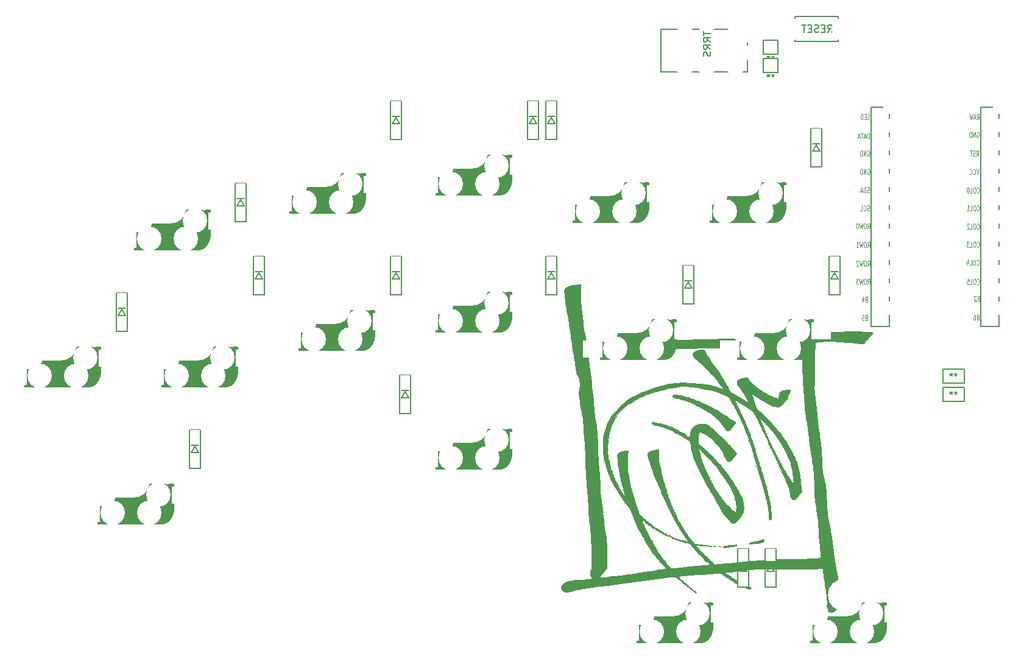
<source format=gbr>
G04 #@! TF.GenerationSoftware,KiCad,Pcbnew,5.0.2+dfsg1-1~bpo9+1*
G04 #@! TF.CreationDate,2019-02-28T23:45:42+09:00*
G04 #@! TF.ProjectId,bonsai,626f6e73-6169-42e6-9b69-6361645f7063,v 1.1*
G04 #@! TF.SameCoordinates,Original*
G04 #@! TF.FileFunction,Legend,Bot*
G04 #@! TF.FilePolarity,Positive*
%FSLAX46Y46*%
G04 Gerber Fmt 4.6, Leading zero omitted, Abs format (unit mm)*
G04 Created by KiCad (PCBNEW 5.0.2+dfsg1-1~bpo9+1) date 2019年02月28日 23時45分42秒*
%MOMM*%
%LPD*%
G01*
G04 APERTURE LIST*
%ADD10C,0.400000*%
%ADD11C,0.500000*%
%ADD12C,1.000000*%
%ADD13C,0.150000*%
%ADD14C,3.500000*%
%ADD15C,3.000000*%
%ADD16C,0.800000*%
%ADD17C,0.300000*%
%ADD18C,0.010000*%
%ADD19C,0.125000*%
%ADD20R,2.700000X2.400000*%
%ADD21C,3.400000*%
%ADD22C,4.400000*%
%ADD23C,2.200000*%
%ADD24C,1.797000*%
%ADD25R,1.797000X1.797000*%
%ADD26R,1.350000X1.700000*%
%ADD27C,1.600000*%
%ADD28O,2.900000X2.100000*%
%ADD29R,1.924000X1.924000*%
%ADD30C,2.400000*%
%ADD31C,1.924000*%
%ADD32C,5.400000*%
%ADD33C,2.600000*%
G04 APERTURE END LIST*
D10*
G04 #@! TO.C,SW2*
X85770000Y-106770000D02*
X85770000Y-106070000D01*
X85770000Y-109270000D02*
X87170000Y-109270000D01*
D11*
X95870000Y-104170000D02*
X93170000Y-104170000D01*
D12*
X93186318Y-104391471D02*
G75*
G02X90970000Y-106270000I-2151318J291471D01*
G01*
D13*
X85570000Y-109120000D02*
X85570000Y-109470000D01*
X96070000Y-107569999D02*
G75*
G02X93970001Y-109470000I-2000000J99999D01*
G01*
X92786318Y-103991471D02*
G75*
G02X90570000Y-105870000I-2151318J291471D01*
G01*
X85570000Y-109470000D02*
X93970001Y-109470000D01*
X90570000Y-105870000D02*
X85570000Y-105870000D01*
X96070000Y-103970000D02*
X92790000Y-103970000D01*
X96070000Y-107570000D02*
X96070000Y-106570000D01*
X96070000Y-103970000D02*
X96070000Y-104330000D01*
X95870000Y-104330000D02*
X96070000Y-104330000D01*
X95840000Y-106570000D02*
X95840000Y-104330000D01*
X96070000Y-106570000D02*
X95870000Y-106570000D01*
X85770000Y-109120000D02*
X85570000Y-109120000D01*
X85790000Y-106870000D02*
X85790000Y-109120000D01*
X85570000Y-106870000D02*
X85770000Y-106870000D01*
X85570000Y-105870000D02*
X85570000Y-106870000D01*
D14*
X87570000Y-107670000D02*
X94270000Y-107670000D01*
D12*
X86270000Y-108870000D02*
X86270000Y-106370000D01*
D11*
X85870000Y-106170000D02*
X87270000Y-106170000D01*
D15*
X94340000Y-107970000D02*
X94340000Y-105730000D01*
D16*
X95470000Y-104470000D02*
X95470000Y-106269999D01*
D17*
X95970000Y-106670001D02*
X95970000Y-107570000D01*
D10*
G04 #@! TO.C,SW14*
X184830000Y-102960000D02*
X184830000Y-102260000D01*
X184830000Y-105460000D02*
X186230000Y-105460000D01*
D11*
X194930000Y-100360000D02*
X192230000Y-100360000D01*
D12*
X192246318Y-100581471D02*
G75*
G02X190030000Y-102460000I-2151318J291471D01*
G01*
D13*
X184630000Y-105310000D02*
X184630000Y-105660000D01*
X195130000Y-103759999D02*
G75*
G02X193030001Y-105660000I-2000000J99999D01*
G01*
X191846318Y-100181471D02*
G75*
G02X189630000Y-102060000I-2151318J291471D01*
G01*
X184630000Y-105660000D02*
X193030001Y-105660000D01*
X189630000Y-102060000D02*
X184630000Y-102060000D01*
X195130000Y-100160000D02*
X191850000Y-100160000D01*
X195130000Y-103760000D02*
X195130000Y-102760000D01*
X195130000Y-100160000D02*
X195130000Y-100520000D01*
X194930000Y-100520000D02*
X195130000Y-100520000D01*
X194900000Y-102760000D02*
X194900000Y-100520000D01*
X195130000Y-102760000D02*
X194930000Y-102760000D01*
X184830000Y-105310000D02*
X184630000Y-105310000D01*
X184850000Y-103060000D02*
X184850000Y-105310000D01*
X184630000Y-103060000D02*
X184830000Y-103060000D01*
X184630000Y-102060000D02*
X184630000Y-103060000D01*
D14*
X186630000Y-103860000D02*
X193330000Y-103860000D01*
D12*
X185330000Y-105060000D02*
X185330000Y-102560000D01*
D11*
X184930000Y-102360000D02*
X186330000Y-102360000D01*
D15*
X193400000Y-104160000D02*
X193400000Y-101920000D01*
D16*
X194530000Y-100660000D02*
X194530000Y-102459999D01*
D17*
X195030000Y-102860001D02*
X195030000Y-103760000D01*
G04 #@! TO.C,SW10*
X153120000Y-118100001D02*
X153120000Y-119000000D01*
D16*
X152620000Y-115900000D02*
X152620000Y-117699999D01*
D15*
X151490000Y-119400000D02*
X151490000Y-117160000D01*
D11*
X143020000Y-117600000D02*
X144420000Y-117600000D01*
D12*
X143420000Y-120300000D02*
X143420000Y-117800000D01*
D14*
X144720000Y-119100000D02*
X151420000Y-119100000D01*
D13*
X142720000Y-117300000D02*
X142720000Y-118300000D01*
X142720000Y-118300000D02*
X142920000Y-118300000D01*
X142940000Y-118300000D02*
X142940000Y-120550000D01*
X142920000Y-120550000D02*
X142720000Y-120550000D01*
X153220000Y-118000000D02*
X153020000Y-118000000D01*
X152990000Y-118000000D02*
X152990000Y-115760000D01*
X153020000Y-115760000D02*
X153220000Y-115760000D01*
X153220000Y-115400000D02*
X153220000Y-115760000D01*
X153220000Y-119000000D02*
X153220000Y-118000000D01*
X153220000Y-115400000D02*
X149940000Y-115400000D01*
X147720000Y-117300000D02*
X142720000Y-117300000D01*
X142720000Y-120900000D02*
X151120001Y-120900000D01*
X149936318Y-115421471D02*
G75*
G02X147720000Y-117300000I-2151318J291471D01*
G01*
X153220000Y-118999999D02*
G75*
G02X151120001Y-120900000I-2000000J99999D01*
G01*
X142720000Y-120550000D02*
X142720000Y-120900000D01*
D12*
X150336318Y-115821471D02*
G75*
G02X148120000Y-117700000I-2151318J291471D01*
G01*
D11*
X153020000Y-115600000D02*
X150320000Y-115600000D01*
D10*
X142920000Y-120700000D02*
X144320000Y-120700000D01*
X142920000Y-118200000D02*
X142920000Y-117500000D01*
D13*
G04 #@! TO.C,D1*
X98310000Y-101760000D02*
X99810000Y-101760000D01*
X98310000Y-96360000D02*
X98310000Y-101760000D01*
X99810000Y-96360000D02*
X98310000Y-96360000D01*
X99810000Y-101760000D02*
X99810000Y-96360000D01*
X99560000Y-98560000D02*
X98560000Y-98560000D01*
X98560000Y-99560000D02*
X99060000Y-98660000D01*
X99560000Y-99560000D02*
X98560000Y-99560000D01*
X99060000Y-98660000D02*
X99560000Y-99560000D01*
G04 #@! TO.C,D2*
X109220000Y-117710000D02*
X109720000Y-118610000D01*
X109720000Y-118610000D02*
X108720000Y-118610000D01*
X108720000Y-118610000D02*
X109220000Y-117710000D01*
X109720000Y-117610000D02*
X108720000Y-117610000D01*
X109970000Y-120810000D02*
X109970000Y-115410000D01*
X109970000Y-115410000D02*
X108470000Y-115410000D01*
X108470000Y-115410000D02*
X108470000Y-120810000D01*
X108470000Y-120810000D02*
X109970000Y-120810000D01*
G04 #@! TO.C,D3*
X115570000Y-83420000D02*
X116070000Y-84320000D01*
X116070000Y-84320000D02*
X115070000Y-84320000D01*
X115070000Y-84320000D02*
X115570000Y-83420000D01*
X116070000Y-83320000D02*
X115070000Y-83320000D01*
X116320000Y-86520000D02*
X116320000Y-81120000D01*
X116320000Y-81120000D02*
X114820000Y-81120000D01*
X114820000Y-81120000D02*
X114820000Y-86520000D01*
X114820000Y-86520000D02*
X116320000Y-86520000D01*
G04 #@! TO.C,D4*
X117360000Y-96680000D02*
X118860000Y-96680000D01*
X117360000Y-91280000D02*
X117360000Y-96680000D01*
X118860000Y-91280000D02*
X117360000Y-91280000D01*
X118860000Y-96680000D02*
X118860000Y-91280000D01*
X118610000Y-93480000D02*
X117610000Y-93480000D01*
X117610000Y-94480000D02*
X118110000Y-93580000D01*
X118610000Y-94480000D02*
X117610000Y-94480000D01*
X118110000Y-93580000D02*
X118610000Y-94480000D01*
G04 #@! TO.C,D5*
X137160000Y-71990000D02*
X137660000Y-72890000D01*
X137660000Y-72890000D02*
X136660000Y-72890000D01*
X136660000Y-72890000D02*
X137160000Y-71990000D01*
X137660000Y-71890000D02*
X136660000Y-71890000D01*
X137910000Y-75090000D02*
X137910000Y-69690000D01*
X137910000Y-69690000D02*
X136410000Y-69690000D01*
X136410000Y-69690000D02*
X136410000Y-75090000D01*
X136410000Y-75090000D02*
X137910000Y-75090000D01*
G04 #@! TO.C,D6*
X136410000Y-96680000D02*
X137910000Y-96680000D01*
X136410000Y-91280000D02*
X136410000Y-96680000D01*
X137910000Y-91280000D02*
X136410000Y-91280000D01*
X137910000Y-96680000D02*
X137910000Y-91280000D01*
X137660000Y-93480000D02*
X136660000Y-93480000D01*
X136660000Y-94480000D02*
X137160000Y-93580000D01*
X137660000Y-94480000D02*
X136660000Y-94480000D01*
X137160000Y-93580000D02*
X137660000Y-94480000D01*
G04 #@! TO.C,D7*
X155460000Y-75090000D02*
X156960000Y-75090000D01*
X155460000Y-69690000D02*
X155460000Y-75090000D01*
X156960000Y-69690000D02*
X155460000Y-69690000D01*
X156960000Y-75090000D02*
X156960000Y-69690000D01*
X156710000Y-71890000D02*
X155710000Y-71890000D01*
X155710000Y-72890000D02*
X156210000Y-71990000D01*
X156710000Y-72890000D02*
X155710000Y-72890000D01*
X156210000Y-71990000D02*
X156710000Y-72890000D01*
G04 #@! TO.C,D8*
X158750000Y-93580000D02*
X159250000Y-94480000D01*
X159250000Y-94480000D02*
X158250000Y-94480000D01*
X158250000Y-94480000D02*
X158750000Y-93580000D01*
X159250000Y-93480000D02*
X158250000Y-93480000D01*
X159500000Y-96680000D02*
X159500000Y-91280000D01*
X159500000Y-91280000D02*
X158000000Y-91280000D01*
X158000000Y-91280000D02*
X158000000Y-96680000D01*
X158000000Y-96680000D02*
X159500000Y-96680000D01*
G04 #@! TO.C,D9*
X137680000Y-113190000D02*
X139180000Y-113190000D01*
X137680000Y-107790000D02*
X137680000Y-113190000D01*
X139180000Y-107790000D02*
X137680000Y-107790000D01*
X139180000Y-113190000D02*
X139180000Y-107790000D01*
X138930000Y-109990000D02*
X137930000Y-109990000D01*
X137930000Y-110990000D02*
X138430000Y-110090000D01*
X138930000Y-110990000D02*
X137930000Y-110990000D01*
X138430000Y-110090000D02*
X138930000Y-110990000D01*
G04 #@! TO.C,D10*
X158750000Y-71990000D02*
X159250000Y-72890000D01*
X159250000Y-72890000D02*
X158250000Y-72890000D01*
X158250000Y-72890000D02*
X158750000Y-71990000D01*
X159250000Y-71890000D02*
X158250000Y-71890000D01*
X159500000Y-75090000D02*
X159500000Y-69690000D01*
X159500000Y-69690000D02*
X158000000Y-69690000D01*
X158000000Y-69690000D02*
X158000000Y-75090000D01*
X158000000Y-75090000D02*
X159500000Y-75090000D01*
G04 #@! TO.C,D11*
X177800000Y-94850000D02*
X178300000Y-95750000D01*
X178300000Y-95750000D02*
X177300000Y-95750000D01*
X177300000Y-95750000D02*
X177800000Y-94850000D01*
X178300000Y-94750000D02*
X177300000Y-94750000D01*
X178550000Y-97950000D02*
X178550000Y-92550000D01*
X178550000Y-92550000D02*
X177050000Y-92550000D01*
X177050000Y-92550000D02*
X177050000Y-97950000D01*
X177050000Y-97950000D02*
X178550000Y-97950000D01*
G04 #@! TO.C,D12*
X194830000Y-78900000D02*
X196330000Y-78900000D01*
X194830000Y-73500000D02*
X194830000Y-78900000D01*
X196330000Y-73500000D02*
X194830000Y-73500000D01*
X196330000Y-78900000D02*
X196330000Y-73500000D01*
X196080000Y-75700000D02*
X195080000Y-75700000D01*
X195080000Y-76700000D02*
X195580000Y-75800000D01*
X196080000Y-76700000D02*
X195080000Y-76700000D01*
X195580000Y-75800000D02*
X196080000Y-76700000D01*
G04 #@! TO.C,D13*
X198120000Y-93580000D02*
X198620000Y-94480000D01*
X198620000Y-94480000D02*
X197620000Y-94480000D01*
X197620000Y-94480000D02*
X198120000Y-93580000D01*
X198620000Y-93480000D02*
X197620000Y-93480000D01*
X198870000Y-96680000D02*
X198870000Y-91280000D01*
X198870000Y-91280000D02*
X197370000Y-91280000D01*
X197370000Y-91280000D02*
X197370000Y-96680000D01*
X197370000Y-96680000D02*
X198870000Y-96680000D01*
G04 #@! TO.C,D14*
X185420000Y-134220000D02*
X185920000Y-135120000D01*
X185920000Y-135120000D02*
X184920000Y-135120000D01*
X184920000Y-135120000D02*
X185420000Y-134220000D01*
X185920000Y-134120000D02*
X184920000Y-134120000D01*
X186170000Y-137320000D02*
X186170000Y-131920000D01*
X186170000Y-131920000D02*
X184670000Y-131920000D01*
X184670000Y-131920000D02*
X184670000Y-137320000D01*
X184670000Y-137320000D02*
X186170000Y-137320000D01*
G04 #@! TO.C,D15*
X188480000Y-137320000D02*
X189980000Y-137320000D01*
X188480000Y-131920000D02*
X188480000Y-137320000D01*
X189980000Y-131920000D02*
X188480000Y-131920000D01*
X189980000Y-137320000D02*
X189980000Y-131920000D01*
X189730000Y-134120000D02*
X188730000Y-134120000D01*
X188730000Y-135120000D02*
X189230000Y-134220000D01*
X189730000Y-135120000D02*
X188730000Y-135120000D01*
X189230000Y-134220000D02*
X189730000Y-135120000D01*
G04 #@! TO.C,J1*
X185990000Y-65710000D02*
X173990000Y-65710000D01*
X185990000Y-59710000D02*
X185990000Y-65710000D01*
X173990000Y-59710000D02*
X185990000Y-59710000D01*
X173990000Y-65710000D02*
X173990000Y-59710000D01*
G04 #@! TO.C,J2*
X188230000Y-61230000D02*
X190230000Y-61230000D01*
X190230000Y-61230000D02*
X190230000Y-63230000D01*
X190230000Y-63230000D02*
X188230000Y-63230000D01*
X188230000Y-63230000D02*
X188230000Y-61230000D01*
G04 #@! TO.C,J3*
X188230000Y-65770000D02*
X188230000Y-63770000D01*
X190230000Y-65770000D02*
X188230000Y-65770000D01*
X190230000Y-63770000D02*
X190230000Y-65770000D01*
X188230000Y-63770000D02*
X190230000Y-63770000D01*
G04 #@! TO.C,R1*
X216130000Y-106950000D02*
X216130000Y-108950000D01*
X213130000Y-106950000D02*
X216130000Y-106950000D01*
X213130000Y-108950000D02*
X213130000Y-106950000D01*
X216130000Y-108950000D02*
X213130000Y-108950000D01*
G04 #@! TO.C,R2*
X216130000Y-111490000D02*
X213130000Y-111490000D01*
X213130000Y-111490000D02*
X213130000Y-109490000D01*
X213130000Y-109490000D02*
X216130000Y-109490000D01*
X216130000Y-109490000D02*
X216130000Y-111490000D01*
G04 #@! TO.C,SW1*
X198580000Y-61190000D02*
X198580000Y-61440000D01*
X198580000Y-61440000D02*
X192580000Y-61440000D01*
X192580000Y-61440000D02*
X192580000Y-61190000D01*
X192580000Y-58190000D02*
X192580000Y-57940000D01*
X192580000Y-57940000D02*
X198580000Y-57940000D01*
X198580000Y-57940000D02*
X198580000Y-58190000D01*
D17*
G04 #@! TO.C,SW3*
X106130000Y-125720001D02*
X106130000Y-126620000D01*
D16*
X105630000Y-123520000D02*
X105630000Y-125319999D01*
D15*
X104500000Y-127020000D02*
X104500000Y-124780000D01*
D11*
X96030000Y-125220000D02*
X97430000Y-125220000D01*
D12*
X96430000Y-127920000D02*
X96430000Y-125420000D01*
D14*
X97730000Y-126720000D02*
X104430000Y-126720000D01*
D13*
X95730000Y-124920000D02*
X95730000Y-125920000D01*
X95730000Y-125920000D02*
X95930000Y-125920000D01*
X95950000Y-125920000D02*
X95950000Y-128170000D01*
X95930000Y-128170000D02*
X95730000Y-128170000D01*
X106230000Y-125620000D02*
X106030000Y-125620000D01*
X106000000Y-125620000D02*
X106000000Y-123380000D01*
X106030000Y-123380000D02*
X106230000Y-123380000D01*
X106230000Y-123020000D02*
X106230000Y-123380000D01*
X106230000Y-126620000D02*
X106230000Y-125620000D01*
X106230000Y-123020000D02*
X102950000Y-123020000D01*
X100730000Y-124920000D02*
X95730000Y-124920000D01*
X95730000Y-128520000D02*
X104130001Y-128520000D01*
X102946318Y-123041471D02*
G75*
G02X100730000Y-124920000I-2151318J291471D01*
G01*
X106230000Y-126619999D02*
G75*
G02X104130001Y-128520000I-2000000J99999D01*
G01*
X95730000Y-128170000D02*
X95730000Y-128520000D01*
D12*
X103346318Y-123441471D02*
G75*
G02X101130000Y-125320000I-2151318J291471D01*
G01*
D11*
X106030000Y-123220000D02*
X103330000Y-123220000D01*
D10*
X95930000Y-128320000D02*
X97330000Y-128320000D01*
X95930000Y-125820000D02*
X95930000Y-125120000D01*
G04 #@! TO.C,SW4*
X101010000Y-87720000D02*
X101010000Y-87020000D01*
X101010000Y-90220000D02*
X102410000Y-90220000D01*
D11*
X111110000Y-85120000D02*
X108410000Y-85120000D01*
D12*
X108426318Y-85341471D02*
G75*
G02X106210000Y-87220000I-2151318J291471D01*
G01*
D13*
X100810000Y-90070000D02*
X100810000Y-90420000D01*
X111310000Y-88519999D02*
G75*
G02X109210001Y-90420000I-2000000J99999D01*
G01*
X108026318Y-84941471D02*
G75*
G02X105810000Y-86820000I-2151318J291471D01*
G01*
X100810000Y-90420000D02*
X109210001Y-90420000D01*
X105810000Y-86820000D02*
X100810000Y-86820000D01*
X111310000Y-84920000D02*
X108030000Y-84920000D01*
X111310000Y-88520000D02*
X111310000Y-87520000D01*
X111310000Y-84920000D02*
X111310000Y-85280000D01*
X111110000Y-85280000D02*
X111310000Y-85280000D01*
X111080000Y-87520000D02*
X111080000Y-85280000D01*
X111310000Y-87520000D02*
X111110000Y-87520000D01*
X101010000Y-90070000D02*
X100810000Y-90070000D01*
X101030000Y-87820000D02*
X101030000Y-90070000D01*
X100810000Y-87820000D02*
X101010000Y-87820000D01*
X100810000Y-86820000D02*
X100810000Y-87820000D01*
D14*
X102810000Y-88620000D02*
X109510000Y-88620000D01*
D12*
X101510000Y-89820000D02*
X101510000Y-87320000D01*
D11*
X101110000Y-87120000D02*
X102510000Y-87120000D01*
D15*
X109580000Y-88920000D02*
X109580000Y-86680000D01*
D16*
X110710000Y-85420000D02*
X110710000Y-87219999D01*
D17*
X111210000Y-87620001D02*
X111210000Y-88520000D01*
G04 #@! TO.C,SW5*
X115020000Y-106670001D02*
X115020000Y-107570000D01*
D16*
X114520000Y-104470000D02*
X114520000Y-106269999D01*
D15*
X113390000Y-107970000D02*
X113390000Y-105730000D01*
D11*
X104920000Y-106170000D02*
X106320000Y-106170000D01*
D12*
X105320000Y-108870000D02*
X105320000Y-106370000D01*
D14*
X106620000Y-107670000D02*
X113320000Y-107670000D01*
D13*
X104620000Y-105870000D02*
X104620000Y-106870000D01*
X104620000Y-106870000D02*
X104820000Y-106870000D01*
X104840000Y-106870000D02*
X104840000Y-109120000D01*
X104820000Y-109120000D02*
X104620000Y-109120000D01*
X115120000Y-106570000D02*
X114920000Y-106570000D01*
X114890000Y-106570000D02*
X114890000Y-104330000D01*
X114920000Y-104330000D02*
X115120000Y-104330000D01*
X115120000Y-103970000D02*
X115120000Y-104330000D01*
X115120000Y-107570000D02*
X115120000Y-106570000D01*
X115120000Y-103970000D02*
X111840000Y-103970000D01*
X109620000Y-105870000D02*
X104620000Y-105870000D01*
X104620000Y-109470000D02*
X113020001Y-109470000D01*
X111836318Y-103991471D02*
G75*
G02X109620000Y-105870000I-2151318J291471D01*
G01*
X115120000Y-107569999D02*
G75*
G02X113020001Y-109470000I-2000000J99999D01*
G01*
X104620000Y-109120000D02*
X104620000Y-109470000D01*
D12*
X112236318Y-104391471D02*
G75*
G02X110020000Y-106270000I-2151318J291471D01*
G01*
D11*
X114920000Y-104170000D02*
X112220000Y-104170000D01*
D10*
X104820000Y-109270000D02*
X106220000Y-109270000D01*
X104820000Y-106770000D02*
X104820000Y-106070000D01*
D17*
G04 #@! TO.C,SW6*
X132800000Y-82540001D02*
X132800000Y-83440000D01*
D16*
X132300000Y-80340000D02*
X132300000Y-82139999D01*
D15*
X131170000Y-83840000D02*
X131170000Y-81600000D01*
D11*
X122700000Y-82040000D02*
X124100000Y-82040000D01*
D12*
X123100000Y-84740000D02*
X123100000Y-82240000D01*
D14*
X124400000Y-83540000D02*
X131100000Y-83540000D01*
D13*
X122400000Y-81740000D02*
X122400000Y-82740000D01*
X122400000Y-82740000D02*
X122600000Y-82740000D01*
X122620000Y-82740000D02*
X122620000Y-84990000D01*
X122600000Y-84990000D02*
X122400000Y-84990000D01*
X132900000Y-82440000D02*
X132700000Y-82440000D01*
X132670000Y-82440000D02*
X132670000Y-80200000D01*
X132700000Y-80200000D02*
X132900000Y-80200000D01*
X132900000Y-79840000D02*
X132900000Y-80200000D01*
X132900000Y-83440000D02*
X132900000Y-82440000D01*
X132900000Y-79840000D02*
X129620000Y-79840000D01*
X127400000Y-81740000D02*
X122400000Y-81740000D01*
X122400000Y-85340000D02*
X130800001Y-85340000D01*
X129616318Y-79861471D02*
G75*
G02X127400000Y-81740000I-2151318J291471D01*
G01*
X132900000Y-83439999D02*
G75*
G02X130800001Y-85340000I-2000000J99999D01*
G01*
X122400000Y-84990000D02*
X122400000Y-85340000D01*
D12*
X130016318Y-80261471D02*
G75*
G02X127800000Y-82140000I-2151318J291471D01*
G01*
D11*
X132700000Y-80040000D02*
X130000000Y-80040000D01*
D10*
X122600000Y-85140000D02*
X124000000Y-85140000D01*
X122600000Y-82640000D02*
X122600000Y-81940000D01*
D17*
G04 #@! TO.C,SW7*
X134070000Y-101590001D02*
X134070000Y-102490000D01*
D16*
X133570000Y-99390000D02*
X133570000Y-101189999D01*
D15*
X132440000Y-102890000D02*
X132440000Y-100650000D01*
D11*
X123970000Y-101090000D02*
X125370000Y-101090000D01*
D12*
X124370000Y-103790000D02*
X124370000Y-101290000D01*
D14*
X125670000Y-102590000D02*
X132370000Y-102590000D01*
D13*
X123670000Y-100790000D02*
X123670000Y-101790000D01*
X123670000Y-101790000D02*
X123870000Y-101790000D01*
X123890000Y-101790000D02*
X123890000Y-104040000D01*
X123870000Y-104040000D02*
X123670000Y-104040000D01*
X134170000Y-101490000D02*
X133970000Y-101490000D01*
X133940000Y-101490000D02*
X133940000Y-99250000D01*
X133970000Y-99250000D02*
X134170000Y-99250000D01*
X134170000Y-98890000D02*
X134170000Y-99250000D01*
X134170000Y-102490000D02*
X134170000Y-101490000D01*
X134170000Y-98890000D02*
X130890000Y-98890000D01*
X128670000Y-100790000D02*
X123670000Y-100790000D01*
X123670000Y-104390000D02*
X132070001Y-104390000D01*
X130886318Y-98911471D02*
G75*
G02X128670000Y-100790000I-2151318J291471D01*
G01*
X134170000Y-102489999D02*
G75*
G02X132070001Y-104390000I-2000000J99999D01*
G01*
X123670000Y-104040000D02*
X123670000Y-104390000D01*
D12*
X131286318Y-99311471D02*
G75*
G02X129070000Y-101190000I-2151318J291471D01*
G01*
D11*
X133970000Y-99090000D02*
X131270000Y-99090000D01*
D10*
X123870000Y-104190000D02*
X125270000Y-104190000D01*
X123870000Y-101690000D02*
X123870000Y-100990000D01*
G04 #@! TO.C,SW8*
X142920000Y-80100000D02*
X142920000Y-79400000D01*
X142920000Y-82600000D02*
X144320000Y-82600000D01*
D11*
X153020000Y-77500000D02*
X150320000Y-77500000D01*
D12*
X150336318Y-77721471D02*
G75*
G02X148120000Y-79600000I-2151318J291471D01*
G01*
D13*
X142720000Y-82450000D02*
X142720000Y-82800000D01*
X153220000Y-80899999D02*
G75*
G02X151120001Y-82800000I-2000000J99999D01*
G01*
X149936318Y-77321471D02*
G75*
G02X147720000Y-79200000I-2151318J291471D01*
G01*
X142720000Y-82800000D02*
X151120001Y-82800000D01*
X147720000Y-79200000D02*
X142720000Y-79200000D01*
X153220000Y-77300000D02*
X149940000Y-77300000D01*
X153220000Y-80900000D02*
X153220000Y-79900000D01*
X153220000Y-77300000D02*
X153220000Y-77660000D01*
X153020000Y-77660000D02*
X153220000Y-77660000D01*
X152990000Y-79900000D02*
X152990000Y-77660000D01*
X153220000Y-79900000D02*
X153020000Y-79900000D01*
X142920000Y-82450000D02*
X142720000Y-82450000D01*
X142940000Y-80200000D02*
X142940000Y-82450000D01*
X142720000Y-80200000D02*
X142920000Y-80200000D01*
X142720000Y-79200000D02*
X142720000Y-80200000D01*
D14*
X144720000Y-81000000D02*
X151420000Y-81000000D01*
D12*
X143420000Y-82200000D02*
X143420000Y-79700000D01*
D11*
X143020000Y-79500000D02*
X144420000Y-79500000D01*
D15*
X151490000Y-81300000D02*
X151490000Y-79060000D01*
D16*
X152620000Y-77800000D02*
X152620000Y-79599999D01*
D17*
X153120000Y-80000001D02*
X153120000Y-80900000D01*
D10*
G04 #@! TO.C,SW9*
X142920000Y-99150000D02*
X142920000Y-98450000D01*
X142920000Y-101650000D02*
X144320000Y-101650000D01*
D11*
X153020000Y-96550000D02*
X150320000Y-96550000D01*
D12*
X150336318Y-96771471D02*
G75*
G02X148120000Y-98650000I-2151318J291471D01*
G01*
D13*
X142720000Y-101500000D02*
X142720000Y-101850000D01*
X153220000Y-99949999D02*
G75*
G02X151120001Y-101850000I-2000000J99999D01*
G01*
X149936318Y-96371471D02*
G75*
G02X147720000Y-98250000I-2151318J291471D01*
G01*
X142720000Y-101850000D02*
X151120001Y-101850000D01*
X147720000Y-98250000D02*
X142720000Y-98250000D01*
X153220000Y-96350000D02*
X149940000Y-96350000D01*
X153220000Y-99950000D02*
X153220000Y-98950000D01*
X153220000Y-96350000D02*
X153220000Y-96710000D01*
X153020000Y-96710000D02*
X153220000Y-96710000D01*
X152990000Y-98950000D02*
X152990000Y-96710000D01*
X153220000Y-98950000D02*
X153020000Y-98950000D01*
X142920000Y-101500000D02*
X142720000Y-101500000D01*
X142940000Y-99250000D02*
X142940000Y-101500000D01*
X142720000Y-99250000D02*
X142920000Y-99250000D01*
X142720000Y-98250000D02*
X142720000Y-99250000D01*
D14*
X144720000Y-100050000D02*
X151420000Y-100050000D01*
D12*
X143420000Y-101250000D02*
X143420000Y-98750000D01*
D11*
X143020000Y-98550000D02*
X144420000Y-98550000D01*
D15*
X151490000Y-100350000D02*
X151490000Y-98110000D01*
D16*
X152620000Y-96850000D02*
X152620000Y-98649999D01*
D17*
X153120000Y-99050001D02*
X153120000Y-99950000D01*
G04 #@! TO.C,SW11*
X172170000Y-83810001D02*
X172170000Y-84710000D01*
D16*
X171670000Y-81610000D02*
X171670000Y-83409999D01*
D15*
X170540000Y-85110000D02*
X170540000Y-82870000D01*
D11*
X162070000Y-83310000D02*
X163470000Y-83310000D01*
D12*
X162470000Y-86010000D02*
X162470000Y-83510000D01*
D14*
X163770000Y-84810000D02*
X170470000Y-84810000D01*
D13*
X161770000Y-83010000D02*
X161770000Y-84010000D01*
X161770000Y-84010000D02*
X161970000Y-84010000D01*
X161990000Y-84010000D02*
X161990000Y-86260000D01*
X161970000Y-86260000D02*
X161770000Y-86260000D01*
X172270000Y-83710000D02*
X172070000Y-83710000D01*
X172040000Y-83710000D02*
X172040000Y-81470000D01*
X172070000Y-81470000D02*
X172270000Y-81470000D01*
X172270000Y-81110000D02*
X172270000Y-81470000D01*
X172270000Y-84710000D02*
X172270000Y-83710000D01*
X172270000Y-81110000D02*
X168990000Y-81110000D01*
X166770000Y-83010000D02*
X161770000Y-83010000D01*
X161770000Y-86610000D02*
X170170001Y-86610000D01*
X168986318Y-81131471D02*
G75*
G02X166770000Y-83010000I-2151318J291471D01*
G01*
X172270000Y-84709999D02*
G75*
G02X170170001Y-86610000I-2000000J99999D01*
G01*
X161770000Y-86260000D02*
X161770000Y-86610000D01*
D12*
X169386318Y-81531471D02*
G75*
G02X167170000Y-83410000I-2151318J291471D01*
G01*
D11*
X172070000Y-81310000D02*
X169370000Y-81310000D01*
D10*
X161970000Y-86410000D02*
X163370000Y-86410000D01*
X161970000Y-83910000D02*
X161970000Y-83210000D01*
G04 #@! TO.C,SW12*
X165780000Y-102960000D02*
X165780000Y-102260000D01*
X165780000Y-105460000D02*
X167180000Y-105460000D01*
D11*
X175880000Y-100360000D02*
X173180000Y-100360000D01*
D12*
X173196318Y-100581471D02*
G75*
G02X170980000Y-102460000I-2151318J291471D01*
G01*
D13*
X165580000Y-105310000D02*
X165580000Y-105660000D01*
X176080000Y-103759999D02*
G75*
G02X173980001Y-105660000I-2000000J99999D01*
G01*
X172796318Y-100181471D02*
G75*
G02X170580000Y-102060000I-2151318J291471D01*
G01*
X165580000Y-105660000D02*
X173980001Y-105660000D01*
X170580000Y-102060000D02*
X165580000Y-102060000D01*
X176080000Y-100160000D02*
X172800000Y-100160000D01*
X176080000Y-103760000D02*
X176080000Y-102760000D01*
X176080000Y-100160000D02*
X176080000Y-100520000D01*
X175880000Y-100520000D02*
X176080000Y-100520000D01*
X175850000Y-102760000D02*
X175850000Y-100520000D01*
X176080000Y-102760000D02*
X175880000Y-102760000D01*
X165780000Y-105310000D02*
X165580000Y-105310000D01*
X165800000Y-103060000D02*
X165800000Y-105310000D01*
X165580000Y-103060000D02*
X165780000Y-103060000D01*
X165580000Y-102060000D02*
X165580000Y-103060000D01*
D14*
X167580000Y-103860000D02*
X174280000Y-103860000D01*
D12*
X166280000Y-105060000D02*
X166280000Y-102560000D01*
D11*
X165880000Y-102360000D02*
X167280000Y-102360000D01*
D15*
X174350000Y-104160000D02*
X174350000Y-101920000D01*
D16*
X175480000Y-100660000D02*
X175480000Y-102459999D01*
D17*
X175980000Y-102860001D02*
X175980000Y-103760000D01*
D10*
G04 #@! TO.C,SW13*
X181020000Y-83910000D02*
X181020000Y-83210000D01*
X181020000Y-86410000D02*
X182420000Y-86410000D01*
D11*
X191120000Y-81310000D02*
X188420000Y-81310000D01*
D12*
X188436318Y-81531471D02*
G75*
G02X186220000Y-83410000I-2151318J291471D01*
G01*
D13*
X180820000Y-86260000D02*
X180820000Y-86610000D01*
X191320000Y-84709999D02*
G75*
G02X189220001Y-86610000I-2000000J99999D01*
G01*
X188036318Y-81131471D02*
G75*
G02X185820000Y-83010000I-2151318J291471D01*
G01*
X180820000Y-86610000D02*
X189220001Y-86610000D01*
X185820000Y-83010000D02*
X180820000Y-83010000D01*
X191320000Y-81110000D02*
X188040000Y-81110000D01*
X191320000Y-84710000D02*
X191320000Y-83710000D01*
X191320000Y-81110000D02*
X191320000Y-81470000D01*
X191120000Y-81470000D02*
X191320000Y-81470000D01*
X191090000Y-83710000D02*
X191090000Y-81470000D01*
X191320000Y-83710000D02*
X191120000Y-83710000D01*
X181020000Y-86260000D02*
X180820000Y-86260000D01*
X181040000Y-84010000D02*
X181040000Y-86260000D01*
X180820000Y-84010000D02*
X181020000Y-84010000D01*
X180820000Y-83010000D02*
X180820000Y-84010000D01*
D14*
X182820000Y-84810000D02*
X189520000Y-84810000D01*
D12*
X181520000Y-86010000D02*
X181520000Y-83510000D01*
D11*
X181120000Y-83310000D02*
X182520000Y-83310000D01*
D15*
X189590000Y-85110000D02*
X189590000Y-82870000D01*
D16*
X190720000Y-81610000D02*
X190720000Y-83409999D01*
D17*
X191220000Y-83810001D02*
X191220000Y-84710000D01*
D10*
G04 #@! TO.C,SW15*
X170860000Y-142330000D02*
X170860000Y-141630000D01*
X170860000Y-144830000D02*
X172260000Y-144830000D01*
D11*
X180960000Y-139730000D02*
X178260000Y-139730000D01*
D12*
X178276318Y-139951471D02*
G75*
G02X176060000Y-141830000I-2151318J291471D01*
G01*
D13*
X170660000Y-144680000D02*
X170660000Y-145030000D01*
X181160001Y-143130000D02*
G75*
G02X179060001Y-145030000I-2000000J100000D01*
G01*
X177876318Y-139551471D02*
G75*
G02X175660000Y-141430000I-2151318J291471D01*
G01*
X170660000Y-145030000D02*
X179060001Y-145030000D01*
X175660000Y-141430000D02*
X170660000Y-141430000D01*
X181160000Y-139530000D02*
X177880001Y-139530000D01*
X181160000Y-143130000D02*
X181160000Y-142130000D01*
X181160000Y-139530000D02*
X181160000Y-139890000D01*
X180960000Y-139890000D02*
X181160000Y-139890000D01*
X180930000Y-142130000D02*
X180930000Y-139890000D01*
X181160000Y-142130000D02*
X180960000Y-142130001D01*
X170860000Y-144680000D02*
X170660000Y-144680000D01*
X170880000Y-142430000D02*
X170880000Y-144680000D01*
X170660000Y-142430000D02*
X170860000Y-142430000D01*
X170660000Y-141430000D02*
X170660000Y-142430000D01*
D14*
X172659999Y-143230000D02*
X179360000Y-143230000D01*
D12*
X171360000Y-144430000D02*
X171360000Y-141930000D01*
D11*
X170960000Y-141730000D02*
X172360000Y-141730000D01*
D15*
X179429999Y-143530000D02*
X179430000Y-141290000D01*
D16*
X180560000Y-140030000D02*
X180560000Y-141829999D01*
D17*
X181060000Y-142230001D02*
X181060000Y-143130000D01*
G04 #@! TO.C,SW16*
X205190000Y-142230001D02*
X205190000Y-143130000D01*
D16*
X204690000Y-140030000D02*
X204690000Y-141829999D01*
D15*
X203560000Y-143530000D02*
X203560000Y-141290000D01*
D11*
X195090000Y-141730000D02*
X196490000Y-141730000D01*
D12*
X195490000Y-144430000D02*
X195490000Y-141930000D01*
D14*
X196790000Y-143230000D02*
X203490000Y-143230000D01*
D13*
X194790000Y-141430000D02*
X194790000Y-142430000D01*
X194790000Y-142430000D02*
X194990000Y-142430000D01*
X195010000Y-142430000D02*
X195010000Y-144680000D01*
X194990000Y-144680000D02*
X194790000Y-144680000D01*
X205290000Y-142130000D02*
X205090000Y-142130000D01*
X205060000Y-142130000D02*
X205060000Y-139890000D01*
X205090000Y-139890000D02*
X205290000Y-139890000D01*
X205290000Y-139530000D02*
X205290000Y-139890000D01*
X205290000Y-143130000D02*
X205290000Y-142130000D01*
X205290000Y-139530000D02*
X202010000Y-139530000D01*
X199790000Y-141430000D02*
X194790000Y-141430000D01*
X194790000Y-145030000D02*
X203190001Y-145030000D01*
X202006318Y-139551471D02*
G75*
G02X199790000Y-141430000I-2151318J291471D01*
G01*
X205290000Y-143129999D02*
G75*
G02X203190001Y-145030000I-2000000J99999D01*
G01*
X194790000Y-144680000D02*
X194790000Y-145030000D01*
D12*
X202406318Y-139951471D02*
G75*
G02X200190000Y-141830000I-2151318J291471D01*
G01*
D11*
X205090000Y-139730000D02*
X202390000Y-139730000D01*
D10*
X194990000Y-144830000D02*
X196390000Y-144830000D01*
X194990000Y-142330000D02*
X194990000Y-141630000D01*
D13*
G04 #@! TO.C,U1*
X218440000Y-70612000D02*
X220980000Y-70612000D01*
X220980000Y-70612000D02*
X220980000Y-101092000D01*
X220980000Y-101092000D02*
X218440000Y-101092000D01*
X218440000Y-101092000D02*
X218440000Y-70612000D01*
X203200000Y-70612000D02*
X205740000Y-70612000D01*
X205740000Y-70612000D02*
X205740000Y-101092000D01*
X205740000Y-101092000D02*
X203200000Y-101092000D01*
X203200000Y-101092000D02*
X203200000Y-70612000D01*
D18*
G04 #@! TO.C,G\002A\002A\002A*
G36*
X179747334Y-118584133D02*
X179754307Y-118614333D01*
X179781200Y-118618000D01*
X179823015Y-118599413D01*
X179815067Y-118584133D01*
X179754779Y-118578053D01*
X179747334Y-118584133D01*
X179747334Y-118584133D01*
G37*
X179747334Y-118584133D02*
X179754307Y-118614333D01*
X179781200Y-118618000D01*
X179823015Y-118599413D01*
X179815067Y-118584133D01*
X179754779Y-118578053D01*
X179747334Y-118584133D01*
G36*
X180136800Y-118999000D02*
X180162200Y-119024400D01*
X180187600Y-118999000D01*
X180162200Y-118973600D01*
X180136800Y-118999000D01*
X180136800Y-118999000D01*
G37*
X180136800Y-118999000D02*
X180162200Y-119024400D01*
X180187600Y-118999000D01*
X180162200Y-118973600D01*
X180136800Y-118999000D01*
G36*
X180340000Y-119202200D02*
X180365400Y-119227600D01*
X180390800Y-119202200D01*
X180365400Y-119176800D01*
X180340000Y-119202200D01*
X180340000Y-119202200D01*
G37*
X180340000Y-119202200D02*
X180365400Y-119227600D01*
X180390800Y-119202200D01*
X180365400Y-119176800D01*
X180340000Y-119202200D01*
G36*
X181305200Y-120370600D02*
X181330600Y-120396000D01*
X181356000Y-120370600D01*
X181330600Y-120345200D01*
X181305200Y-120370600D01*
X181305200Y-120370600D01*
G37*
X181305200Y-120370600D02*
X181330600Y-120396000D01*
X181356000Y-120370600D01*
X181330600Y-120345200D01*
X181305200Y-120370600D01*
G36*
X180898800Y-122453400D02*
X180924200Y-122478800D01*
X180949600Y-122453400D01*
X180924200Y-122428000D01*
X180898800Y-122453400D01*
X180898800Y-122453400D01*
G37*
X180898800Y-122453400D02*
X180924200Y-122478800D01*
X180949600Y-122453400D01*
X180924200Y-122428000D01*
X180898800Y-122453400D01*
G36*
X188010800Y-114528600D02*
X188036200Y-114554000D01*
X188061600Y-114528600D01*
X188036200Y-114503200D01*
X188010800Y-114528600D01*
X188010800Y-114528600D01*
G37*
X188010800Y-114528600D02*
X188036200Y-114554000D01*
X188061600Y-114528600D01*
X188036200Y-114503200D01*
X188010800Y-114528600D01*
G36*
X188620400Y-115951000D02*
X188645800Y-115976400D01*
X188671200Y-115951000D01*
X188645800Y-115925600D01*
X188620400Y-115951000D01*
X188620400Y-115951000D01*
G37*
X188620400Y-115951000D02*
X188645800Y-115976400D01*
X188671200Y-115951000D01*
X188645800Y-115925600D01*
X188620400Y-115951000D01*
G36*
X190042800Y-118948200D02*
X190068200Y-118973600D01*
X190093600Y-118948200D01*
X190068200Y-118922800D01*
X190042800Y-118948200D01*
X190042800Y-118948200D01*
G37*
X190042800Y-118948200D02*
X190068200Y-118973600D01*
X190093600Y-118948200D01*
X190068200Y-118922800D01*
X190042800Y-118948200D01*
G36*
X190957200Y-120675400D02*
X190982600Y-120700800D01*
X191008000Y-120675400D01*
X190982600Y-120650000D01*
X190957200Y-120675400D01*
X190957200Y-120675400D01*
G37*
X190957200Y-120675400D02*
X190982600Y-120700800D01*
X191008000Y-120675400D01*
X190982600Y-120650000D01*
X190957200Y-120675400D01*
G36*
X171407050Y-128036549D02*
X171352513Y-128087699D01*
X171363701Y-128117105D01*
X171370802Y-128117600D01*
X171413770Y-128081517D01*
X171429451Y-128058950D01*
X171435439Y-128024188D01*
X171407050Y-128036549D01*
X171407050Y-128036549D01*
G37*
X171407050Y-128036549D02*
X171352513Y-128087699D01*
X171363701Y-128117105D01*
X171370802Y-128117600D01*
X171413770Y-128081517D01*
X171429451Y-128058950D01*
X171435439Y-128024188D01*
X171407050Y-128036549D01*
G36*
X171805600Y-128346200D02*
X171831000Y-128371600D01*
X171856400Y-128346200D01*
X171831000Y-128320800D01*
X171805600Y-128346200D01*
X171805600Y-128346200D01*
G37*
X171805600Y-128346200D02*
X171831000Y-128371600D01*
X171856400Y-128346200D01*
X171831000Y-128320800D01*
X171805600Y-128346200D01*
G36*
X172212000Y-128701800D02*
X172237400Y-128727200D01*
X172262800Y-128701800D01*
X172237400Y-128676400D01*
X172212000Y-128701800D01*
X172212000Y-128701800D01*
G37*
X172212000Y-128701800D02*
X172237400Y-128727200D01*
X172262800Y-128701800D01*
X172237400Y-128676400D01*
X172212000Y-128701800D01*
G36*
X172669200Y-128955800D02*
X172694600Y-128981200D01*
X172720000Y-128955800D01*
X172694600Y-128930400D01*
X172669200Y-128955800D01*
X172669200Y-128955800D01*
G37*
X172669200Y-128955800D02*
X172694600Y-128981200D01*
X172720000Y-128955800D01*
X172694600Y-128930400D01*
X172669200Y-128955800D01*
G36*
X172821600Y-129108200D02*
X172847000Y-129133600D01*
X172872400Y-129108200D01*
X172847000Y-129082800D01*
X172821600Y-129108200D01*
X172821600Y-129108200D01*
G37*
X172821600Y-129108200D02*
X172847000Y-129133600D01*
X172872400Y-129108200D01*
X172847000Y-129082800D01*
X172821600Y-129108200D01*
G36*
X173194134Y-129302933D02*
X173188054Y-129363221D01*
X173194134Y-129370666D01*
X173224334Y-129363693D01*
X173228000Y-129336800D01*
X173209414Y-129294985D01*
X173194134Y-129302933D01*
X173194134Y-129302933D01*
G37*
X173194134Y-129302933D02*
X173188054Y-129363221D01*
X173194134Y-129370666D01*
X173224334Y-129363693D01*
X173228000Y-129336800D01*
X173209414Y-129294985D01*
X173194134Y-129302933D01*
G36*
X174599600Y-130124200D02*
X174625000Y-130149600D01*
X174650400Y-130124200D01*
X174625000Y-130098800D01*
X174599600Y-130124200D01*
X174599600Y-130124200D01*
G37*
X174599600Y-130124200D02*
X174625000Y-130149600D01*
X174650400Y-130124200D01*
X174625000Y-130098800D01*
X174599600Y-130124200D01*
G36*
X172720000Y-130835400D02*
X172745400Y-130860800D01*
X172770800Y-130835400D01*
X172745400Y-130810000D01*
X172720000Y-130835400D01*
X172720000Y-130835400D01*
G37*
X172720000Y-130835400D02*
X172745400Y-130860800D01*
X172770800Y-130835400D01*
X172745400Y-130810000D01*
X172720000Y-130835400D01*
G36*
X180136800Y-133629400D02*
X180162200Y-133654800D01*
X180187600Y-133629400D01*
X180162200Y-133604000D01*
X180136800Y-133629400D01*
X180136800Y-133629400D01*
G37*
X180136800Y-133629400D02*
X180162200Y-133654800D01*
X180187600Y-133629400D01*
X180162200Y-133604000D01*
X180136800Y-133629400D01*
G36*
X174548800Y-133680200D02*
X174574200Y-133705600D01*
X174599600Y-133680200D01*
X174574200Y-133654800D01*
X174548800Y-133680200D01*
X174548800Y-133680200D01*
G37*
X174548800Y-133680200D02*
X174574200Y-133705600D01*
X174599600Y-133680200D01*
X174574200Y-133654800D01*
X174548800Y-133680200D01*
G36*
X180187600Y-133731000D02*
X180213000Y-133756400D01*
X180238400Y-133731000D01*
X180213000Y-133705600D01*
X180187600Y-133731000D01*
X180187600Y-133731000D01*
G37*
X180187600Y-133731000D02*
X180213000Y-133756400D01*
X180238400Y-133731000D01*
X180213000Y-133705600D01*
X180187600Y-133731000D01*
G36*
X175073734Y-134382933D02*
X175080707Y-134413133D01*
X175107600Y-134416800D01*
X175149415Y-134398213D01*
X175141467Y-134382933D01*
X175081179Y-134376853D01*
X175073734Y-134382933D01*
X175073734Y-134382933D01*
G37*
X175073734Y-134382933D02*
X175080707Y-134413133D01*
X175107600Y-134416800D01*
X175149415Y-134398213D01*
X175141467Y-134382933D01*
X175081179Y-134376853D01*
X175073734Y-134382933D01*
G36*
X183201734Y-109389333D02*
X183208707Y-109419533D01*
X183235600Y-109423200D01*
X183277415Y-109404613D01*
X183269467Y-109389333D01*
X183209179Y-109383253D01*
X183201734Y-109389333D01*
X183201734Y-109389333D01*
G37*
X183201734Y-109389333D02*
X183208707Y-109419533D01*
X183235600Y-109423200D01*
X183277415Y-109404613D01*
X183269467Y-109389333D01*
X183209179Y-109383253D01*
X183201734Y-109389333D01*
G36*
X191566800Y-111074200D02*
X191592200Y-111099600D01*
X191617600Y-111074200D01*
X191592200Y-111048800D01*
X191566800Y-111074200D01*
X191566800Y-111074200D01*
G37*
X191566800Y-111074200D02*
X191592200Y-111099600D01*
X191617600Y-111074200D01*
X191592200Y-111048800D01*
X191566800Y-111074200D01*
G36*
X184454800Y-111683800D02*
X184480200Y-111709200D01*
X184505600Y-111683800D01*
X184480200Y-111658400D01*
X184454800Y-111683800D01*
X184454800Y-111683800D01*
G37*
X184454800Y-111683800D02*
X184480200Y-111709200D01*
X184505600Y-111683800D01*
X184480200Y-111658400D01*
X184454800Y-111683800D01*
G36*
X184454800Y-111785400D02*
X184480200Y-111810800D01*
X184505600Y-111785400D01*
X184480200Y-111760000D01*
X184454800Y-111785400D01*
X184454800Y-111785400D01*
G37*
X184454800Y-111785400D02*
X184480200Y-111810800D01*
X184505600Y-111785400D01*
X184480200Y-111760000D01*
X184454800Y-111785400D01*
G36*
X184810400Y-112496600D02*
X184835800Y-112522000D01*
X184861200Y-112496600D01*
X184835800Y-112471200D01*
X184810400Y-112496600D01*
X184810400Y-112496600D01*
G37*
X184810400Y-112496600D02*
X184835800Y-112522000D01*
X184861200Y-112496600D01*
X184835800Y-112471200D01*
X184810400Y-112496600D01*
G36*
X167741600Y-113614200D02*
X167767000Y-113639600D01*
X167792400Y-113614200D01*
X167767000Y-113588800D01*
X167741600Y-113614200D01*
X167741600Y-113614200D01*
G37*
X167741600Y-113614200D02*
X167767000Y-113639600D01*
X167792400Y-113614200D01*
X167767000Y-113588800D01*
X167741600Y-113614200D01*
G36*
X175730953Y-110552814D02*
X175598808Y-110592410D01*
X175545120Y-110664914D01*
X175550971Y-110747404D01*
X175631941Y-110857728D01*
X175813318Y-110953880D01*
X176094888Y-111035766D01*
X176301400Y-111076239D01*
X176830312Y-111187343D01*
X177353222Y-111335075D01*
X177697883Y-111456788D01*
X177937234Y-111555733D01*
X178209942Y-111677559D01*
X178502365Y-111815173D01*
X178800865Y-111961484D01*
X179091800Y-112109399D01*
X179361531Y-112251825D01*
X179596417Y-112381672D01*
X179782819Y-112491846D01*
X179907095Y-112575255D01*
X179955606Y-112624808D01*
X179954858Y-112630302D01*
X179966974Y-112653890D01*
X179999023Y-112646106D01*
X180085655Y-112657926D01*
X180134882Y-112697488D01*
X180212830Y-112762850D01*
X180252982Y-112776000D01*
X180332868Y-112806051D01*
X180474767Y-112888180D01*
X180661879Y-113010347D01*
X180877404Y-113160512D01*
X181104542Y-113326635D01*
X181326494Y-113496677D01*
X181526457Y-113658599D01*
X181687634Y-113800361D01*
X181703962Y-113815820D01*
X181976255Y-114095264D01*
X182261964Y-114420881D01*
X182534641Y-114760509D01*
X182767833Y-115081989D01*
X182854235Y-115214400D01*
X182945330Y-115351124D01*
X183022540Y-115451001D01*
X183052695Y-115480322D01*
X183175007Y-115515356D01*
X183336705Y-115509062D01*
X183486258Y-115465463D01*
X183524292Y-115443485D01*
X183606229Y-115365819D01*
X183721640Y-115231537D01*
X183847041Y-115068154D01*
X183860295Y-115049785D01*
X183990666Y-114876038D01*
X184118205Y-114719528D01*
X184216449Y-114612647D01*
X184220700Y-114608644D01*
X184323768Y-114494987D01*
X184338827Y-114409483D01*
X184262805Y-114328093D01*
X184178010Y-114274600D01*
X184085071Y-114216933D01*
X183922756Y-114112343D01*
X183705991Y-113970610D01*
X183449704Y-113801516D01*
X183168821Y-113614841D01*
X183047847Y-113534044D01*
X182712712Y-113310445D01*
X182443405Y-113132608D01*
X182221696Y-112989224D01*
X182029356Y-112868984D01*
X181848155Y-112760580D01*
X181659865Y-112652704D01*
X181446255Y-112534046D01*
X181356000Y-112484515D01*
X181158094Y-112378104D01*
X180935651Y-112261644D01*
X180707596Y-112144650D01*
X180492855Y-112036638D01*
X180310356Y-111947122D01*
X180179025Y-111885619D01*
X180117787Y-111861644D01*
X180117012Y-111861600D01*
X180057635Y-111841338D01*
X179933457Y-111788161D01*
X179771100Y-111713479D01*
X179767432Y-111711743D01*
X179545717Y-111611983D01*
X179290104Y-111504538D01*
X179095400Y-111427827D01*
X178896709Y-111351807D01*
X178715027Y-111280391D01*
X178589085Y-111228807D01*
X178587400Y-111228082D01*
X178434540Y-111168581D01*
X178257756Y-111108056D01*
X178231800Y-111099937D01*
X178069709Y-111040762D01*
X177929911Y-110974726D01*
X177909893Y-110962879D01*
X177815280Y-110916628D01*
X177765600Y-110913867D01*
X177706342Y-110914581D01*
X177589235Y-110885339D01*
X177543813Y-110870228D01*
X177295856Y-110792833D01*
X177001498Y-110716420D01*
X176689806Y-110647002D01*
X176389845Y-110590596D01*
X176130684Y-110553216D01*
X175951894Y-110540800D01*
X175730953Y-110552814D01*
X175730953Y-110552814D01*
G37*
X175730953Y-110552814D02*
X175598808Y-110592410D01*
X175545120Y-110664914D01*
X175550971Y-110747404D01*
X175631941Y-110857728D01*
X175813318Y-110953880D01*
X176094888Y-111035766D01*
X176301400Y-111076239D01*
X176830312Y-111187343D01*
X177353222Y-111335075D01*
X177697883Y-111456788D01*
X177937234Y-111555733D01*
X178209942Y-111677559D01*
X178502365Y-111815173D01*
X178800865Y-111961484D01*
X179091800Y-112109399D01*
X179361531Y-112251825D01*
X179596417Y-112381672D01*
X179782819Y-112491846D01*
X179907095Y-112575255D01*
X179955606Y-112624808D01*
X179954858Y-112630302D01*
X179966974Y-112653890D01*
X179999023Y-112646106D01*
X180085655Y-112657926D01*
X180134882Y-112697488D01*
X180212830Y-112762850D01*
X180252982Y-112776000D01*
X180332868Y-112806051D01*
X180474767Y-112888180D01*
X180661879Y-113010347D01*
X180877404Y-113160512D01*
X181104542Y-113326635D01*
X181326494Y-113496677D01*
X181526457Y-113658599D01*
X181687634Y-113800361D01*
X181703962Y-113815820D01*
X181976255Y-114095264D01*
X182261964Y-114420881D01*
X182534641Y-114760509D01*
X182767833Y-115081989D01*
X182854235Y-115214400D01*
X182945330Y-115351124D01*
X183022540Y-115451001D01*
X183052695Y-115480322D01*
X183175007Y-115515356D01*
X183336705Y-115509062D01*
X183486258Y-115465463D01*
X183524292Y-115443485D01*
X183606229Y-115365819D01*
X183721640Y-115231537D01*
X183847041Y-115068154D01*
X183860295Y-115049785D01*
X183990666Y-114876038D01*
X184118205Y-114719528D01*
X184216449Y-114612647D01*
X184220700Y-114608644D01*
X184323768Y-114494987D01*
X184338827Y-114409483D01*
X184262805Y-114328093D01*
X184178010Y-114274600D01*
X184085071Y-114216933D01*
X183922756Y-114112343D01*
X183705991Y-113970610D01*
X183449704Y-113801516D01*
X183168821Y-113614841D01*
X183047847Y-113534044D01*
X182712712Y-113310445D01*
X182443405Y-113132608D01*
X182221696Y-112989224D01*
X182029356Y-112868984D01*
X181848155Y-112760580D01*
X181659865Y-112652704D01*
X181446255Y-112534046D01*
X181356000Y-112484515D01*
X181158094Y-112378104D01*
X180935651Y-112261644D01*
X180707596Y-112144650D01*
X180492855Y-112036638D01*
X180310356Y-111947122D01*
X180179025Y-111885619D01*
X180117787Y-111861644D01*
X180117012Y-111861600D01*
X180057635Y-111841338D01*
X179933457Y-111788161D01*
X179771100Y-111713479D01*
X179767432Y-111711743D01*
X179545717Y-111611983D01*
X179290104Y-111504538D01*
X179095400Y-111427827D01*
X178896709Y-111351807D01*
X178715027Y-111280391D01*
X178589085Y-111228807D01*
X178587400Y-111228082D01*
X178434540Y-111168581D01*
X178257756Y-111108056D01*
X178231800Y-111099937D01*
X178069709Y-111040762D01*
X177929911Y-110974726D01*
X177909893Y-110962879D01*
X177815280Y-110916628D01*
X177765600Y-110913867D01*
X177706342Y-110914581D01*
X177589235Y-110885339D01*
X177543813Y-110870228D01*
X177295856Y-110792833D01*
X177001498Y-110716420D01*
X176689806Y-110647002D01*
X176389845Y-110590596D01*
X176130684Y-110553216D01*
X175951894Y-110540800D01*
X175730953Y-110552814D01*
G36*
X175920400Y-115849400D02*
X175945800Y-115874800D01*
X175971200Y-115849400D01*
X175945800Y-115824000D01*
X175920400Y-115849400D01*
X175920400Y-115849400D01*
G37*
X175920400Y-115849400D02*
X175945800Y-115874800D01*
X175971200Y-115849400D01*
X175945800Y-115824000D01*
X175920400Y-115849400D01*
G36*
X177190400Y-115900200D02*
X177215800Y-115925600D01*
X177241200Y-115900200D01*
X177215800Y-115874800D01*
X177190400Y-115900200D01*
X177190400Y-115900200D01*
G37*
X177190400Y-115900200D02*
X177215800Y-115925600D01*
X177241200Y-115900200D01*
X177215800Y-115874800D01*
X177190400Y-115900200D01*
G36*
X186385200Y-116103400D02*
X186410600Y-116128800D01*
X186436000Y-116103400D01*
X186410600Y-116078000D01*
X186385200Y-116103400D01*
X186385200Y-116103400D01*
G37*
X186385200Y-116103400D02*
X186410600Y-116128800D01*
X186436000Y-116103400D01*
X186410600Y-116078000D01*
X186385200Y-116103400D01*
G36*
X177901600Y-116306600D02*
X177927000Y-116332000D01*
X177952400Y-116306600D01*
X177927000Y-116281200D01*
X177901600Y-116306600D01*
X177901600Y-116306600D01*
G37*
X177901600Y-116306600D02*
X177927000Y-116332000D01*
X177952400Y-116306600D01*
X177927000Y-116281200D01*
X177901600Y-116306600D01*
G36*
X177190400Y-116560600D02*
X177215800Y-116586000D01*
X177241200Y-116560600D01*
X177215800Y-116535200D01*
X177190400Y-116560600D01*
X177190400Y-116560600D01*
G37*
X177190400Y-116560600D02*
X177215800Y-116586000D01*
X177241200Y-116560600D01*
X177215800Y-116535200D01*
X177190400Y-116560600D01*
G36*
X186080400Y-116916200D02*
X186105800Y-116941600D01*
X186131200Y-116916200D01*
X186105800Y-116890800D01*
X186080400Y-116916200D01*
X186080400Y-116916200D01*
G37*
X186080400Y-116916200D02*
X186105800Y-116941600D01*
X186131200Y-116916200D01*
X186105800Y-116890800D01*
X186080400Y-116916200D01*
G36*
X166573200Y-117119400D02*
X166598600Y-117144800D01*
X166624000Y-117119400D01*
X166598600Y-117094000D01*
X166573200Y-117119400D01*
X166573200Y-117119400D01*
G37*
X166573200Y-117119400D02*
X166598600Y-117144800D01*
X166624000Y-117119400D01*
X166598600Y-117094000D01*
X166573200Y-117119400D01*
G36*
X191363600Y-117119400D02*
X191389000Y-117144800D01*
X191414400Y-117119400D01*
X191389000Y-117094000D01*
X191363600Y-117119400D01*
X191363600Y-117119400D01*
G37*
X191363600Y-117119400D02*
X191389000Y-117144800D01*
X191414400Y-117119400D01*
X191389000Y-117094000D01*
X191363600Y-117119400D01*
G36*
X186842400Y-117525800D02*
X186867800Y-117551200D01*
X186893200Y-117525800D01*
X186867800Y-117500400D01*
X186842400Y-117525800D01*
X186842400Y-117525800D01*
G37*
X186842400Y-117525800D02*
X186867800Y-117551200D01*
X186893200Y-117525800D01*
X186867800Y-117500400D01*
X186842400Y-117525800D01*
G36*
X189077600Y-117932200D02*
X189103000Y-117957600D01*
X189128400Y-117932200D01*
X189103000Y-117906800D01*
X189077600Y-117932200D01*
X189077600Y-117932200D01*
G37*
X189077600Y-117932200D02*
X189103000Y-117957600D01*
X189128400Y-117932200D01*
X189103000Y-117906800D01*
X189077600Y-117932200D01*
G36*
X166573200Y-118135400D02*
X166598600Y-118160800D01*
X166624000Y-118135400D01*
X166598600Y-118110000D01*
X166573200Y-118135400D01*
X166573200Y-118135400D01*
G37*
X166573200Y-118135400D02*
X166598600Y-118160800D01*
X166624000Y-118135400D01*
X166598600Y-118110000D01*
X166573200Y-118135400D01*
G36*
X186995383Y-118098503D02*
X186994800Y-118110000D01*
X187033853Y-118158847D01*
X187048599Y-118160800D01*
X187078938Y-118129678D01*
X187071000Y-118110000D01*
X187025351Y-118061537D01*
X187017202Y-118059200D01*
X186995383Y-118098503D01*
X186995383Y-118098503D01*
G37*
X186995383Y-118098503D02*
X186994800Y-118110000D01*
X187033853Y-118158847D01*
X187048599Y-118160800D01*
X187078938Y-118129678D01*
X187071000Y-118110000D01*
X187025351Y-118061537D01*
X187017202Y-118059200D01*
X186995383Y-118098503D01*
G36*
X166776400Y-119710200D02*
X166801800Y-119735600D01*
X166827200Y-119710200D01*
X166801800Y-119684800D01*
X166776400Y-119710200D01*
X166776400Y-119710200D01*
G37*
X166776400Y-119710200D02*
X166801800Y-119735600D01*
X166827200Y-119710200D01*
X166801800Y-119684800D01*
X166776400Y-119710200D01*
G36*
X187604400Y-119964200D02*
X187629800Y-119989600D01*
X187655200Y-119964200D01*
X187629800Y-119938800D01*
X187604400Y-119964200D01*
X187604400Y-119964200D01*
G37*
X187604400Y-119964200D02*
X187629800Y-119989600D01*
X187655200Y-119964200D01*
X187629800Y-119938800D01*
X187604400Y-119964200D01*
G36*
X190093600Y-120015000D02*
X190119000Y-120040400D01*
X190144400Y-120015000D01*
X190119000Y-119989600D01*
X190093600Y-120015000D01*
X190093600Y-120015000D01*
G37*
X190093600Y-120015000D02*
X190119000Y-120040400D01*
X190144400Y-120015000D01*
X190119000Y-119989600D01*
X190093600Y-120015000D01*
G36*
X182270400Y-120319800D02*
X182295800Y-120345200D01*
X182321200Y-120319800D01*
X182295800Y-120294400D01*
X182270400Y-120319800D01*
X182270400Y-120319800D01*
G37*
X182270400Y-120319800D02*
X182295800Y-120345200D01*
X182321200Y-120319800D01*
X182295800Y-120294400D01*
X182270400Y-120319800D01*
G36*
X187096400Y-120421400D02*
X187121800Y-120446800D01*
X187147200Y-120421400D01*
X187121800Y-120396000D01*
X187096400Y-120421400D01*
X187096400Y-120421400D01*
G37*
X187096400Y-120421400D02*
X187121800Y-120446800D01*
X187147200Y-120421400D01*
X187121800Y-120396000D01*
X187096400Y-120421400D01*
G36*
X183032400Y-121285000D02*
X183057800Y-121310400D01*
X183083200Y-121285000D01*
X183057800Y-121259600D01*
X183032400Y-121285000D01*
X183032400Y-121285000D01*
G37*
X183032400Y-121285000D02*
X183057800Y-121310400D01*
X183083200Y-121285000D01*
X183057800Y-121259600D01*
X183032400Y-121285000D01*
G36*
X188010800Y-121335800D02*
X188036200Y-121361200D01*
X188061600Y-121335800D01*
X188036200Y-121310400D01*
X188010800Y-121335800D01*
X188010800Y-121335800D01*
G37*
X188010800Y-121335800D02*
X188036200Y-121361200D01*
X188061600Y-121335800D01*
X188036200Y-121310400D01*
X188010800Y-121335800D01*
G36*
X188214000Y-121894600D02*
X188239400Y-121920000D01*
X188264800Y-121894600D01*
X188239400Y-121869200D01*
X188214000Y-121894600D01*
X188214000Y-121894600D01*
G37*
X188214000Y-121894600D02*
X188239400Y-121920000D01*
X188264800Y-121894600D01*
X188239400Y-121869200D01*
X188214000Y-121894600D01*
G36*
X188620400Y-123266200D02*
X188571938Y-123311849D01*
X188569600Y-123319998D01*
X188608904Y-123341817D01*
X188620400Y-123342400D01*
X188669248Y-123303347D01*
X188671200Y-123288601D01*
X188640079Y-123258262D01*
X188620400Y-123266200D01*
X188620400Y-123266200D01*
G37*
X188620400Y-123266200D02*
X188571938Y-123311849D01*
X188569600Y-123319998D01*
X188608904Y-123341817D01*
X188620400Y-123342400D01*
X188669248Y-123303347D01*
X188671200Y-123288601D01*
X188640079Y-123258262D01*
X188620400Y-123266200D01*
G36*
X174701200Y-123723400D02*
X174726600Y-123748800D01*
X174752000Y-123723400D01*
X174726600Y-123698000D01*
X174701200Y-123723400D01*
X174701200Y-123723400D01*
G37*
X174701200Y-123723400D02*
X174726600Y-123748800D01*
X174752000Y-123723400D01*
X174726600Y-123698000D01*
X174701200Y-123723400D01*
G36*
X174904400Y-124434600D02*
X174929800Y-124460000D01*
X174955200Y-124434600D01*
X174929800Y-124409200D01*
X174904400Y-124434600D01*
X174904400Y-124434600D01*
G37*
X174904400Y-124434600D02*
X174929800Y-124460000D01*
X174955200Y-124434600D01*
X174929800Y-124409200D01*
X174904400Y-124434600D01*
G36*
X188468000Y-124942600D02*
X188493400Y-124968000D01*
X188518800Y-124942600D01*
X188493400Y-124917200D01*
X188468000Y-124942600D01*
X188468000Y-124942600D01*
G37*
X188468000Y-124942600D02*
X188493400Y-124968000D01*
X188518800Y-124942600D01*
X188493400Y-124917200D01*
X188468000Y-124942600D01*
G36*
X175107600Y-125044200D02*
X175133000Y-125069600D01*
X175158400Y-125044200D01*
X175133000Y-125018800D01*
X175107600Y-125044200D01*
X175107600Y-125044200D01*
G37*
X175107600Y-125044200D02*
X175133000Y-125069600D01*
X175158400Y-125044200D01*
X175133000Y-125018800D01*
X175107600Y-125044200D01*
G36*
X168910000Y-125603000D02*
X168935400Y-125628400D01*
X168960800Y-125603000D01*
X168935400Y-125577600D01*
X168910000Y-125603000D01*
X168910000Y-125603000D01*
G37*
X168910000Y-125603000D02*
X168935400Y-125628400D01*
X168960800Y-125603000D01*
X168935400Y-125577600D01*
X168910000Y-125603000D01*
G36*
X165963600Y-126822200D02*
X165989000Y-126847600D01*
X166014400Y-126822200D01*
X165989000Y-126796800D01*
X165963600Y-126822200D01*
X165963600Y-126822200D01*
G37*
X165963600Y-126822200D02*
X165989000Y-126847600D01*
X166014400Y-126822200D01*
X165989000Y-126796800D01*
X165963600Y-126822200D01*
G36*
X171704000Y-127838200D02*
X171729400Y-127863600D01*
X171754800Y-127838200D01*
X171729400Y-127812800D01*
X171704000Y-127838200D01*
X171704000Y-127838200D01*
G37*
X171704000Y-127838200D02*
X171729400Y-127863600D01*
X171754800Y-127838200D01*
X171729400Y-127812800D01*
X171704000Y-127838200D01*
G36*
X172797070Y-114357835D02*
X172737748Y-114470326D01*
X172762131Y-114584263D01*
X172859732Y-114663001D01*
X172886744Y-114671211D01*
X173236174Y-114758125D01*
X173594430Y-114853765D01*
X173940764Y-114952026D01*
X174254425Y-115046802D01*
X174514666Y-115131986D01*
X174700737Y-115201471D01*
X174726600Y-115212667D01*
X174814862Y-115251730D01*
X174971057Y-115320382D01*
X175170002Y-115407566D01*
X175310800Y-115469150D01*
X175543932Y-115574017D01*
X175769391Y-115680538D01*
X175953196Y-115772447D01*
X176022000Y-115809613D01*
X176355276Y-116000136D01*
X176659635Y-116177322D01*
X176922134Y-116333413D01*
X177129831Y-116460650D01*
X177269783Y-116551275D01*
X177317400Y-116586125D01*
X177421245Y-116661830D01*
X177569605Y-116758051D01*
X177647600Y-116805243D01*
X177834443Y-116918628D01*
X177951939Y-117009467D01*
X178018812Y-117105877D01*
X178053782Y-117235974D01*
X178075573Y-117427874D01*
X178077714Y-117451170D01*
X178135752Y-117848257D01*
X178241623Y-118316738D01*
X178390788Y-118840946D01*
X178578705Y-119405215D01*
X178800834Y-119993878D01*
X178850052Y-120115822D01*
X179000736Y-120467801D01*
X179184452Y-120869467D01*
X179391292Y-121301353D01*
X179611346Y-121743992D01*
X179834707Y-122177915D01*
X180051464Y-122583654D01*
X180251711Y-122941742D01*
X180425537Y-123232711D01*
X180478793Y-123315841D01*
X180567547Y-123456834D01*
X180627784Y-123563654D01*
X180644800Y-123605966D01*
X180669626Y-123662154D01*
X180736839Y-123785423D01*
X180835545Y-123956345D01*
X180930339Y-124115124D01*
X181063644Y-124337376D01*
X181216100Y-124594762D01*
X181379735Y-124873469D01*
X181546574Y-125159686D01*
X181708645Y-125439599D01*
X181857975Y-125699396D01*
X181986590Y-125925263D01*
X182086517Y-126103389D01*
X182149784Y-126219959D01*
X182168800Y-126260638D01*
X182193471Y-126313605D01*
X182258684Y-126429490D01*
X182351243Y-126584988D01*
X182368446Y-126613192D01*
X182460245Y-126772968D01*
X182521027Y-126898178D01*
X182539724Y-126965523D01*
X182537780Y-126969687D01*
X182544629Y-126998361D01*
X182559983Y-127000000D01*
X182616504Y-127039002D01*
X182701030Y-127138154D01*
X182748288Y-127205190D01*
X182851968Y-127347719D01*
X182996205Y-127527665D01*
X183163524Y-127725246D01*
X183336452Y-127920681D01*
X183497514Y-128094189D01*
X183629236Y-128225988D01*
X183709681Y-128293527D01*
X183931637Y-128386712D01*
X184151162Y-128379456D01*
X184229856Y-128351619D01*
X184372357Y-128260372D01*
X184496981Y-128137453D01*
X184497672Y-128136555D01*
X184579168Y-128030823D01*
X184701857Y-127872466D01*
X184844436Y-127688964D01*
X184906219Y-127609600D01*
X185105935Y-127347710D01*
X185249229Y-127138553D01*
X185345298Y-126957292D01*
X185403339Y-126779093D01*
X185432546Y-126579119D01*
X185442117Y-126332534D01*
X185442312Y-126161800D01*
X185440072Y-126039935D01*
X184443092Y-126039935D01*
X184436001Y-126361143D01*
X184395424Y-126638685D01*
X184357444Y-126764221D01*
X184310829Y-126859998D01*
X184263331Y-126872879D01*
X184214270Y-126840421D01*
X184101576Y-126752336D01*
X184026735Y-126695200D01*
X183897792Y-126585726D01*
X183719552Y-126417784D01*
X183509528Y-126209450D01*
X183285234Y-125978800D01*
X183064183Y-125743907D01*
X182863890Y-125522848D01*
X182701868Y-125333697D01*
X182673128Y-125298200D01*
X182533745Y-125126600D01*
X182416141Y-124987297D01*
X182335544Y-124898017D01*
X182309509Y-124874866D01*
X182273944Y-124816413D01*
X182270400Y-124784372D01*
X182229374Y-124703427D01*
X182194200Y-124681570D01*
X182126814Y-124624394D01*
X182118000Y-124593745D01*
X182085975Y-124520685D01*
X182007100Y-124416142D01*
X181988945Y-124395980D01*
X181916082Y-124307266D01*
X181894647Y-124258944D01*
X181900045Y-124256022D01*
X181905896Y-124234043D01*
X181886909Y-124217922D01*
X181820765Y-124147448D01*
X181723603Y-124014138D01*
X181606286Y-123836377D01*
X181479677Y-123632550D01*
X181354639Y-123421042D01*
X181242035Y-123220240D01*
X181152727Y-123048529D01*
X181097578Y-122924294D01*
X181087452Y-122865921D01*
X181087844Y-122865489D01*
X181079477Y-122837087D01*
X181057075Y-122834400D01*
X180997630Y-122792210D01*
X180932608Y-122688711D01*
X180923781Y-122669300D01*
X180840758Y-122503564D01*
X180750935Y-122354159D01*
X180687207Y-122235697D01*
X180692082Y-122156553D01*
X180706561Y-122135393D01*
X180736675Y-122083395D01*
X180698245Y-122082233D01*
X180649099Y-122044201D01*
X180569284Y-121921959D01*
X180465001Y-121725970D01*
X180372146Y-121531858D01*
X180210598Y-121179458D01*
X180088204Y-120907487D01*
X180000463Y-120704632D01*
X179942872Y-120559579D01*
X179910929Y-120461016D01*
X179900132Y-120397627D01*
X179905520Y-120359268D01*
X179906713Y-120312351D01*
X179888042Y-120316560D01*
X179849892Y-120287632D01*
X179794523Y-120183728D01*
X179731934Y-120027757D01*
X179672125Y-119842629D01*
X179656634Y-119786400D01*
X179627740Y-119694774D01*
X179578023Y-119551484D01*
X179552757Y-119481600D01*
X179502838Y-119327102D01*
X179437914Y-119100096D01*
X179365032Y-118827252D01*
X179291235Y-118535239D01*
X179223570Y-118250727D01*
X179200483Y-118148100D01*
X179190486Y-118048072D01*
X179209410Y-118008400D01*
X179267362Y-118041787D01*
X179374055Y-118129760D01*
X179510773Y-118254033D01*
X179658799Y-118396321D01*
X179799418Y-118538339D01*
X179913914Y-118661802D01*
X179983569Y-118748425D01*
X179995842Y-118776717D01*
X180010870Y-118808051D01*
X180025207Y-118801976D01*
X180080045Y-118820975D01*
X180177876Y-118897016D01*
X180298553Y-119009300D01*
X180421930Y-119137028D01*
X180527858Y-119259401D01*
X180596191Y-119355618D01*
X180608073Y-119403704D01*
X180603821Y-119424475D01*
X180626449Y-119414039D01*
X180685483Y-119431746D01*
X180772241Y-119508214D01*
X180862790Y-119614720D01*
X180933192Y-119722539D01*
X180959514Y-119802946D01*
X180957891Y-119811799D01*
X180965678Y-119835703D01*
X180977922Y-119825811D01*
X181032775Y-119838497D01*
X181135862Y-119927321D01*
X181280407Y-120083001D01*
X181459633Y-120296258D01*
X181666763Y-120557809D01*
X181895020Y-120858375D01*
X182137628Y-121188675D01*
X182387808Y-121539428D01*
X182638785Y-121901352D01*
X182883782Y-122265168D01*
X183116021Y-122621595D01*
X183328725Y-122961352D01*
X183515118Y-123275157D01*
X183578500Y-123387216D01*
X183687735Y-123588163D01*
X183775642Y-123758659D01*
X183831786Y-123877911D01*
X183846816Y-123921973D01*
X183876424Y-124003184D01*
X183921345Y-124073723D01*
X183973185Y-124169830D01*
X184041296Y-124331865D01*
X184113930Y-124528099D01*
X184179341Y-124726799D01*
X184225672Y-124895762D01*
X184248934Y-124989195D01*
X184290673Y-125150001D01*
X184342892Y-125347462D01*
X184356873Y-125399800D01*
X184416712Y-125708381D01*
X184443092Y-126039935D01*
X185440072Y-126039935D01*
X185436909Y-125867893D01*
X185422691Y-125655973D01*
X185397461Y-125506638D01*
X185359019Y-125400489D01*
X185355184Y-125393048D01*
X185303202Y-125253707D01*
X185291062Y-125131417D01*
X185292116Y-125124991D01*
X185290874Y-125051814D01*
X185264945Y-125045841D01*
X185221956Y-125034986D01*
X185216800Y-125007694D01*
X185193608Y-124932692D01*
X185131041Y-124789558D01*
X185039619Y-124598665D01*
X184929860Y-124380388D01*
X184812283Y-124155101D01*
X184697404Y-123943177D01*
X184595743Y-123764990D01*
X184517818Y-123640915D01*
X184495914Y-123611325D01*
X184472126Y-123523072D01*
X184483676Y-123489176D01*
X184491862Y-123451849D01*
X184466307Y-123462288D01*
X184411960Y-123448144D01*
X184376419Y-123381237D01*
X184314387Y-123251006D01*
X184252636Y-123164600D01*
X184188132Y-123077723D01*
X184101321Y-122944979D01*
X184009409Y-122794931D01*
X183929607Y-122656141D01*
X183879121Y-122557172D01*
X183870061Y-122529600D01*
X183838857Y-122478872D01*
X183761442Y-122380467D01*
X183660200Y-122261655D01*
X183562172Y-122154542D01*
X183507387Y-122072701D01*
X183499088Y-122047000D01*
X183461579Y-121970117D01*
X183417754Y-121911318D01*
X183310309Y-121759574D01*
X183258903Y-121629259D01*
X183266500Y-121555501D01*
X183272352Y-121520553D01*
X183253724Y-121527799D01*
X183209146Y-121541147D01*
X183157115Y-121517304D01*
X183085148Y-121443892D01*
X182980763Y-121308535D01*
X182855161Y-121132600D01*
X182722070Y-120949179D01*
X182593480Y-120781912D01*
X182492916Y-120661176D01*
X182475891Y-120642838D01*
X182369930Y-120528236D01*
X182234725Y-120375979D01*
X182143400Y-120270286D01*
X182032363Y-120144704D01*
X181870396Y-119967525D01*
X181677273Y-119760116D01*
X181472764Y-119543844D01*
X181423179Y-119491944D01*
X181243189Y-119298913D01*
X181094544Y-119129752D01*
X180988875Y-118998487D01*
X180937813Y-118919143D01*
X180935728Y-118904147D01*
X180931055Y-118881154D01*
X180906291Y-118892770D01*
X180841523Y-118886369D01*
X180816807Y-118849819D01*
X180751894Y-118780286D01*
X180712567Y-118770400D01*
X180664307Y-118744321D01*
X180670200Y-118719600D01*
X180673093Y-118672494D01*
X180659752Y-118668800D01*
X180599629Y-118635936D01*
X180494035Y-118549536D01*
X180361309Y-118427890D01*
X180219788Y-118289285D01*
X180087809Y-118152011D01*
X179983711Y-118034355D01*
X179925832Y-117954606D01*
X179921192Y-117932230D01*
X179923596Y-117913213D01*
X179900131Y-117924191D01*
X179833118Y-117910737D01*
X179739388Y-117834800D01*
X179712911Y-117805336D01*
X179623162Y-117708042D01*
X179559527Y-117655693D01*
X179550490Y-117652800D01*
X179494414Y-117623742D01*
X179388217Y-117549405D01*
X179311363Y-117490391D01*
X179106306Y-117327982D01*
X179135635Y-116707261D01*
X179152230Y-116444700D01*
X179175184Y-116199732D01*
X179201350Y-116001184D01*
X179225376Y-115884902D01*
X179267809Y-115758543D01*
X179314628Y-115708785D01*
X179399322Y-115714884D01*
X179469994Y-115733393D01*
X179677472Y-115807364D01*
X179930206Y-115922639D01*
X180191670Y-116060233D01*
X180425340Y-116201165D01*
X180569026Y-116304621D01*
X180777263Y-116481031D01*
X180983396Y-116666469D01*
X181174079Y-116847621D01*
X181335962Y-117011168D01*
X181455698Y-117143795D01*
X181519940Y-117232187D01*
X181525886Y-117259205D01*
X181523836Y-117290132D01*
X181542642Y-117282033D01*
X181597097Y-117303896D01*
X181700618Y-117391254D01*
X181839254Y-117529908D01*
X181999053Y-117705657D01*
X182166065Y-117904302D01*
X182218138Y-117969602D01*
X182275014Y-118059612D01*
X182365535Y-118223804D01*
X182480362Y-118444302D01*
X182610153Y-118703230D01*
X182725024Y-118939678D01*
X182877103Y-119253767D01*
X182996699Y-119486428D01*
X183093652Y-119648601D01*
X183177799Y-119751223D01*
X183258979Y-119805234D01*
X183347031Y-119821573D01*
X183451794Y-119811177D01*
X183500606Y-119801978D01*
X183638621Y-119735805D01*
X183773893Y-119608457D01*
X183785152Y-119594158D01*
X183885108Y-119466934D01*
X184022684Y-119296219D01*
X184170183Y-119116341D01*
X184188100Y-119094728D01*
X184312076Y-118937244D01*
X184405379Y-118803218D01*
X184452183Y-118715902D01*
X184454800Y-118702881D01*
X184417875Y-118618513D01*
X184310163Y-118471506D01*
X184136264Y-118267335D01*
X183900773Y-118011478D01*
X183693852Y-117796476D01*
X183501043Y-117594689D01*
X183293400Y-117370301D01*
X183110867Y-117166591D01*
X183084295Y-117136076D01*
X182912689Y-116949907D01*
X182682246Y-116717354D01*
X182412289Y-116456937D01*
X182122145Y-116187179D01*
X181831139Y-115926604D01*
X181737000Y-115844742D01*
X181628928Y-115748249D01*
X181475661Y-115607312D01*
X181305298Y-115447847D01*
X181254400Y-115399647D01*
X180941012Y-115114014D01*
X180661061Y-114883070D01*
X180426459Y-114716308D01*
X180319610Y-114654638D01*
X180138969Y-114600949D01*
X179890547Y-114579480D01*
X179602610Y-114589326D01*
X179303425Y-114629579D01*
X179032057Y-114695929D01*
X178706564Y-114827119D01*
X178454706Y-115000239D01*
X178269548Y-115226014D01*
X178144156Y-115515171D01*
X178071593Y-115878437D01*
X178047239Y-116219137D01*
X178033166Y-116406571D01*
X178006416Y-116505034D01*
X177982112Y-116517587D01*
X177939562Y-116458640D01*
X177940959Y-116436174D01*
X177926244Y-116397961D01*
X177907357Y-116404642D01*
X177838749Y-116400121D01*
X177729781Y-116357148D01*
X177621019Y-116296329D01*
X177553029Y-116238268D01*
X177546322Y-116221263D01*
X177504690Y-116180798D01*
X177398674Y-116115412D01*
X177317214Y-116072466D01*
X177163081Y-115988662D01*
X177035766Y-115907801D01*
X176997731Y-115878402D01*
X176896783Y-115808232D01*
X176836383Y-115782855D01*
X176747561Y-115743729D01*
X176630822Y-115671034D01*
X176627325Y-115668555D01*
X176523149Y-115601174D01*
X176456459Y-115570219D01*
X176453801Y-115570000D01*
X176393397Y-115543048D01*
X176287708Y-115476234D01*
X176258443Y-115455778D01*
X176149726Y-115382109D01*
X176080242Y-115342070D01*
X176072800Y-115339778D01*
X175974923Y-115315599D01*
X175847727Y-115263754D01*
X175722050Y-115199952D01*
X175628731Y-115139902D01*
X175598605Y-115099316D01*
X175599075Y-115098440D01*
X175600175Y-115068749D01*
X175581990Y-115076776D01*
X175509938Y-115083538D01*
X175400987Y-115060140D01*
X175289567Y-115019157D01*
X175210108Y-114973169D01*
X175196037Y-114935785D01*
X175196925Y-114918226D01*
X175166688Y-114932580D01*
X175079344Y-114939684D01*
X174947721Y-114908142D01*
X174912688Y-114894756D01*
X174689951Y-114810879D01*
X174418203Y-114721292D01*
X174120303Y-114632162D01*
X173819113Y-114549652D01*
X173537493Y-114479930D01*
X173298304Y-114429159D01*
X173124407Y-114403505D01*
X173084070Y-114401600D01*
X172968661Y-114382635D01*
X172908125Y-114338100D01*
X172870428Y-114307029D01*
X172797070Y-114357835D01*
X172797070Y-114357835D01*
G37*
X172797070Y-114357835D02*
X172737748Y-114470326D01*
X172762131Y-114584263D01*
X172859732Y-114663001D01*
X172886744Y-114671211D01*
X173236174Y-114758125D01*
X173594430Y-114853765D01*
X173940764Y-114952026D01*
X174254425Y-115046802D01*
X174514666Y-115131986D01*
X174700737Y-115201471D01*
X174726600Y-115212667D01*
X174814862Y-115251730D01*
X174971057Y-115320382D01*
X175170002Y-115407566D01*
X175310800Y-115469150D01*
X175543932Y-115574017D01*
X175769391Y-115680538D01*
X175953196Y-115772447D01*
X176022000Y-115809613D01*
X176355276Y-116000136D01*
X176659635Y-116177322D01*
X176922134Y-116333413D01*
X177129831Y-116460650D01*
X177269783Y-116551275D01*
X177317400Y-116586125D01*
X177421245Y-116661830D01*
X177569605Y-116758051D01*
X177647600Y-116805243D01*
X177834443Y-116918628D01*
X177951939Y-117009467D01*
X178018812Y-117105877D01*
X178053782Y-117235974D01*
X178075573Y-117427874D01*
X178077714Y-117451170D01*
X178135752Y-117848257D01*
X178241623Y-118316738D01*
X178390788Y-118840946D01*
X178578705Y-119405215D01*
X178800834Y-119993878D01*
X178850052Y-120115822D01*
X179000736Y-120467801D01*
X179184452Y-120869467D01*
X179391292Y-121301353D01*
X179611346Y-121743992D01*
X179834707Y-122177915D01*
X180051464Y-122583654D01*
X180251711Y-122941742D01*
X180425537Y-123232711D01*
X180478793Y-123315841D01*
X180567547Y-123456834D01*
X180627784Y-123563654D01*
X180644800Y-123605966D01*
X180669626Y-123662154D01*
X180736839Y-123785423D01*
X180835545Y-123956345D01*
X180930339Y-124115124D01*
X181063644Y-124337376D01*
X181216100Y-124594762D01*
X181379735Y-124873469D01*
X181546574Y-125159686D01*
X181708645Y-125439599D01*
X181857975Y-125699396D01*
X181986590Y-125925263D01*
X182086517Y-126103389D01*
X182149784Y-126219959D01*
X182168800Y-126260638D01*
X182193471Y-126313605D01*
X182258684Y-126429490D01*
X182351243Y-126584988D01*
X182368446Y-126613192D01*
X182460245Y-126772968D01*
X182521027Y-126898178D01*
X182539724Y-126965523D01*
X182537780Y-126969687D01*
X182544629Y-126998361D01*
X182559983Y-127000000D01*
X182616504Y-127039002D01*
X182701030Y-127138154D01*
X182748288Y-127205190D01*
X182851968Y-127347719D01*
X182996205Y-127527665D01*
X183163524Y-127725246D01*
X183336452Y-127920681D01*
X183497514Y-128094189D01*
X183629236Y-128225988D01*
X183709681Y-128293527D01*
X183931637Y-128386712D01*
X184151162Y-128379456D01*
X184229856Y-128351619D01*
X184372357Y-128260372D01*
X184496981Y-128137453D01*
X184497672Y-128136555D01*
X184579168Y-128030823D01*
X184701857Y-127872466D01*
X184844436Y-127688964D01*
X184906219Y-127609600D01*
X185105935Y-127347710D01*
X185249229Y-127138553D01*
X185345298Y-126957292D01*
X185403339Y-126779093D01*
X185432546Y-126579119D01*
X185442117Y-126332534D01*
X185442312Y-126161800D01*
X185440072Y-126039935D01*
X184443092Y-126039935D01*
X184436001Y-126361143D01*
X184395424Y-126638685D01*
X184357444Y-126764221D01*
X184310829Y-126859998D01*
X184263331Y-126872879D01*
X184214270Y-126840421D01*
X184101576Y-126752336D01*
X184026735Y-126695200D01*
X183897792Y-126585726D01*
X183719552Y-126417784D01*
X183509528Y-126209450D01*
X183285234Y-125978800D01*
X183064183Y-125743907D01*
X182863890Y-125522848D01*
X182701868Y-125333697D01*
X182673128Y-125298200D01*
X182533745Y-125126600D01*
X182416141Y-124987297D01*
X182335544Y-124898017D01*
X182309509Y-124874866D01*
X182273944Y-124816413D01*
X182270400Y-124784372D01*
X182229374Y-124703427D01*
X182194200Y-124681570D01*
X182126814Y-124624394D01*
X182118000Y-124593745D01*
X182085975Y-124520685D01*
X182007100Y-124416142D01*
X181988945Y-124395980D01*
X181916082Y-124307266D01*
X181894647Y-124258944D01*
X181900045Y-124256022D01*
X181905896Y-124234043D01*
X181886909Y-124217922D01*
X181820765Y-124147448D01*
X181723603Y-124014138D01*
X181606286Y-123836377D01*
X181479677Y-123632550D01*
X181354639Y-123421042D01*
X181242035Y-123220240D01*
X181152727Y-123048529D01*
X181097578Y-122924294D01*
X181087452Y-122865921D01*
X181087844Y-122865489D01*
X181079477Y-122837087D01*
X181057075Y-122834400D01*
X180997630Y-122792210D01*
X180932608Y-122688711D01*
X180923781Y-122669300D01*
X180840758Y-122503564D01*
X180750935Y-122354159D01*
X180687207Y-122235697D01*
X180692082Y-122156553D01*
X180706561Y-122135393D01*
X180736675Y-122083395D01*
X180698245Y-122082233D01*
X180649099Y-122044201D01*
X180569284Y-121921959D01*
X180465001Y-121725970D01*
X180372146Y-121531858D01*
X180210598Y-121179458D01*
X180088204Y-120907487D01*
X180000463Y-120704632D01*
X179942872Y-120559579D01*
X179910929Y-120461016D01*
X179900132Y-120397627D01*
X179905520Y-120359268D01*
X179906713Y-120312351D01*
X179888042Y-120316560D01*
X179849892Y-120287632D01*
X179794523Y-120183728D01*
X179731934Y-120027757D01*
X179672125Y-119842629D01*
X179656634Y-119786400D01*
X179627740Y-119694774D01*
X179578023Y-119551484D01*
X179552757Y-119481600D01*
X179502838Y-119327102D01*
X179437914Y-119100096D01*
X179365032Y-118827252D01*
X179291235Y-118535239D01*
X179223570Y-118250727D01*
X179200483Y-118148100D01*
X179190486Y-118048072D01*
X179209410Y-118008400D01*
X179267362Y-118041787D01*
X179374055Y-118129760D01*
X179510773Y-118254033D01*
X179658799Y-118396321D01*
X179799418Y-118538339D01*
X179913914Y-118661802D01*
X179983569Y-118748425D01*
X179995842Y-118776717D01*
X180010870Y-118808051D01*
X180025207Y-118801976D01*
X180080045Y-118820975D01*
X180177876Y-118897016D01*
X180298553Y-119009300D01*
X180421930Y-119137028D01*
X180527858Y-119259401D01*
X180596191Y-119355618D01*
X180608073Y-119403704D01*
X180603821Y-119424475D01*
X180626449Y-119414039D01*
X180685483Y-119431746D01*
X180772241Y-119508214D01*
X180862790Y-119614720D01*
X180933192Y-119722539D01*
X180959514Y-119802946D01*
X180957891Y-119811799D01*
X180965678Y-119835703D01*
X180977922Y-119825811D01*
X181032775Y-119838497D01*
X181135862Y-119927321D01*
X181280407Y-120083001D01*
X181459633Y-120296258D01*
X181666763Y-120557809D01*
X181895020Y-120858375D01*
X182137628Y-121188675D01*
X182387808Y-121539428D01*
X182638785Y-121901352D01*
X182883782Y-122265168D01*
X183116021Y-122621595D01*
X183328725Y-122961352D01*
X183515118Y-123275157D01*
X183578500Y-123387216D01*
X183687735Y-123588163D01*
X183775642Y-123758659D01*
X183831786Y-123877911D01*
X183846816Y-123921973D01*
X183876424Y-124003184D01*
X183921345Y-124073723D01*
X183973185Y-124169830D01*
X184041296Y-124331865D01*
X184113930Y-124528099D01*
X184179341Y-124726799D01*
X184225672Y-124895762D01*
X184248934Y-124989195D01*
X184290673Y-125150001D01*
X184342892Y-125347462D01*
X184356873Y-125399800D01*
X184416712Y-125708381D01*
X184443092Y-126039935D01*
X185440072Y-126039935D01*
X185436909Y-125867893D01*
X185422691Y-125655973D01*
X185397461Y-125506638D01*
X185359019Y-125400489D01*
X185355184Y-125393048D01*
X185303202Y-125253707D01*
X185291062Y-125131417D01*
X185292116Y-125124991D01*
X185290874Y-125051814D01*
X185264945Y-125045841D01*
X185221956Y-125034986D01*
X185216800Y-125007694D01*
X185193608Y-124932692D01*
X185131041Y-124789558D01*
X185039619Y-124598665D01*
X184929860Y-124380388D01*
X184812283Y-124155101D01*
X184697404Y-123943177D01*
X184595743Y-123764990D01*
X184517818Y-123640915D01*
X184495914Y-123611325D01*
X184472126Y-123523072D01*
X184483676Y-123489176D01*
X184491862Y-123451849D01*
X184466307Y-123462288D01*
X184411960Y-123448144D01*
X184376419Y-123381237D01*
X184314387Y-123251006D01*
X184252636Y-123164600D01*
X184188132Y-123077723D01*
X184101321Y-122944979D01*
X184009409Y-122794931D01*
X183929607Y-122656141D01*
X183879121Y-122557172D01*
X183870061Y-122529600D01*
X183838857Y-122478872D01*
X183761442Y-122380467D01*
X183660200Y-122261655D01*
X183562172Y-122154542D01*
X183507387Y-122072701D01*
X183499088Y-122047000D01*
X183461579Y-121970117D01*
X183417754Y-121911318D01*
X183310309Y-121759574D01*
X183258903Y-121629259D01*
X183266500Y-121555501D01*
X183272352Y-121520553D01*
X183253724Y-121527799D01*
X183209146Y-121541147D01*
X183157115Y-121517304D01*
X183085148Y-121443892D01*
X182980763Y-121308535D01*
X182855161Y-121132600D01*
X182722070Y-120949179D01*
X182593480Y-120781912D01*
X182492916Y-120661176D01*
X182475891Y-120642838D01*
X182369930Y-120528236D01*
X182234725Y-120375979D01*
X182143400Y-120270286D01*
X182032363Y-120144704D01*
X181870396Y-119967525D01*
X181677273Y-119760116D01*
X181472764Y-119543844D01*
X181423179Y-119491944D01*
X181243189Y-119298913D01*
X181094544Y-119129752D01*
X180988875Y-118998487D01*
X180937813Y-118919143D01*
X180935728Y-118904147D01*
X180931055Y-118881154D01*
X180906291Y-118892770D01*
X180841523Y-118886369D01*
X180816807Y-118849819D01*
X180751894Y-118780286D01*
X180712567Y-118770400D01*
X180664307Y-118744321D01*
X180670200Y-118719600D01*
X180673093Y-118672494D01*
X180659752Y-118668800D01*
X180599629Y-118635936D01*
X180494035Y-118549536D01*
X180361309Y-118427890D01*
X180219788Y-118289285D01*
X180087809Y-118152011D01*
X179983711Y-118034355D01*
X179925832Y-117954606D01*
X179921192Y-117932230D01*
X179923596Y-117913213D01*
X179900131Y-117924191D01*
X179833118Y-117910737D01*
X179739388Y-117834800D01*
X179712911Y-117805336D01*
X179623162Y-117708042D01*
X179559527Y-117655693D01*
X179550490Y-117652800D01*
X179494414Y-117623742D01*
X179388217Y-117549405D01*
X179311363Y-117490391D01*
X179106306Y-117327982D01*
X179135635Y-116707261D01*
X179152230Y-116444700D01*
X179175184Y-116199732D01*
X179201350Y-116001184D01*
X179225376Y-115884902D01*
X179267809Y-115758543D01*
X179314628Y-115708785D01*
X179399322Y-115714884D01*
X179469994Y-115733393D01*
X179677472Y-115807364D01*
X179930206Y-115922639D01*
X180191670Y-116060233D01*
X180425340Y-116201165D01*
X180569026Y-116304621D01*
X180777263Y-116481031D01*
X180983396Y-116666469D01*
X181174079Y-116847621D01*
X181335962Y-117011168D01*
X181455698Y-117143795D01*
X181519940Y-117232187D01*
X181525886Y-117259205D01*
X181523836Y-117290132D01*
X181542642Y-117282033D01*
X181597097Y-117303896D01*
X181700618Y-117391254D01*
X181839254Y-117529908D01*
X181999053Y-117705657D01*
X182166065Y-117904302D01*
X182218138Y-117969602D01*
X182275014Y-118059612D01*
X182365535Y-118223804D01*
X182480362Y-118444302D01*
X182610153Y-118703230D01*
X182725024Y-118939678D01*
X182877103Y-119253767D01*
X182996699Y-119486428D01*
X183093652Y-119648601D01*
X183177799Y-119751223D01*
X183258979Y-119805234D01*
X183347031Y-119821573D01*
X183451794Y-119811177D01*
X183500606Y-119801978D01*
X183638621Y-119735805D01*
X183773893Y-119608457D01*
X183785152Y-119594158D01*
X183885108Y-119466934D01*
X184022684Y-119296219D01*
X184170183Y-119116341D01*
X184188100Y-119094728D01*
X184312076Y-118937244D01*
X184405379Y-118803218D01*
X184452183Y-118715902D01*
X184454800Y-118702881D01*
X184417875Y-118618513D01*
X184310163Y-118471506D01*
X184136264Y-118267335D01*
X183900773Y-118011478D01*
X183693852Y-117796476D01*
X183501043Y-117594689D01*
X183293400Y-117370301D01*
X183110867Y-117166591D01*
X183084295Y-117136076D01*
X182912689Y-116949907D01*
X182682246Y-116717354D01*
X182412289Y-116456937D01*
X182122145Y-116187179D01*
X181831139Y-115926604D01*
X181737000Y-115844742D01*
X181628928Y-115748249D01*
X181475661Y-115607312D01*
X181305298Y-115447847D01*
X181254400Y-115399647D01*
X180941012Y-115114014D01*
X180661061Y-114883070D01*
X180426459Y-114716308D01*
X180319610Y-114654638D01*
X180138969Y-114600949D01*
X179890547Y-114579480D01*
X179602610Y-114589326D01*
X179303425Y-114629579D01*
X179032057Y-114695929D01*
X178706564Y-114827119D01*
X178454706Y-115000239D01*
X178269548Y-115226014D01*
X178144156Y-115515171D01*
X178071593Y-115878437D01*
X178047239Y-116219137D01*
X178033166Y-116406571D01*
X178006416Y-116505034D01*
X177982112Y-116517587D01*
X177939562Y-116458640D01*
X177940959Y-116436174D01*
X177926244Y-116397961D01*
X177907357Y-116404642D01*
X177838749Y-116400121D01*
X177729781Y-116357148D01*
X177621019Y-116296329D01*
X177553029Y-116238268D01*
X177546322Y-116221263D01*
X177504690Y-116180798D01*
X177398674Y-116115412D01*
X177317214Y-116072466D01*
X177163081Y-115988662D01*
X177035766Y-115907801D01*
X176997731Y-115878402D01*
X176896783Y-115808232D01*
X176836383Y-115782855D01*
X176747561Y-115743729D01*
X176630822Y-115671034D01*
X176627325Y-115668555D01*
X176523149Y-115601174D01*
X176456459Y-115570219D01*
X176453801Y-115570000D01*
X176393397Y-115543048D01*
X176287708Y-115476234D01*
X176258443Y-115455778D01*
X176149726Y-115382109D01*
X176080242Y-115342070D01*
X176072800Y-115339778D01*
X175974923Y-115315599D01*
X175847727Y-115263754D01*
X175722050Y-115199952D01*
X175628731Y-115139902D01*
X175598605Y-115099316D01*
X175599075Y-115098440D01*
X175600175Y-115068749D01*
X175581990Y-115076776D01*
X175509938Y-115083538D01*
X175400987Y-115060140D01*
X175289567Y-115019157D01*
X175210108Y-114973169D01*
X175196037Y-114935785D01*
X175196925Y-114918226D01*
X175166688Y-114932580D01*
X175079344Y-114939684D01*
X174947721Y-114908142D01*
X174912688Y-114894756D01*
X174689951Y-114810879D01*
X174418203Y-114721292D01*
X174120303Y-114632162D01*
X173819113Y-114549652D01*
X173537493Y-114479930D01*
X173298304Y-114429159D01*
X173124407Y-114403505D01*
X173084070Y-114401600D01*
X172968661Y-114382635D01*
X172908125Y-114338100D01*
X172870428Y-114307029D01*
X172797070Y-114357835D01*
G36*
X172482934Y-128439333D02*
X172489907Y-128469533D01*
X172516800Y-128473200D01*
X172558615Y-128454613D01*
X172550667Y-128439333D01*
X172490379Y-128433253D01*
X172482934Y-128439333D01*
X172482934Y-128439333D01*
G37*
X172482934Y-128439333D02*
X172489907Y-128469533D01*
X172516800Y-128473200D01*
X172558615Y-128454613D01*
X172550667Y-128439333D01*
X172490379Y-128433253D01*
X172482934Y-128439333D01*
G36*
X176885600Y-128854200D02*
X176911000Y-128879600D01*
X176936400Y-128854200D01*
X176911000Y-128828800D01*
X176885600Y-128854200D01*
X176885600Y-128854200D01*
G37*
X176885600Y-128854200D02*
X176911000Y-128879600D01*
X176936400Y-128854200D01*
X176911000Y-128828800D01*
X176885600Y-128854200D01*
G36*
X173634400Y-129260600D02*
X173659800Y-129286000D01*
X173685200Y-129260600D01*
X173659800Y-129235200D01*
X173634400Y-129260600D01*
X173634400Y-129260600D01*
G37*
X173634400Y-129260600D02*
X173659800Y-129286000D01*
X173685200Y-129260600D01*
X173659800Y-129235200D01*
X173634400Y-129260600D01*
G36*
X195834000Y-130429000D02*
X195859400Y-130454400D01*
X195884800Y-130429000D01*
X195859400Y-130403600D01*
X195834000Y-130429000D01*
X195834000Y-130429000D01*
G37*
X195834000Y-130429000D02*
X195859400Y-130454400D01*
X195884800Y-130429000D01*
X195859400Y-130403600D01*
X195834000Y-130429000D01*
G36*
X188027734Y-130623733D02*
X188034707Y-130653933D01*
X188061600Y-130657600D01*
X188103415Y-130639013D01*
X188095467Y-130623733D01*
X188035179Y-130617653D01*
X188027734Y-130623733D01*
X188027734Y-130623733D01*
G37*
X188027734Y-130623733D02*
X188034707Y-130653933D01*
X188061600Y-130657600D01*
X188103415Y-130639013D01*
X188095467Y-130623733D01*
X188035179Y-130617653D01*
X188027734Y-130623733D01*
G36*
X177292000Y-130835400D02*
X177317400Y-130860800D01*
X177342800Y-130835400D01*
X177317400Y-130810000D01*
X177292000Y-130835400D01*
X177292000Y-130835400D01*
G37*
X177292000Y-130835400D02*
X177317400Y-130860800D01*
X177342800Y-130835400D01*
X177317400Y-130810000D01*
X177292000Y-130835400D01*
G36*
X177647600Y-130886200D02*
X177673000Y-130911600D01*
X177698400Y-130886200D01*
X177673000Y-130860800D01*
X177647600Y-130886200D01*
X177647600Y-130886200D01*
G37*
X177647600Y-130886200D02*
X177673000Y-130911600D01*
X177698400Y-130886200D01*
X177673000Y-130860800D01*
X177647600Y-130886200D01*
G36*
X178460400Y-131038600D02*
X178485800Y-131064000D01*
X178511200Y-131038600D01*
X178485800Y-131013200D01*
X178460400Y-131038600D01*
X178460400Y-131038600D01*
G37*
X178460400Y-131038600D02*
X178485800Y-131064000D01*
X178511200Y-131038600D01*
X178485800Y-131013200D01*
X178460400Y-131038600D01*
G36*
X186740800Y-131292600D02*
X186766200Y-131318000D01*
X186791600Y-131292600D01*
X186766200Y-131267200D01*
X186740800Y-131292600D01*
X186740800Y-131292600D01*
G37*
X186740800Y-131292600D02*
X186766200Y-131318000D01*
X186791600Y-131292600D01*
X186766200Y-131267200D01*
X186740800Y-131292600D01*
G36*
X179374800Y-131546600D02*
X179400200Y-131572000D01*
X179425600Y-131546600D01*
X179400200Y-131521200D01*
X179374800Y-131546600D01*
X179374800Y-131546600D01*
G37*
X179374800Y-131546600D02*
X179400200Y-131572000D01*
X179425600Y-131546600D01*
X179400200Y-131521200D01*
X179374800Y-131546600D01*
G36*
X180550223Y-131547158D02*
X180543200Y-131562507D01*
X180588796Y-131587725D01*
X180704780Y-131605475D01*
X180784500Y-131609774D01*
X180917374Y-131610132D01*
X180957204Y-131600455D01*
X180912279Y-131578116D01*
X180898800Y-131573530D01*
X180749515Y-131536992D01*
X180622932Y-131527879D01*
X180550223Y-131547158D01*
X180550223Y-131547158D01*
G37*
X180550223Y-131547158D02*
X180543200Y-131562507D01*
X180588796Y-131587725D01*
X180704780Y-131605475D01*
X180784500Y-131609774D01*
X180917374Y-131610132D01*
X180957204Y-131600455D01*
X180912279Y-131578116D01*
X180898800Y-131573530D01*
X180749515Y-131536992D01*
X180622932Y-131527879D01*
X180550223Y-131547158D01*
G36*
X181263862Y-131583487D02*
X181205130Y-131611732D01*
X181203600Y-131617720D01*
X181248274Y-131647944D01*
X181358116Y-131663046D01*
X181381400Y-131663440D01*
X181498939Y-131651952D01*
X181557671Y-131623707D01*
X181559200Y-131617720D01*
X181514527Y-131587495D01*
X181404685Y-131572393D01*
X181381400Y-131572000D01*
X181263862Y-131583487D01*
X181263862Y-131583487D01*
G37*
X181263862Y-131583487D02*
X181205130Y-131611732D01*
X181203600Y-131617720D01*
X181248274Y-131647944D01*
X181358116Y-131663046D01*
X181381400Y-131663440D01*
X181498939Y-131651952D01*
X181557671Y-131623707D01*
X181559200Y-131617720D01*
X181514527Y-131587495D01*
X181404685Y-131572393D01*
X181381400Y-131572000D01*
X181263862Y-131583487D01*
G36*
X181951934Y-131640278D02*
X181950245Y-131656955D01*
X182029770Y-131663766D01*
X182041800Y-131663696D01*
X182120589Y-131656371D01*
X182113068Y-131640909D01*
X182104334Y-131638396D01*
X181993676Y-131630959D01*
X181951934Y-131640278D01*
X181951934Y-131640278D01*
G37*
X181951934Y-131640278D02*
X181950245Y-131656955D01*
X182029770Y-131663766D01*
X182041800Y-131663696D01*
X182120589Y-131656371D01*
X182113068Y-131640909D01*
X182104334Y-131638396D01*
X181993676Y-131630959D01*
X181951934Y-131640278D01*
G36*
X182219600Y-131648200D02*
X182245000Y-131673600D01*
X182270400Y-131648200D01*
X182245000Y-131622800D01*
X182219600Y-131648200D01*
X182219600Y-131648200D01*
G37*
X182219600Y-131648200D02*
X182245000Y-131673600D01*
X182270400Y-131648200D01*
X182245000Y-131622800D01*
X182219600Y-131648200D01*
G36*
X180898800Y-131699000D02*
X180924200Y-131724400D01*
X180949600Y-131699000D01*
X180924200Y-131673600D01*
X180898800Y-131699000D01*
X180898800Y-131699000D01*
G37*
X180898800Y-131699000D02*
X180924200Y-131724400D01*
X180949600Y-131699000D01*
X180924200Y-131673600D01*
X180898800Y-131699000D01*
G36*
X183845200Y-131699000D02*
X183870600Y-131724400D01*
X183896000Y-131699000D01*
X183870600Y-131673600D01*
X183845200Y-131699000D01*
X183845200Y-131699000D01*
G37*
X183845200Y-131699000D02*
X183870600Y-131724400D01*
X183896000Y-131699000D01*
X183870600Y-131673600D01*
X183845200Y-131699000D01*
G36*
X188173548Y-130695799D02*
X188021812Y-130722538D01*
X187807726Y-130766082D01*
X187520907Y-130828157D01*
X187150969Y-130910489D01*
X186918600Y-130962714D01*
X186641935Y-131020931D01*
X186302017Y-131086094D01*
X185919797Y-131154788D01*
X185516226Y-131223594D01*
X185112256Y-131289097D01*
X184728837Y-131347880D01*
X184386921Y-131396526D01*
X184107459Y-131431618D01*
X183946800Y-131447346D01*
X183480092Y-131488274D01*
X183107078Y-131532697D01*
X182829726Y-131580277D01*
X182650003Y-131630676D01*
X182569875Y-131683556D01*
X182569655Y-131683961D01*
X182549607Y-131738526D01*
X182579321Y-131764711D01*
X182678818Y-131770701D01*
X182775645Y-131768173D01*
X182924632Y-131760358D01*
X183023983Y-131750346D01*
X183046119Y-131744548D01*
X183099076Y-131733584D01*
X183234103Y-131713675D01*
X183432323Y-131687403D01*
X183674862Y-131657348D01*
X183745043Y-131648973D01*
X184030438Y-131614070D01*
X184309819Y-131577942D01*
X184552168Y-131544719D01*
X184726469Y-131518533D01*
X184734200Y-131517257D01*
X184909497Y-131490779D01*
X185151753Y-131457759D01*
X185426931Y-131422696D01*
X185662540Y-131394506D01*
X185904588Y-131365056D01*
X186109334Y-131337354D01*
X186255922Y-131314417D01*
X186323496Y-131299262D01*
X186324499Y-131298719D01*
X186387547Y-131284946D01*
X186530351Y-131265205D01*
X186731433Y-131242178D01*
X186959152Y-131219489D01*
X187394632Y-131171631D01*
X187736051Y-131117122D01*
X187990834Y-131054163D01*
X188166404Y-130980954D01*
X188264231Y-130903143D01*
X188335767Y-130798844D01*
X188364710Y-130722370D01*
X188358517Y-130699150D01*
X188331516Y-130685830D01*
X188273322Y-130684138D01*
X188173548Y-130695799D01*
X188173548Y-130695799D01*
G37*
X188173548Y-130695799D02*
X188021812Y-130722538D01*
X187807726Y-130766082D01*
X187520907Y-130828157D01*
X187150969Y-130910489D01*
X186918600Y-130962714D01*
X186641935Y-131020931D01*
X186302017Y-131086094D01*
X185919797Y-131154788D01*
X185516226Y-131223594D01*
X185112256Y-131289097D01*
X184728837Y-131347880D01*
X184386921Y-131396526D01*
X184107459Y-131431618D01*
X183946800Y-131447346D01*
X183480092Y-131488274D01*
X183107078Y-131532697D01*
X182829726Y-131580277D01*
X182650003Y-131630676D01*
X182569875Y-131683556D01*
X182569655Y-131683961D01*
X182549607Y-131738526D01*
X182579321Y-131764711D01*
X182678818Y-131770701D01*
X182775645Y-131768173D01*
X182924632Y-131760358D01*
X183023983Y-131750346D01*
X183046119Y-131744548D01*
X183099076Y-131733584D01*
X183234103Y-131713675D01*
X183432323Y-131687403D01*
X183674862Y-131657348D01*
X183745043Y-131648973D01*
X184030438Y-131614070D01*
X184309819Y-131577942D01*
X184552168Y-131544719D01*
X184726469Y-131518533D01*
X184734200Y-131517257D01*
X184909497Y-131490779D01*
X185151753Y-131457759D01*
X185426931Y-131422696D01*
X185662540Y-131394506D01*
X185904588Y-131365056D01*
X186109334Y-131337354D01*
X186255922Y-131314417D01*
X186323496Y-131299262D01*
X186324499Y-131298719D01*
X186387547Y-131284946D01*
X186530351Y-131265205D01*
X186731433Y-131242178D01*
X186959152Y-131219489D01*
X187394632Y-131171631D01*
X187736051Y-131117122D01*
X187990834Y-131054163D01*
X188166404Y-130980954D01*
X188264231Y-130903143D01*
X188335767Y-130798844D01*
X188364710Y-130722370D01*
X188358517Y-130699150D01*
X188331516Y-130685830D01*
X188273322Y-130684138D01*
X188173548Y-130695799D01*
G36*
X179425600Y-132207000D02*
X179451000Y-132232400D01*
X179476400Y-132207000D01*
X179451000Y-132181600D01*
X179425600Y-132207000D01*
X179425600Y-132207000D01*
G37*
X179425600Y-132207000D02*
X179451000Y-132232400D01*
X179476400Y-132207000D01*
X179451000Y-132181600D01*
X179425600Y-132207000D01*
G36*
X179882800Y-132613400D02*
X179908200Y-132638800D01*
X179933600Y-132613400D01*
X179908200Y-132588000D01*
X179882800Y-132613400D01*
X179882800Y-132613400D01*
G37*
X179882800Y-132613400D02*
X179908200Y-132638800D01*
X179933600Y-132613400D01*
X179908200Y-132588000D01*
X179882800Y-132613400D01*
G36*
X195732400Y-113969800D02*
X195757800Y-113995200D01*
X195783200Y-113969800D01*
X195757800Y-113944400D01*
X195732400Y-113969800D01*
X195732400Y-113969800D01*
G37*
X195732400Y-113969800D02*
X195757800Y-113995200D01*
X195783200Y-113969800D01*
X195757800Y-113944400D01*
X195732400Y-113969800D01*
G36*
X182575200Y-135712200D02*
X182600600Y-135737600D01*
X182626000Y-135712200D01*
X182600600Y-135686800D01*
X182575200Y-135712200D01*
X182575200Y-135712200D01*
G37*
X182575200Y-135712200D02*
X182600600Y-135737600D01*
X182626000Y-135712200D01*
X182600600Y-135686800D01*
X182575200Y-135712200D01*
G36*
X183642000Y-135813800D02*
X183667400Y-135839200D01*
X183692800Y-135813800D01*
X183667400Y-135788400D01*
X183642000Y-135813800D01*
X183642000Y-135813800D01*
G37*
X183642000Y-135813800D02*
X183667400Y-135839200D01*
X183692800Y-135813800D01*
X183667400Y-135788400D01*
X183642000Y-135813800D01*
G36*
X176987200Y-136372600D02*
X177012600Y-136398000D01*
X177038000Y-136372600D01*
X177012600Y-136347200D01*
X176987200Y-136372600D01*
X176987200Y-136372600D01*
G37*
X176987200Y-136372600D02*
X177012600Y-136398000D01*
X177038000Y-136372600D01*
X177012600Y-136347200D01*
X176987200Y-136372600D01*
G36*
X179442534Y-138497733D02*
X179436454Y-138558021D01*
X179442534Y-138565466D01*
X179472734Y-138558493D01*
X179476400Y-138531600D01*
X179457814Y-138489785D01*
X179442534Y-138497733D01*
X179442534Y-138497733D01*
G37*
X179442534Y-138497733D02*
X179436454Y-138558021D01*
X179442534Y-138565466D01*
X179472734Y-138558493D01*
X179476400Y-138531600D01*
X179457814Y-138489785D01*
X179442534Y-138497733D01*
G36*
X162458400Y-95233706D02*
X162079700Y-95263639D01*
X161701212Y-95328702D01*
X161343466Y-95422565D01*
X161026992Y-95538897D01*
X160772320Y-95671366D01*
X160608290Y-95804209D01*
X160575632Y-95844056D01*
X160552620Y-95890159D01*
X160539065Y-95956895D01*
X160534777Y-96058642D01*
X160539569Y-96209777D01*
X160553251Y-96424678D01*
X160575636Y-96717723D01*
X160593397Y-96939914D01*
X160636501Y-97417660D01*
X160683798Y-97817974D01*
X160738744Y-98165022D01*
X160804795Y-98482972D01*
X160827567Y-98577400D01*
X160885611Y-98836056D01*
X160949822Y-99164007D01*
X161014527Y-99529637D01*
X161074053Y-99901334D01*
X161110145Y-100152200D01*
X161156780Y-100490364D01*
X161204583Y-100827626D01*
X161249766Y-101137905D01*
X161288541Y-101395118D01*
X161313073Y-101549200D01*
X161358613Y-101835140D01*
X161412514Y-102193316D01*
X161470727Y-102595126D01*
X161529202Y-103011965D01*
X161583891Y-103415231D01*
X161630744Y-103776321D01*
X161647461Y-103911400D01*
X161675748Y-104122818D01*
X161717175Y-104404539D01*
X161767179Y-104726822D01*
X161821195Y-105059923D01*
X161850148Y-105232200D01*
X161932451Y-105717109D01*
X161999515Y-106118021D01*
X162053711Y-106450999D01*
X162097411Y-106732109D01*
X162132987Y-106977415D01*
X162162811Y-107202980D01*
X162189255Y-107424870D01*
X162214691Y-107659148D01*
X162229006Y-107798073D01*
X162258357Y-108082875D01*
X162285158Y-108331432D01*
X162311969Y-108563676D01*
X162341349Y-108799539D01*
X162375856Y-109058954D01*
X162418050Y-109361852D01*
X162470491Y-109728167D01*
X162525720Y-110109000D01*
X162571197Y-110433507D01*
X162613968Y-110760385D01*
X162650443Y-111060620D01*
X162677030Y-111305201D01*
X162686050Y-111404400D01*
X162707967Y-111638564D01*
X162734387Y-111865118D01*
X162760210Y-112041151D01*
X162764524Y-112064800D01*
X162788400Y-112188721D01*
X162827592Y-112391321D01*
X162878021Y-112651545D01*
X162935606Y-112948341D01*
X162987920Y-113217688D01*
X163098182Y-113850001D01*
X163168283Y-114409687D01*
X163197149Y-114817888D01*
X163211810Y-115127021D01*
X163230999Y-115495357D01*
X163252428Y-115880729D01*
X163273810Y-116240969D01*
X163277899Y-116306600D01*
X163358698Y-117637800D01*
X163431035Y-118932458D01*
X163497097Y-120232222D01*
X163559074Y-121578741D01*
X163578201Y-122021600D01*
X163601077Y-122479482D01*
X163630103Y-122936152D01*
X163663397Y-123367592D01*
X163699072Y-123749781D01*
X163735244Y-124058701D01*
X163741623Y-124104400D01*
X163801787Y-124612970D01*
X163838959Y-125155364D01*
X163855282Y-125763574D01*
X163855673Y-125806200D01*
X163863474Y-126178287D01*
X163879887Y-126580201D01*
X163902917Y-126975594D01*
X163930571Y-127328115D01*
X163949024Y-127508000D01*
X164011555Y-128050461D01*
X164063296Y-128508397D01*
X164105814Y-128898126D01*
X164140675Y-129235969D01*
X164169445Y-129538245D01*
X164193690Y-129821274D01*
X164214976Y-130101377D01*
X164234870Y-130394872D01*
X164251280Y-130657600D01*
X164268833Y-130996078D01*
X164283509Y-131378358D01*
X164295295Y-131792052D01*
X164304176Y-132224778D01*
X164310139Y-132664150D01*
X164313170Y-133097783D01*
X164313254Y-133513292D01*
X164310377Y-133898293D01*
X164304526Y-134240401D01*
X164295687Y-134527231D01*
X164283845Y-134746398D01*
X164268986Y-134885518D01*
X164256105Y-134929569D01*
X164175729Y-135103555D01*
X164150404Y-135329679D01*
X164178114Y-135576020D01*
X164256843Y-135810657D01*
X164318640Y-135919466D01*
X164393059Y-136032615D01*
X164435681Y-136104172D01*
X164439601Y-136114073D01*
X164391942Y-136127717D01*
X164261075Y-136146476D01*
X164065162Y-136168654D01*
X163822367Y-136192555D01*
X163550852Y-136216482D01*
X163268781Y-136238740D01*
X162994316Y-136257632D01*
X162763200Y-136270627D01*
X162217725Y-136311126D01*
X161714715Y-136376479D01*
X161264516Y-136463983D01*
X160877476Y-136570936D01*
X160563943Y-136694638D01*
X160334263Y-136832386D01*
X160232226Y-136931463D01*
X160133719Y-137130144D01*
X160117931Y-137347067D01*
X160174107Y-137560658D01*
X160291493Y-137749345D01*
X160459333Y-137891553D01*
X160666872Y-137965711D01*
X160750751Y-137971588D01*
X160849751Y-137969100D01*
X160945575Y-137960106D01*
X161058367Y-137940448D01*
X161208268Y-137905966D01*
X161415422Y-137852499D01*
X161699971Y-137775888D01*
X161705005Y-137774521D01*
X161947888Y-137713970D01*
X162205702Y-137658082D01*
X162416205Y-137620028D01*
X162622794Y-137588061D01*
X162880784Y-137547201D01*
X163141351Y-137505195D01*
X163195000Y-137496434D01*
X163828017Y-137394481D01*
X164421145Y-137302346D01*
X164962851Y-137221693D01*
X165441605Y-137154187D01*
X165845876Y-137101494D01*
X166164132Y-137065277D01*
X166217600Y-137060049D01*
X166625480Y-137017816D01*
X167115680Y-136960742D01*
X167670400Y-136891248D01*
X168271837Y-136811754D01*
X168902190Y-136724682D01*
X169543658Y-136632453D01*
X170178438Y-136537487D01*
X170788729Y-136442205D01*
X170941913Y-136417563D01*
X171488426Y-136333435D01*
X172101596Y-136246560D01*
X172753978Y-136160325D01*
X173418128Y-136078119D01*
X174066602Y-136003332D01*
X174671954Y-135939351D01*
X175206742Y-135889566D01*
X175242449Y-135886565D01*
X175528005Y-135862593D01*
X175734335Y-135849588D01*
X175883651Y-135852769D01*
X175998164Y-135877357D01*
X176100085Y-135928569D01*
X176211625Y-136011625D01*
X176354997Y-136131745D01*
X176381838Y-136154302D01*
X176560259Y-136303104D01*
X176754736Y-136464167D01*
X176834800Y-136530084D01*
X176955664Y-136637791D01*
X177033456Y-136723618D01*
X177050701Y-136761081D01*
X177069783Y-136793446D01*
X177078626Y-136791699D01*
X177142855Y-136811721D01*
X177250275Y-136879674D01*
X177375960Y-136975204D01*
X177494982Y-137077953D01*
X177582416Y-137167565D01*
X177613336Y-137223682D01*
X177612004Y-137227297D01*
X177613642Y-137254096D01*
X177633194Y-137245103D01*
X177706141Y-137250275D01*
X177789166Y-137300754D01*
X177962993Y-137444628D01*
X178112660Y-137559000D01*
X178289153Y-137682745D01*
X178298500Y-137689128D01*
X178429936Y-137784413D01*
X178525206Y-137863713D01*
X178551493Y-137892328D01*
X178629390Y-137968787D01*
X178730535Y-138023141D01*
X178815871Y-138037884D01*
X178842043Y-138022559D01*
X178829925Y-137979934D01*
X178793599Y-137972800D01*
X178719235Y-137932330D01*
X178706813Y-137816366D01*
X178707775Y-137809528D01*
X178676363Y-137790772D01*
X178649231Y-137797796D01*
X178581818Y-137778449D01*
X178467041Y-137704060D01*
X178332340Y-137592987D01*
X178200381Y-137477097D01*
X178098488Y-137394564D01*
X178049073Y-137363419D01*
X178001281Y-137340326D01*
X177901763Y-137265993D01*
X177739756Y-137132281D01*
X177709985Y-137107096D01*
X177667057Y-137038617D01*
X177671338Y-137010290D01*
X177653762Y-136978370D01*
X177610179Y-136975235D01*
X177535841Y-136945361D01*
X177521826Y-136906000D01*
X177487697Y-136838439D01*
X177459287Y-136829800D01*
X177384258Y-136792928D01*
X177321203Y-136728200D01*
X177264034Y-136665923D01*
X177242816Y-136665416D01*
X177208757Y-136646953D01*
X177116964Y-136568458D01*
X176981059Y-136442223D01*
X176814665Y-136280540D01*
X176798249Y-136264263D01*
X176612619Y-136079663D01*
X176491004Y-135947213D01*
X176439318Y-135856295D01*
X176463474Y-135796287D01*
X176569387Y-135756572D01*
X176762970Y-135726528D01*
X177050137Y-135695537D01*
X177118974Y-135688327D01*
X177288259Y-135670984D01*
X177458123Y-135654868D01*
X177641815Y-135638998D01*
X177852580Y-135622397D01*
X178103666Y-135604084D01*
X178408319Y-135583082D01*
X178779786Y-135558409D01*
X179231313Y-135529089D01*
X179552600Y-135508446D01*
X179965735Y-135479415D01*
X180441697Y-135441746D01*
X180942403Y-135398633D01*
X181429773Y-135353270D01*
X181584600Y-135338009D01*
X181894379Y-135310580D01*
X182113973Y-135300337D01*
X182253405Y-135307697D01*
X182322697Y-135333079D01*
X182333900Y-135369300D01*
X182352640Y-135427584D01*
X182371507Y-135432800D01*
X182442456Y-135459551D01*
X182559845Y-135528619D01*
X182700551Y-135623227D01*
X182841447Y-135726599D01*
X182959409Y-135821956D01*
X183031313Y-135892522D01*
X183041380Y-135918798D01*
X183042368Y-135934598D01*
X183066405Y-135923077D01*
X183148097Y-135924704D01*
X183193405Y-135954163D01*
X183283263Y-136025198D01*
X183435301Y-136130494D01*
X183623805Y-136253357D01*
X183823056Y-136377090D01*
X184007338Y-136484999D01*
X184033635Y-136499636D01*
X184151702Y-136577354D01*
X184214103Y-136643858D01*
X184216286Y-136668042D01*
X184217814Y-136695071D01*
X184237837Y-136685906D01*
X184296605Y-136697342D01*
X184426504Y-136746440D01*
X184608430Y-136824175D01*
X184823277Y-136921521D01*
X185051937Y-137029454D01*
X185275307Y-137138947D01*
X185474280Y-137240976D01*
X185629750Y-137326516D01*
X185722611Y-137386541D01*
X185724800Y-137388323D01*
X185827445Y-137443391D01*
X185877200Y-137453359D01*
X185975052Y-137473054D01*
X186108205Y-137517984D01*
X186115955Y-137521083D01*
X186236366Y-137559065D01*
X186317885Y-137542750D01*
X186383983Y-137491301D01*
X186489456Y-137395849D01*
X186309492Y-137312627D01*
X186205244Y-137250859D01*
X186164318Y-137198079D01*
X186168465Y-137186557D01*
X186170167Y-137168219D01*
X186141514Y-137181728D01*
X186060123Y-137182117D01*
X185923729Y-137141801D01*
X185763544Y-137073829D01*
X185610779Y-136991249D01*
X185506638Y-136916296D01*
X185397815Y-136845874D01*
X185327636Y-136821952D01*
X185273849Y-136805890D01*
X185185315Y-136766112D01*
X185051405Y-136696931D01*
X184861489Y-136592662D01*
X184604936Y-136447620D01*
X184289700Y-136266825D01*
X184156294Y-136182317D01*
X184068662Y-136112087D01*
X184048400Y-136082128D01*
X184016943Y-136059057D01*
X183998689Y-136067127D01*
X183934717Y-136057561D01*
X183825146Y-136005408D01*
X183704600Y-135930424D01*
X183607706Y-135852363D01*
X183591200Y-135834642D01*
X183539644Y-135795376D01*
X183423352Y-135715817D01*
X183263324Y-135610189D01*
X183184800Y-135559334D01*
X182970724Y-135420489D01*
X182833118Y-135327165D01*
X182762535Y-135270660D01*
X182749525Y-135242269D01*
X182784641Y-135233290D01*
X182831444Y-135233840D01*
X182937431Y-135229274D01*
X183135115Y-135211814D01*
X183415546Y-135182458D01*
X183769778Y-135142206D01*
X184188860Y-135092059D01*
X184663844Y-135033016D01*
X184912000Y-135001432D01*
X185312708Y-134950552D01*
X185675711Y-134906042D01*
X186010751Y-134867510D01*
X186327569Y-134834558D01*
X186635905Y-134806792D01*
X186945500Y-134783816D01*
X187266096Y-134765236D01*
X187607432Y-134750656D01*
X187979250Y-134739680D01*
X188391290Y-134731913D01*
X188853294Y-134726960D01*
X189375002Y-134724426D01*
X189966155Y-134723915D01*
X190636494Y-134725032D01*
X191395760Y-134727381D01*
X191643000Y-134728270D01*
X192283187Y-134730077D01*
X192901635Y-134730781D01*
X193489679Y-134730436D01*
X194038654Y-134729093D01*
X194539895Y-134726805D01*
X194984736Y-134723625D01*
X195364513Y-134719604D01*
X195670560Y-134714797D01*
X195894212Y-134709255D01*
X196026804Y-134703030D01*
X196042654Y-134701600D01*
X196429108Y-134660221D01*
X196463522Y-134932210D01*
X196495075Y-135171196D01*
X196538810Y-135487976D01*
X196591431Y-135859929D01*
X196649639Y-136264435D01*
X196710137Y-136678875D01*
X196769627Y-137080627D01*
X196824812Y-137447073D01*
X196872394Y-137755591D01*
X196903082Y-137947400D01*
X196983257Y-138464870D01*
X197038232Y-138891144D01*
X197068510Y-139233319D01*
X197074598Y-139498492D01*
X197057001Y-139693762D01*
X197033820Y-139784539D01*
X196992935Y-140023867D01*
X197015085Y-140298555D01*
X197076584Y-140515488D01*
X197172827Y-140634713D01*
X197336953Y-140716940D01*
X197540521Y-140757477D01*
X197755088Y-140751630D01*
X197952210Y-140694707D01*
X198001789Y-140668135D01*
X198116189Y-140575451D01*
X198254826Y-140431124D01*
X198374234Y-140283883D01*
X198510164Y-140111112D01*
X198685632Y-139903457D01*
X198868771Y-139698310D01*
X198920909Y-139642355D01*
X199256327Y-139286794D01*
X199170072Y-139023497D01*
X199108691Y-138817529D01*
X199035061Y-138542352D01*
X198956528Y-138228449D01*
X198880437Y-137906303D01*
X198814131Y-137606396D01*
X198764955Y-137359213D01*
X198754329Y-137298006D01*
X198727816Y-137147436D01*
X198692372Y-136958416D01*
X198677211Y-136880600D01*
X198618705Y-136578223D01*
X198551653Y-136221411D01*
X198480635Y-135835531D01*
X198410232Y-135445949D01*
X198345024Y-135078031D01*
X198289592Y-134757145D01*
X198248519Y-134508657D01*
X198246043Y-134493000D01*
X198209062Y-134262944D01*
X198197886Y-134196207D01*
X180905948Y-134196207D01*
X180000674Y-134256144D01*
X179665707Y-134280671D01*
X179262024Y-134313949D01*
X178821839Y-134353098D01*
X178377370Y-134395239D01*
X177960830Y-134437490D01*
X177901600Y-134443782D01*
X177322948Y-134505390D01*
X176837073Y-134556366D01*
X176435785Y-134597401D01*
X176110892Y-134629186D01*
X175854205Y-134652409D01*
X175657534Y-134667762D01*
X175512687Y-134675934D01*
X175411475Y-134677615D01*
X175345707Y-134673496D01*
X175307193Y-134664266D01*
X175303631Y-134662664D01*
X175229190Y-134604560D01*
X175116472Y-134492304D01*
X174998831Y-134360534D01*
X174874776Y-134215306D01*
X174769063Y-134094096D01*
X174708966Y-134027857D01*
X174665134Y-133932679D01*
X174670285Y-133879456D01*
X174673166Y-133828059D01*
X174646439Y-133835048D01*
X174580098Y-133827390D01*
X174512642Y-133759288D01*
X174472317Y-133667565D01*
X174474607Y-133611043D01*
X174466830Y-133563880D01*
X174422377Y-133571349D01*
X174356537Y-133574169D01*
X174345600Y-133554740D01*
X174313877Y-133492330D01*
X174233906Y-133388907D01*
X174191040Y-133340435D01*
X174073236Y-133197077D01*
X173943669Y-133017433D01*
X173878955Y-132918200D01*
X173769757Y-132744105D01*
X173634219Y-132530756D01*
X173501478Y-132324015D01*
X173500116Y-132321908D01*
X173396809Y-132158540D01*
X173319254Y-132029052D01*
X173280766Y-131955899D01*
X173278800Y-131948750D01*
X173252585Y-131889653D01*
X173189094Y-131788787D01*
X173185121Y-131783042D01*
X173102222Y-131652379D01*
X172983713Y-131447210D01*
X172827314Y-131163397D01*
X172630746Y-130796802D01*
X172391730Y-130343286D01*
X172383412Y-130327400D01*
X172249130Y-130071901D01*
X172116258Y-129820810D01*
X171999720Y-129602223D01*
X171914439Y-129444238D01*
X171911244Y-129438400D01*
X171786287Y-129203200D01*
X171682989Y-128995243D01*
X171611481Y-128835690D01*
X171582985Y-128752600D01*
X171557634Y-128682522D01*
X171501756Y-128550995D01*
X171438357Y-128410350D01*
X171363200Y-128222977D01*
X171319772Y-128063549D01*
X171312220Y-127953551D01*
X171342652Y-127914400D01*
X171389788Y-127944293D01*
X171496496Y-128024391D01*
X171643909Y-128140321D01*
X171726081Y-128206500D01*
X171926838Y-128364950D01*
X172136089Y-128522957D01*
X172315203Y-128651498D01*
X172348708Y-128674267D01*
X172480777Y-128772560D01*
X172564383Y-128854434D01*
X172581619Y-128898016D01*
X172585644Y-128921770D01*
X172608772Y-128910950D01*
X172673913Y-128919347D01*
X172790662Y-128968735D01*
X172927173Y-129042158D01*
X173051600Y-129122661D01*
X173126400Y-129186554D01*
X173200733Y-129247052D01*
X173331015Y-129335542D01*
X173484028Y-129431312D01*
X173626555Y-129513652D01*
X173725378Y-129561850D01*
X173731970Y-129564120D01*
X173806491Y-129605143D01*
X173815173Y-129636790D01*
X173830652Y-129673989D01*
X173852535Y-129678029D01*
X173948571Y-129700525D01*
X174072960Y-129750507D01*
X174189305Y-129810465D01*
X174261208Y-129862888D01*
X174269400Y-129878571D01*
X174298943Y-129910677D01*
X174304125Y-129909425D01*
X174361876Y-129924840D01*
X174490220Y-129975622D01*
X174668182Y-130053113D01*
X174812125Y-130119117D01*
X175023927Y-130216379D01*
X175211932Y-130299533D01*
X175350322Y-130357324D01*
X175400438Y-130375650D01*
X175476706Y-130421876D01*
X175481489Y-130465906D01*
X175479314Y-130496849D01*
X175504674Y-130485563D01*
X175575836Y-130487026D01*
X175712982Y-130522700D01*
X175889366Y-130585277D01*
X175931623Y-130602274D01*
X176128688Y-130680264D01*
X176306619Y-130745404D01*
X176430512Y-130784991D01*
X176440749Y-130787579D01*
X176532279Y-130823845D01*
X176554221Y-130862708D01*
X176564091Y-130922854D01*
X176581231Y-130937265D01*
X176621183Y-130942411D01*
X176620159Y-130928075D01*
X176644158Y-130878856D01*
X176657000Y-130874246D01*
X176730262Y-130880065D01*
X176855751Y-130908643D01*
X177002825Y-130950587D01*
X177140841Y-130996504D01*
X177239157Y-131037002D01*
X177268105Y-131061565D01*
X177296363Y-131085620D01*
X177360351Y-131095229D01*
X177640439Y-131131415D01*
X177874169Y-131203207D01*
X178038978Y-131302706D01*
X178079400Y-131346903D01*
X178275273Y-131597021D01*
X178530477Y-131893516D01*
X178827537Y-132216259D01*
X178902082Y-132294310D01*
X179060309Y-132469153D01*
X179161062Y-132603022D01*
X179196014Y-132684430D01*
X179193132Y-132695859D01*
X179185568Y-132732519D01*
X179211180Y-132721934D01*
X179273749Y-132737405D01*
X179383358Y-132812381D01*
X179521478Y-132928758D01*
X179669578Y-133068433D01*
X179809126Y-133213304D01*
X179921594Y-133345266D01*
X179988451Y-133446216D01*
X179997669Y-133490294D01*
X179994371Y-133547212D01*
X180047596Y-133539819D01*
X180142874Y-133552871D01*
X180266596Y-133639402D01*
X180272915Y-133645300D01*
X180393085Y-133754909D01*
X180550245Y-133893282D01*
X180661674Y-133989003D01*
X180905948Y-134196207D01*
X198197886Y-134196207D01*
X198174859Y-134058717D01*
X198148319Y-133909100D01*
X198138214Y-133858000D01*
X198109656Y-133701307D01*
X198096330Y-133604000D01*
X198082543Y-133508546D01*
X198072824Y-133477000D01*
X198062249Y-133432049D01*
X198047332Y-133319722D01*
X198042338Y-133273800D01*
X198023994Y-133115551D01*
X198010969Y-133013788D01*
X196173527Y-133013788D01*
X196170543Y-133156691D01*
X196159146Y-133197574D01*
X196083543Y-133224213D01*
X195916650Y-133250747D01*
X195668780Y-133276671D01*
X195350241Y-133301481D01*
X194971344Y-133324671D01*
X194542400Y-133345735D01*
X194073718Y-133364168D01*
X193575609Y-133379465D01*
X193058384Y-133391121D01*
X192532353Y-133398629D01*
X192007825Y-133401486D01*
X191998600Y-133401491D01*
X190861208Y-133410298D01*
X189790926Y-133436688D01*
X188758102Y-133482462D01*
X187733086Y-133549418D01*
X186686227Y-133639357D01*
X185587874Y-133754078D01*
X184937931Y-133829976D01*
X184660712Y-133860496D01*
X184319669Y-133893596D01*
X183952399Y-133925862D01*
X183596501Y-133953880D01*
X183489600Y-133961498D01*
X183141963Y-133986646D01*
X182767312Y-134015645D01*
X182404489Y-134045376D01*
X182092333Y-134072717D01*
X182012897Y-134080128D01*
X181374393Y-134140867D01*
X181225497Y-133989272D01*
X181136094Y-133885499D01*
X181091525Y-133808197D01*
X181090559Y-133793262D01*
X181073717Y-133770112D01*
X181058714Y-133777156D01*
X181003624Y-133758473D01*
X180901353Y-133686417D01*
X180774643Y-133581328D01*
X180646235Y-133463546D01*
X180538870Y-133353410D01*
X180475290Y-133271258D01*
X180467000Y-133247945D01*
X180439769Y-133208735D01*
X180430180Y-133210300D01*
X180381271Y-133181942D01*
X180277771Y-133095336D01*
X180136123Y-132964874D01*
X180012152Y-132844335D01*
X179829784Y-132655971D01*
X179721632Y-132525919D01*
X179683206Y-132448246D01*
X179693372Y-132423117D01*
X179719298Y-132392983D01*
X179670733Y-132395381D01*
X179593477Y-132370394D01*
X179491615Y-132293832D01*
X179391518Y-132192644D01*
X179319558Y-132093782D01*
X179302107Y-132024193D01*
X179303946Y-132020550D01*
X179299569Y-131987760D01*
X179285823Y-131989841D01*
X179227492Y-131964326D01*
X179127460Y-131883807D01*
X179054345Y-131813300D01*
X178955772Y-131707447D01*
X178900261Y-131638279D01*
X178895931Y-131622800D01*
X178880755Y-131593113D01*
X178809264Y-131519205D01*
X178780733Y-131492619D01*
X178638200Y-131362439D01*
X178816000Y-131392545D01*
X178963354Y-131413708D01*
X179078857Y-131424078D01*
X179083798Y-131424199D01*
X179149013Y-131441160D01*
X179152132Y-131460774D01*
X179185046Y-131481223D01*
X179292821Y-131496177D01*
X179392334Y-131500876D01*
X179573994Y-131508523D01*
X179808938Y-131523948D01*
X180049442Y-131543974D01*
X180073300Y-131546235D01*
X180298458Y-131562133D01*
X180440984Y-131559271D01*
X180492357Y-131537841D01*
X180492400Y-131536925D01*
X180479895Y-131505776D01*
X180430181Y-131486334D01*
X180324961Y-131476119D01*
X180145937Y-131472651D01*
X180018475Y-131472688D01*
X179865221Y-131467154D01*
X179767405Y-131451732D01*
X179746375Y-131433962D01*
X179714373Y-131410920D01*
X179606638Y-131393020D01*
X179493945Y-131385992D01*
X179321651Y-131374761D01*
X179182115Y-131354964D01*
X179131045Y-131340839D01*
X178853645Y-131272976D01*
X178703418Y-131266735D01*
X178625357Y-131253274D01*
X178543718Y-131200956D01*
X178442075Y-131095109D01*
X178304002Y-130921061D01*
X178278163Y-130886876D01*
X178148983Y-130721163D01*
X178039636Y-130591770D01*
X177965822Y-130516748D01*
X177946245Y-130505200D01*
X177905992Y-130464265D01*
X177901600Y-130433233D01*
X177878235Y-130357289D01*
X177862471Y-130344333D01*
X177819902Y-130297445D01*
X177735090Y-130183707D01*
X177621265Y-130021386D01*
X177519571Y-129870875D01*
X177387702Y-129675497D01*
X177270292Y-129506619D01*
X177182389Y-129385604D01*
X177145244Y-129339489D01*
X177074100Y-129240345D01*
X177004048Y-129110214D01*
X176928502Y-128959433D01*
X176837498Y-128795592D01*
X176827075Y-128778000D01*
X176757537Y-128652222D01*
X176716268Y-128559581D01*
X176712533Y-128545150D01*
X176678299Y-128476670D01*
X176599501Y-128360979D01*
X176536416Y-128278099D01*
X176439254Y-128146713D01*
X176373348Y-128041197D01*
X176357379Y-128002949D01*
X176330605Y-127926179D01*
X176272224Y-127790267D01*
X176208000Y-127652274D01*
X176137474Y-127491267D01*
X176092961Y-127361422D01*
X176083976Y-127298983D01*
X176056799Y-127240130D01*
X176022000Y-127230909D01*
X175953857Y-127201274D01*
X175945023Y-127177800D01*
X175919321Y-127091926D01*
X175902421Y-127061067D01*
X175881376Y-126958299D01*
X175889917Y-126918728D01*
X175893040Y-126867754D01*
X175872529Y-126871190D01*
X175811367Y-126860795D01*
X175756201Y-126780899D01*
X175735808Y-126707791D01*
X175709165Y-126627162D01*
X175652359Y-126494098D01*
X175616221Y-126417082D01*
X175558545Y-126275826D01*
X175534153Y-126169101D01*
X175538541Y-126137791D01*
X175536194Y-126089968D01*
X175517680Y-126085600D01*
X175465692Y-126042755D01*
X175406424Y-125940223D01*
X175356747Y-125817000D01*
X175333533Y-125712087D01*
X175339536Y-125673803D01*
X175332787Y-125630890D01*
X175318240Y-125628400D01*
X175280520Y-125583478D01*
X175219777Y-125462534D01*
X175143993Y-125286301D01*
X175061147Y-125075511D01*
X174979220Y-124850895D01*
X174906193Y-124633186D01*
X174850047Y-124443117D01*
X174829367Y-124358400D01*
X174810800Y-124298234D01*
X174771722Y-124181137D01*
X174760554Y-124148438D01*
X174722572Y-124018194D01*
X174708772Y-123929683D01*
X174710013Y-123919838D01*
X174697863Y-123844871D01*
X174666124Y-123774052D01*
X174621533Y-123652277D01*
X174592282Y-123499055D01*
X174591831Y-123494652D01*
X174572773Y-123369097D01*
X174549295Y-123295326D01*
X174546204Y-123291600D01*
X174513998Y-123225627D01*
X174462624Y-123076861D01*
X174396389Y-122861358D01*
X174319597Y-122595176D01*
X174236554Y-122294371D01*
X174151566Y-121975002D01*
X174068939Y-121653125D01*
X173992978Y-121344799D01*
X173927988Y-121066079D01*
X173878275Y-120833023D01*
X173858326Y-120726200D01*
X173822669Y-120557633D01*
X173786800Y-120421400D01*
X173717293Y-120122677D01*
X173662151Y-119758623D01*
X173624761Y-119364912D01*
X173608510Y-118977217D01*
X173616783Y-118631213D01*
X173616818Y-118630700D01*
X173632214Y-118420950D01*
X173633788Y-118280222D01*
X173606114Y-118198554D01*
X173533765Y-118165988D01*
X173401316Y-118172563D01*
X173193340Y-118208321D01*
X173014387Y-118241754D01*
X172652960Y-118328829D01*
X172380700Y-118440115D01*
X172200854Y-118573656D01*
X172116667Y-118727496D01*
X172110400Y-118786555D01*
X172129947Y-118974409D01*
X172186896Y-119245911D01*
X172278713Y-119591289D01*
X172402863Y-120000767D01*
X172509789Y-120326652D01*
X172684279Y-120837637D01*
X172838844Y-121274635D01*
X172982590Y-121661024D01*
X173124622Y-122020182D01*
X173274049Y-122375486D01*
X173439975Y-122750314D01*
X173536122Y-122961400D01*
X173713108Y-123355612D01*
X173851567Y-123682398D01*
X173949434Y-123936341D01*
X174004646Y-124112027D01*
X174015139Y-124204041D01*
X174012337Y-124210956D01*
X174003444Y-124249202D01*
X174026178Y-124240437D01*
X174063890Y-124273249D01*
X174132479Y-124388678D01*
X174225747Y-124574748D01*
X174337494Y-124819482D01*
X174396819Y-124956488D01*
X174553291Y-125313342D01*
X174734954Y-125710340D01*
X174934255Y-126132415D01*
X175143644Y-126564498D01*
X175355569Y-126991524D01*
X175562479Y-127398423D01*
X175756822Y-127770129D01*
X175931049Y-128091574D01*
X176077607Y-128347691D01*
X176171981Y-128498600D01*
X176271398Y-128655108D01*
X176389475Y-128852467D01*
X176477449Y-129006600D01*
X176549263Y-129128133D01*
X176658857Y-129304171D01*
X176795444Y-129518322D01*
X176948237Y-129754195D01*
X177106447Y-129995398D01*
X177259288Y-130225539D01*
X177395970Y-130428227D01*
X177505708Y-130587071D01*
X177577712Y-130685678D01*
X177597442Y-130708400D01*
X177643297Y-130763137D01*
X177720177Y-130867376D01*
X177742407Y-130898900D01*
X177857719Y-131064000D01*
X177714560Y-131063222D01*
X177627112Y-131052356D01*
X177632251Y-131023823D01*
X177634159Y-131022582D01*
X177635038Y-130996387D01*
X177549003Y-130983362D01*
X177513907Y-130982720D01*
X177348036Y-130953964D01*
X177265525Y-130893320D01*
X177199935Y-130839077D01*
X177166367Y-130858588D01*
X177105091Y-130890671D01*
X177084462Y-130883518D01*
X177055833Y-130827289D01*
X177061035Y-130813828D01*
X177038125Y-130792541D01*
X176956598Y-130798561D01*
X176811458Y-130797131D01*
X176716836Y-130769450D01*
X176606646Y-130724374D01*
X176442653Y-130666465D01*
X176326800Y-130629051D01*
X176153401Y-130571395D01*
X176007222Y-130516046D01*
X175945800Y-130488166D01*
X175841422Y-130440470D01*
X175790377Y-130424658D01*
X175718498Y-130399864D01*
X175585570Y-130344636D01*
X175445972Y-130282515D01*
X175285139Y-130212752D01*
X175158273Y-130164621D01*
X175099875Y-130149600D01*
X175079197Y-130119165D01*
X175114080Y-130060700D01*
X175157958Y-130000575D01*
X175132239Y-130012655D01*
X175097257Y-130039564D01*
X175022860Y-130077704D01*
X174937449Y-130059770D01*
X174855957Y-130015911D01*
X174752955Y-129944129D01*
X174702287Y-129887365D01*
X174701200Y-129881649D01*
X174670116Y-129860294D01*
X174655412Y-129867102D01*
X174591486Y-129861913D01*
X174484180Y-129818782D01*
X174365023Y-129755197D01*
X174265539Y-129688643D01*
X174217255Y-129636606D01*
X174218493Y-129624773D01*
X174218772Y-129609679D01*
X174212310Y-129614023D01*
X174146438Y-129604972D01*
X174010191Y-129543078D01*
X173815682Y-129434818D01*
X173575021Y-129286671D01*
X173456600Y-129209842D01*
X173333651Y-129123431D01*
X173241381Y-129049395D01*
X173237072Y-129045358D01*
X173160434Y-128990399D01*
X173130545Y-128981200D01*
X173066202Y-128951464D01*
X172986512Y-128892300D01*
X172857792Y-128790723D01*
X172769314Y-128727200D01*
X172661576Y-128648941D01*
X172599476Y-128597650D01*
X172526877Y-128537676D01*
X172384541Y-128426717D01*
X172184541Y-128274029D01*
X171938953Y-128088871D01*
X171811145Y-127993213D01*
X171682243Y-127884551D01*
X171552199Y-127757431D01*
X171547069Y-127751913D01*
X171446339Y-127659206D01*
X171364963Y-127611373D01*
X171353571Y-127609600D01*
X171315605Y-127579689D01*
X171323000Y-127558800D01*
X171317287Y-127512063D01*
X171297600Y-127508000D01*
X171264292Y-127477136D01*
X171271841Y-127457781D01*
X171264483Y-127427499D01*
X171234301Y-127433879D01*
X171144646Y-127417859D01*
X171044447Y-127318837D01*
X170945900Y-127152836D01*
X170865399Y-126949200D01*
X170811651Y-126788088D01*
X170766559Y-126665123D01*
X170746165Y-126619000D01*
X170710471Y-126528103D01*
X170708405Y-126517400D01*
X170690729Y-126454276D01*
X170646768Y-126311704D01*
X170581917Y-126106770D01*
X170501568Y-125856559D01*
X170435793Y-125653800D01*
X170329587Y-125323533D01*
X170219016Y-124972287D01*
X170109211Y-124617101D01*
X170005305Y-124275018D01*
X169912429Y-123963076D01*
X169835715Y-123698318D01*
X169780295Y-123497782D01*
X169752737Y-123385677D01*
X169704448Y-123159042D01*
X169668556Y-123007512D01*
X169651283Y-122944641D01*
X169628510Y-122841733D01*
X169602747Y-122690589D01*
X169596212Y-122646030D01*
X169570074Y-122485241D01*
X169530926Y-122272314D01*
X169488973Y-122061830D01*
X169442148Y-121834133D01*
X169395939Y-121604734D01*
X169363086Y-121437400D01*
X169340243Y-121260405D01*
X169321726Y-121003549D01*
X169307820Y-120688489D01*
X169298812Y-120336885D01*
X169294986Y-119970393D01*
X169296629Y-119610673D01*
X169304026Y-119279382D01*
X169317462Y-118998179D01*
X169329067Y-118857354D01*
X169347732Y-118642732D01*
X169356543Y-118467596D01*
X169354673Y-118355368D01*
X169347766Y-118327632D01*
X169276050Y-118314049D01*
X169132265Y-118324497D01*
X168941728Y-118354042D01*
X168729754Y-118397747D01*
X168521657Y-118450677D01*
X168342754Y-118507897D01*
X168269220Y-118537911D01*
X168053150Y-118655375D01*
X167924683Y-118781115D01*
X167870876Y-118938001D01*
X167878786Y-119148902D01*
X167888515Y-119210588D01*
X167915737Y-119400810D01*
X167943336Y-119648198D01*
X167966539Y-119908449D01*
X167972418Y-119989600D01*
X167999025Y-120265654D01*
X168040299Y-120563726D01*
X168088318Y-120828389D01*
X168099459Y-120878600D01*
X168153761Y-121124057D01*
X168206399Y-121381698D01*
X168246241Y-121596969D01*
X168247173Y-121602500D01*
X168303579Y-121936804D01*
X168347128Y-122187988D01*
X168381234Y-122373220D01*
X168409308Y-122509667D01*
X168434764Y-122614499D01*
X168461016Y-122704883D01*
X168474954Y-122748338D01*
X168516105Y-122886658D01*
X168572371Y-123092792D01*
X168635445Y-123335690D01*
X168681460Y-123520200D01*
X168747446Y-123778371D01*
X168816723Y-124030315D01*
X168879573Y-124241559D01*
X168914161Y-124345700D01*
X168962733Y-124490523D01*
X168988389Y-124587382D01*
X168988080Y-124612400D01*
X168991103Y-124653486D01*
X169026166Y-124755492D01*
X169039593Y-124788568D01*
X169096304Y-124934970D01*
X169107453Y-125000532D01*
X169072924Y-124995284D01*
X169037560Y-124968464D01*
X168985733Y-124899447D01*
X168986200Y-124866400D01*
X168973227Y-124806438D01*
X168935400Y-124764800D01*
X168885861Y-124692818D01*
X168888936Y-124656185D01*
X168878157Y-124622675D01*
X168850276Y-124623841D01*
X168797163Y-124594042D01*
X168786483Y-124528631D01*
X168766820Y-124449512D01*
X168728381Y-124443094D01*
X168665838Y-124419541D01*
X168598426Y-124330176D01*
X168595085Y-124323663D01*
X168511373Y-124171151D01*
X168431444Y-124040900D01*
X168381280Y-123947196D01*
X168379249Y-123901320D01*
X168383458Y-123900422D01*
X168391113Y-123879676D01*
X168369211Y-123862322D01*
X168320226Y-123801141D01*
X168240225Y-123670661D01*
X168141093Y-123493678D01*
X168034715Y-123292991D01*
X167932976Y-123091397D01*
X167847760Y-122911695D01*
X167790953Y-122776683D01*
X167774554Y-122721635D01*
X167726086Y-122607720D01*
X167682295Y-122560519D01*
X167628273Y-122487076D01*
X167574360Y-122368506D01*
X167538496Y-122250887D01*
X167536059Y-122184885D01*
X167509993Y-122142537D01*
X167464015Y-122092357D01*
X167393871Y-121962421D01*
X167376175Y-121792364D01*
X167381243Y-121751124D01*
X167357115Y-121731130D01*
X167340438Y-121738962D01*
X167302947Y-121712604D01*
X167256289Y-121617889D01*
X167210365Y-121486258D01*
X167175076Y-121349148D01*
X167160322Y-121237999D01*
X167168058Y-121191555D01*
X167165243Y-121166207D01*
X167143644Y-121176203D01*
X167100407Y-121150674D01*
X167045375Y-121038363D01*
X166981670Y-120852986D01*
X166912412Y-120608261D01*
X166840722Y-120317904D01*
X166769721Y-119995633D01*
X166702530Y-119655163D01*
X166642271Y-119310213D01*
X166592063Y-118974498D01*
X166555028Y-118661737D01*
X166544254Y-118541800D01*
X166519080Y-117782131D01*
X166561308Y-117019077D01*
X166667193Y-116266559D01*
X166832991Y-115538498D01*
X167054958Y-114848816D01*
X167329349Y-114211433D01*
X167652420Y-113640270D01*
X167982893Y-113192951D01*
X168155932Y-113005721D01*
X168390123Y-112776689D01*
X168664706Y-112524166D01*
X168958925Y-112266463D01*
X169252023Y-112021891D01*
X169523240Y-111808759D01*
X169688567Y-111688352D01*
X169955254Y-111518085D01*
X170297162Y-111323682D01*
X170693966Y-111115546D01*
X171125338Y-110904082D01*
X171570953Y-110699691D01*
X171881800Y-110565842D01*
X172135692Y-110469781D01*
X172470121Y-110358300D01*
X172866116Y-110236490D01*
X173304708Y-110109446D01*
X173766927Y-109982259D01*
X174233801Y-109860024D01*
X174686360Y-109747833D01*
X175105635Y-109650779D01*
X175472654Y-109573954D01*
X175768000Y-109522518D01*
X176010233Y-109486827D01*
X176264093Y-109449078D01*
X176453800Y-109420585D01*
X176796087Y-109386811D01*
X177203078Y-109375500D01*
X177640519Y-109386089D01*
X178074158Y-109418019D01*
X178349325Y-109451626D01*
X179055315Y-109558528D01*
X179694043Y-109663155D01*
X180260119Y-109764420D01*
X180748156Y-109861235D01*
X181152767Y-109952513D01*
X181468563Y-110037167D01*
X181690157Y-110114109D01*
X181737000Y-110135300D01*
X181840827Y-110179278D01*
X181999597Y-110239303D01*
X182118000Y-110281254D01*
X182284666Y-110344653D01*
X182508258Y-110437884D01*
X182754348Y-110546315D01*
X182907250Y-110616694D01*
X183130361Y-110722815D01*
X183283750Y-110804404D01*
X183389708Y-110880001D01*
X183470528Y-110968150D01*
X183548505Y-111087394D01*
X183618450Y-111208244D01*
X183817695Y-111561756D01*
X183981205Y-111862094D01*
X184105076Y-112101607D01*
X184185407Y-112272646D01*
X184218294Y-112367561D01*
X184217414Y-112382300D01*
X184231322Y-112419001D01*
X184243560Y-112420400D01*
X184283151Y-112463457D01*
X184355964Y-112580995D01*
X184451966Y-112755560D01*
X184561128Y-112969699D01*
X184572031Y-112991900D01*
X184874310Y-113616451D01*
X185135928Y-114174210D01*
X185365835Y-114687049D01*
X185572982Y-115176841D01*
X185766318Y-115665456D01*
X185954794Y-116174767D01*
X186147361Y-116726646D01*
X186352968Y-117342965D01*
X186354620Y-117348000D01*
X186407692Y-117514392D01*
X186481423Y-117751582D01*
X186567710Y-118032921D01*
X186658452Y-118331763D01*
X186745547Y-118621459D01*
X186820894Y-118875362D01*
X186864284Y-119024400D01*
X187005380Y-119510672D01*
X187159622Y-120033775D01*
X187314284Y-120550890D01*
X187456636Y-121019197D01*
X187475898Y-121081800D01*
X187552155Y-121330381D01*
X187620966Y-121556857D01*
X187674788Y-121736268D01*
X187706082Y-121843654D01*
X187706122Y-121843800D01*
X187738197Y-121955302D01*
X187791428Y-122136173D01*
X187857572Y-122358526D01*
X187908850Y-122529600D01*
X187983410Y-122779506D01*
X188054952Y-123022726D01*
X188113434Y-123224964D01*
X188139358Y-123317000D01*
X188190684Y-123502879D01*
X188254168Y-123732644D01*
X188307784Y-123926600D01*
X188437076Y-124398547D01*
X188539008Y-124781021D01*
X188615441Y-125081852D01*
X188668237Y-125308874D01*
X188699257Y-125469918D01*
X188710364Y-125572816D01*
X188708111Y-125610616D01*
X188703458Y-125691208D01*
X188720797Y-125705343D01*
X188748777Y-125738063D01*
X188784448Y-125849073D01*
X188823080Y-126015825D01*
X188859939Y-126215772D01*
X188890295Y-126426366D01*
X188907200Y-126593600D01*
X188922532Y-126776700D01*
X188938245Y-126936684D01*
X188945763Y-127000000D01*
X188955621Y-127115257D01*
X188964533Y-127292619D01*
X188970295Y-127482600D01*
X188982537Y-127726353D01*
X189010020Y-127876884D01*
X189056827Y-127941958D01*
X189127038Y-127929337D01*
X189182907Y-127886980D01*
X189224446Y-127846089D01*
X189253304Y-127798763D01*
X189270867Y-127728508D01*
X189278522Y-127618832D01*
X189277655Y-127453241D01*
X189269652Y-127215242D01*
X189259599Y-126974600D01*
X189244663Y-126636347D01*
X189231967Y-126383886D01*
X189220028Y-126201474D01*
X189207360Y-126073371D01*
X189192480Y-125983836D01*
X189173904Y-125917128D01*
X189155419Y-125869700D01*
X189136921Y-125756053D01*
X189146147Y-125706226D01*
X189147959Y-125625950D01*
X189130602Y-125604360D01*
X189106336Y-125575022D01*
X189082224Y-125506960D01*
X189053754Y-125382177D01*
X189016415Y-125182679D01*
X188996536Y-125069600D01*
X188974101Y-124965886D01*
X188932363Y-124792982D01*
X188878640Y-124579746D01*
X188820248Y-124355037D01*
X188764503Y-124147716D01*
X188745397Y-124079000D01*
X188699134Y-123904749D01*
X188662987Y-123751174D01*
X188652579Y-123698000D01*
X188625539Y-123574400D01*
X188581049Y-123404592D01*
X188555922Y-123317000D01*
X188502395Y-123127001D01*
X188441092Y-122895586D01*
X188397148Y-122720935D01*
X188345619Y-122523581D01*
X188293637Y-122346768D01*
X188256055Y-122238335D01*
X188203393Y-122104118D01*
X188170312Y-121995709D01*
X188144823Y-121887798D01*
X188118913Y-121794425D01*
X188069009Y-121631490D01*
X188003427Y-121425758D01*
X187959942Y-121292699D01*
X187895711Y-121081688D01*
X187851550Y-120903870D01*
X187832762Y-120782790D01*
X187836738Y-120745551D01*
X187844655Y-120708288D01*
X187823349Y-120716466D01*
X187792414Y-120682647D01*
X187741669Y-120572818D01*
X187678474Y-120408874D01*
X187610186Y-120212705D01*
X187544166Y-120006202D01*
X187487770Y-119811260D01*
X187448357Y-119649768D01*
X187433884Y-119557800D01*
X187414658Y-119462242D01*
X187396872Y-119430800D01*
X187362123Y-119365591D01*
X187306923Y-119220038D01*
X187236009Y-119010435D01*
X187154119Y-118753077D01*
X187065990Y-118464259D01*
X186976358Y-118160277D01*
X186889961Y-117857424D01*
X186811537Y-117571997D01*
X186745821Y-117320290D01*
X186697552Y-117118597D01*
X186671465Y-116983214D01*
X186670476Y-116932094D01*
X186675254Y-116898094D01*
X186656052Y-116905785D01*
X186622437Y-116873526D01*
X186568244Y-116766033D01*
X186501363Y-116605602D01*
X186429689Y-116414529D01*
X186361114Y-116215108D01*
X186303531Y-116029635D01*
X186264833Y-115880407D01*
X186252913Y-115789717D01*
X186256229Y-115776390D01*
X186247164Y-115712667D01*
X186219202Y-115687422D01*
X186163458Y-115619182D01*
X186099603Y-115496445D01*
X186042285Y-115355186D01*
X186006150Y-115231379D01*
X186005242Y-115161914D01*
X185987788Y-115114013D01*
X185953109Y-115094317D01*
X185888792Y-115025066D01*
X185877200Y-114970461D01*
X185858685Y-114870781D01*
X185839100Y-114837633D01*
X185798942Y-114772732D01*
X185797622Y-114765666D01*
X185775758Y-114706552D01*
X185720928Y-114580706D01*
X185644056Y-114413028D01*
X185626779Y-114376200D01*
X185544749Y-114189469D01*
X185482940Y-114025110D01*
X185453252Y-113915185D01*
X185452358Y-113906335D01*
X185422932Y-113817034D01*
X185381900Y-113792035D01*
X185322889Y-113759791D01*
X185318400Y-113741005D01*
X185297669Y-113676550D01*
X185241880Y-113541786D01*
X185160638Y-113357663D01*
X185063550Y-113145128D01*
X184960222Y-112925129D01*
X184860258Y-112718614D01*
X184773266Y-112546531D01*
X184753690Y-112509513D01*
X184696712Y-112382195D01*
X184675973Y-112290907D01*
X184679711Y-112273969D01*
X184669555Y-112209258D01*
X184630990Y-112165063D01*
X184573623Y-112091615D01*
X184496307Y-111960076D01*
X184410996Y-111795573D01*
X184329643Y-111623234D01*
X184264203Y-111468187D01*
X184226629Y-111355562D01*
X184225272Y-111312195D01*
X184282364Y-111318340D01*
X184399182Y-111365650D01*
X184520562Y-111427790D01*
X184698100Y-111525146D01*
X184920483Y-111645757D01*
X185142796Y-111765277D01*
X185166000Y-111777676D01*
X185347537Y-111884385D01*
X185577172Y-112033747D01*
X185835040Y-112211287D01*
X186101276Y-112402526D01*
X186356015Y-112592991D01*
X186579391Y-112768204D01*
X186751541Y-112913690D01*
X186833388Y-112992741D01*
X186917869Y-113102156D01*
X186961911Y-113193210D01*
X186962615Y-113197174D01*
X187003967Y-113303894D01*
X187030128Y-113342375D01*
X187083323Y-113426028D01*
X187166892Y-113579884D01*
X187273539Y-113788440D01*
X187395969Y-114036193D01*
X187526887Y-114307639D01*
X187658997Y-114587275D01*
X187785003Y-114859599D01*
X187897611Y-115109107D01*
X187989525Y-115320295D01*
X188053449Y-115477661D01*
X188082088Y-115565702D01*
X188082116Y-115577903D01*
X188075480Y-115613744D01*
X188094179Y-115606661D01*
X188139348Y-115632183D01*
X188206634Y-115728972D01*
X188264193Y-115840112D01*
X188335304Y-115992416D01*
X188436248Y-116206681D01*
X188553004Y-116453220D01*
X188659866Y-116677855D01*
X188762313Y-116902673D01*
X188842685Y-117098449D01*
X188893342Y-117245093D01*
X188906643Y-117322510D01*
X188905930Y-117324945D01*
X188908832Y-117381528D01*
X188932616Y-117385490D01*
X188972992Y-117424430D01*
X189044038Y-117539489D01*
X189136154Y-117713509D01*
X189239742Y-117929331D01*
X189252658Y-117957600D01*
X189373867Y-118223570D01*
X189498607Y-118496020D01*
X189610874Y-118740062D01*
X189683747Y-118897400D01*
X189875976Y-119310619D01*
X190044803Y-119674450D01*
X190184899Y-119977372D01*
X190290933Y-120207866D01*
X190341967Y-120319800D01*
X190423031Y-120498787D01*
X190512864Y-120697083D01*
X190537567Y-120751600D01*
X190622475Y-120940711D01*
X190707881Y-121133524D01*
X190729713Y-121183400D01*
X190936407Y-121656005D01*
X191130224Y-122095238D01*
X191329726Y-122542950D01*
X191553284Y-123040583D01*
X191650212Y-123291967D01*
X191745853Y-123601809D01*
X191828605Y-123927494D01*
X191886865Y-124226405D01*
X191898217Y-124307600D01*
X191948039Y-124565558D01*
X192025882Y-124794644D01*
X192121320Y-124970243D01*
X192219082Y-125065255D01*
X192419952Y-125124361D01*
X192613873Y-125082622D01*
X192801372Y-124939818D01*
X192939074Y-124764800D01*
X193035766Y-124630399D01*
X193167811Y-124459821D01*
X193285009Y-124316061D01*
X193512298Y-124045123D01*
X193456391Y-123630261D01*
X193408251Y-123264800D01*
X193372982Y-122974495D01*
X193347966Y-122734087D01*
X193339838Y-122633185D01*
X192384507Y-122633185D01*
X192370081Y-122775078D01*
X192336744Y-122833650D01*
X192331241Y-122834400D01*
X192277856Y-122795757D01*
X192191883Y-122696324D01*
X192125307Y-122605373D01*
X192041340Y-122463405D01*
X192001305Y-122353155D01*
X192004011Y-122313273D01*
X192015059Y-122277140D01*
X191999511Y-122287067D01*
X191951094Y-122271749D01*
X191873832Y-122193732D01*
X191786719Y-122079948D01*
X191708751Y-121957331D01*
X191658923Y-121852811D01*
X191653686Y-121796736D01*
X191657931Y-121769288D01*
X191642269Y-121780709D01*
X191593201Y-121769046D01*
X191525411Y-121700643D01*
X191464727Y-121610073D01*
X191436975Y-121531910D01*
X191441127Y-121511453D01*
X191422402Y-121457840D01*
X191348925Y-121371536D01*
X191336635Y-121359729D01*
X191250005Y-121254031D01*
X191211336Y-121158777D01*
X191211200Y-121154579D01*
X191176550Y-121065453D01*
X191142704Y-121040985D01*
X191082340Y-120983875D01*
X191000400Y-120865182D01*
X190944125Y-120765922D01*
X190847345Y-120583467D01*
X190750060Y-120404094D01*
X190711422Y-120334437D01*
X190654481Y-120213988D01*
X190635726Y-120132866D01*
X190640236Y-120120297D01*
X190627755Y-120072522D01*
X190560436Y-120010950D01*
X190476736Y-119927165D01*
X190449200Y-119859719D01*
X190417448Y-119794040D01*
X190392180Y-119786400D01*
X190367006Y-119759814D01*
X190400779Y-119707333D01*
X190434466Y-119648346D01*
X190419700Y-119637149D01*
X190324852Y-119642321D01*
X190272071Y-119598858D01*
X190248290Y-119486898D01*
X190242176Y-119367300D01*
X190216504Y-119291833D01*
X190189886Y-119278400D01*
X190146909Y-119236058D01*
X190079213Y-119127575D01*
X190000744Y-118980765D01*
X189925449Y-118823441D01*
X189867274Y-118683418D01*
X189840165Y-118588508D01*
X189839641Y-118579900D01*
X189804185Y-118520935D01*
X189783365Y-118516400D01*
X189749398Y-118479447D01*
X189756371Y-118440200D01*
X189760084Y-118374653D01*
X189742001Y-118364000D01*
X189695989Y-118322373D01*
X189628672Y-118216710D01*
X189592867Y-118148100D01*
X189502506Y-117969496D01*
X189408778Y-117793327D01*
X189387154Y-117754400D01*
X189309029Y-117605042D01*
X189194380Y-117369223D01*
X189042236Y-117044888D01*
X188851626Y-116629982D01*
X188762306Y-116433600D01*
X188683690Y-116264665D01*
X188608632Y-116110137D01*
X188585820Y-116065300D01*
X188547108Y-115969148D01*
X188551773Y-115925101D01*
X188554028Y-115924822D01*
X188556897Y-115903643D01*
X188529002Y-115882179D01*
X188482098Y-115807069D01*
X188454228Y-115678367D01*
X188452802Y-115659211D01*
X188437054Y-115547284D01*
X188411049Y-115500128D01*
X188404717Y-115501518D01*
X188361977Y-115477242D01*
X188311075Y-115386257D01*
X188309491Y-115382364D01*
X188247782Y-115235038D01*
X188199132Y-115125576D01*
X188168880Y-115028500D01*
X188174726Y-114982741D01*
X188163163Y-114931010D01*
X188097737Y-114840721D01*
X188081669Y-114822846D01*
X187998897Y-114711781D01*
X187960088Y-114616895D01*
X187959688Y-114610082D01*
X187936870Y-114509300D01*
X187882417Y-114381026D01*
X187882140Y-114380495D01*
X187821405Y-114230798D01*
X187790280Y-114098797D01*
X187764508Y-113972467D01*
X187735741Y-113900622D01*
X187702279Y-113826428D01*
X187728192Y-113817742D01*
X187800833Y-113868409D01*
X187907557Y-113972277D01*
X187927344Y-113993857D01*
X188036096Y-114107505D01*
X188118823Y-114181772D01*
X188147950Y-114198400D01*
X188212421Y-114233848D01*
X188310097Y-114320405D01*
X188412576Y-114428391D01*
X188491457Y-114528124D01*
X188518800Y-114585941D01*
X188561081Y-114649575D01*
X188624229Y-114682215D01*
X188695593Y-114719183D01*
X188700752Y-114744581D01*
X188714031Y-114791079D01*
X188772828Y-114844217D01*
X188851823Y-114917119D01*
X188979736Y-115055277D01*
X189143590Y-115243376D01*
X189330410Y-115466100D01*
X189527221Y-115708134D01*
X189721045Y-115954163D01*
X189796612Y-116052600D01*
X190170506Y-116571270D01*
X190541877Y-117137759D01*
X190899481Y-117731755D01*
X191232077Y-118332948D01*
X191528420Y-118921025D01*
X191777268Y-119475675D01*
X191965374Y-119970631D01*
X192038776Y-120217703D01*
X192109742Y-120510396D01*
X192176440Y-120834384D01*
X192237040Y-121175340D01*
X192289711Y-121518936D01*
X192332624Y-121850845D01*
X192363948Y-122156741D01*
X192381852Y-122422297D01*
X192384507Y-122633185D01*
X193339838Y-122633185D01*
X193330584Y-122518319D01*
X193318220Y-122301934D01*
X193317822Y-122293530D01*
X193301486Y-122077594D01*
X193275726Y-121872491D01*
X193248894Y-121734730D01*
X193210125Y-121559751D01*
X193174773Y-121354528D01*
X193165185Y-121285000D01*
X193130773Y-121080923D01*
X193079742Y-120852241D01*
X193052857Y-120751600D01*
X193006954Y-120584463D01*
X192973998Y-120450107D01*
X192963743Y-120396000D01*
X192938707Y-120300686D01*
X192888413Y-120165344D01*
X192878563Y-120142000D01*
X192807734Y-119964860D01*
X192741709Y-119781041D01*
X192739512Y-119774407D01*
X192688187Y-119645459D01*
X192639359Y-119563812D01*
X192629894Y-119555509D01*
X192589692Y-119485680D01*
X192582800Y-119432842D01*
X192560530Y-119346658D01*
X192501176Y-119198140D01*
X192415924Y-119014357D01*
X192381404Y-118945471D01*
X192294130Y-118762710D01*
X192233693Y-118612205D01*
X192209153Y-118517670D01*
X192211453Y-118500781D01*
X192209674Y-118473918D01*
X192188222Y-118483693D01*
X192137358Y-118460793D01*
X192065225Y-118358415D01*
X192009707Y-118250242D01*
X191923677Y-118082252D01*
X191802671Y-117868157D01*
X191668506Y-117646102D01*
X191624433Y-117576600D01*
X191502163Y-117383473D01*
X191395197Y-117209010D01*
X191319893Y-117080119D01*
X191300219Y-117043200D01*
X191217909Y-116909795D01*
X191127155Y-116794500D01*
X191057625Y-116692095D01*
X191040630Y-116611187D01*
X191041508Y-116608590D01*
X191021971Y-116542633D01*
X190973574Y-116513380D01*
X190897344Y-116455656D01*
X190803485Y-116345310D01*
X190716607Y-116217102D01*
X190661318Y-116105791D01*
X190653569Y-116061394D01*
X190622777Y-116002559D01*
X190540430Y-115916243D01*
X190532210Y-115908994D01*
X190422945Y-115800365D01*
X190296155Y-115655846D01*
X190247643Y-115595400D01*
X190039519Y-115331327D01*
X189864036Y-115119413D01*
X189695226Y-114928830D01*
X189598229Y-114824493D01*
X189490326Y-114696754D01*
X189425041Y-114592994D01*
X189415578Y-114541415D01*
X189416503Y-114511160D01*
X189396328Y-114519992D01*
X189343111Y-114497919D01*
X189238698Y-114413317D01*
X189098832Y-114280085D01*
X188959371Y-114134141D01*
X188638829Y-113792499D01*
X188338427Y-113486299D01*
X188069075Y-113226054D01*
X187841683Y-113022281D01*
X187667161Y-112885493D01*
X187655574Y-112877600D01*
X187485362Y-112754639D01*
X187355296Y-112632999D01*
X187251466Y-112491094D01*
X187159966Y-112307336D01*
X187066887Y-112060137D01*
X187001012Y-111861600D01*
X186915584Y-111593212D01*
X186834344Y-111331458D01*
X186766458Y-111106267D01*
X186721092Y-110947572D01*
X186720992Y-110947200D01*
X186672713Y-110770122D01*
X186629969Y-110617657D01*
X186611228Y-110553500D01*
X186603154Y-110461232D01*
X186657631Y-110447827D01*
X186772898Y-110513488D01*
X186797450Y-110531792D01*
X186885634Y-110592539D01*
X187040269Y-110692541D01*
X187240735Y-110818694D01*
X187466413Y-110957892D01*
X187502800Y-110980083D01*
X187977714Y-111267862D01*
X188376935Y-111505969D01*
X188710491Y-111699270D01*
X188988411Y-111852630D01*
X189220723Y-111970915D01*
X189417457Y-112058992D01*
X189588639Y-112121725D01*
X189744300Y-112163980D01*
X189894467Y-112190624D01*
X190026907Y-112204766D01*
X190219940Y-112213616D01*
X190358852Y-112195586D01*
X190489507Y-112141842D01*
X190560793Y-112101915D01*
X190718343Y-111983089D01*
X190878131Y-111821802D01*
X190952906Y-111726916D01*
X191075712Y-111559426D01*
X191201125Y-111400420D01*
X191262840Y-111328200D01*
X191377252Y-111184762D01*
X191473672Y-111037452D01*
X191481373Y-111023400D01*
X191525235Y-110927615D01*
X191590098Y-110770167D01*
X191667012Y-110574721D01*
X191747026Y-110364946D01*
X191821189Y-110164511D01*
X191880549Y-109997083D01*
X191916157Y-109886330D01*
X191922401Y-109857218D01*
X191876713Y-109834400D01*
X191756684Y-109828431D01*
X191587858Y-109837596D01*
X191395783Y-109860182D01*
X191206007Y-109894472D01*
X191142333Y-109909567D01*
X190933523Y-109974577D01*
X190728882Y-110056620D01*
X190620717Y-110111148D01*
X190514374Y-110177104D01*
X190447835Y-110241255D01*
X190406566Y-110331333D01*
X190376036Y-110475069D01*
X190353473Y-110621112D01*
X190322483Y-110812090D01*
X190293060Y-110963939D01*
X190270765Y-111048500D01*
X190267859Y-111054530D01*
X190184561Y-111096897D01*
X190034970Y-111071052D01*
X189865000Y-110998000D01*
X189735575Y-110935970D01*
X189645537Y-110900015D01*
X189628663Y-110896400D01*
X189556708Y-110873675D01*
X189416639Y-110812482D01*
X189229378Y-110723292D01*
X189015849Y-110616576D01*
X188796974Y-110502806D01*
X188593675Y-110392453D01*
X188426875Y-110295988D01*
X188417200Y-110290084D01*
X188226887Y-110174933D01*
X188043856Y-110066700D01*
X187907368Y-109988598D01*
X187906139Y-109987919D01*
X187722320Y-109874074D01*
X187488134Y-109711019D01*
X187228512Y-109517755D01*
X186968386Y-109313283D01*
X186732690Y-109116601D01*
X186570677Y-108970216D01*
X186407621Y-108798113D01*
X186258566Y-108612537D01*
X186154166Y-108451863D01*
X186149512Y-108442913D01*
X186067040Y-108300667D01*
X185989992Y-108199992D01*
X185954160Y-108171862D01*
X185846335Y-108161975D01*
X185670385Y-108177952D01*
X185454813Y-108214267D01*
X185228126Y-108265398D01*
X185018827Y-108325820D01*
X184874142Y-108381153D01*
X184692762Y-108483626D01*
X184573542Y-108591310D01*
X184550260Y-108628991D01*
X184515974Y-108815831D01*
X184556048Y-109028882D01*
X184662707Y-109234554D01*
X184702018Y-109284586D01*
X184804541Y-109412782D01*
X184934021Y-109586289D01*
X185052553Y-109753400D01*
X185142082Y-109890239D01*
X185260143Y-110080576D01*
X185398161Y-110309519D01*
X185547559Y-110562176D01*
X185699762Y-110823653D01*
X185846195Y-111079060D01*
X185978282Y-111313503D01*
X186087447Y-111512091D01*
X186165116Y-111659931D01*
X186202712Y-111742131D01*
X186204369Y-111753646D01*
X186156908Y-111736807D01*
X186049457Y-111674476D01*
X185904884Y-111579962D01*
X185898865Y-111575846D01*
X185717556Y-111452346D01*
X185539446Y-111332143D01*
X185426846Y-111257018D01*
X185307913Y-111175297D01*
X185229261Y-111115426D01*
X185216800Y-111103445D01*
X185133217Y-111036054D01*
X184957735Y-110927627D01*
X184690074Y-110777997D01*
X184353600Y-110599331D01*
X184131543Y-110483367D01*
X183932523Y-110379314D01*
X183779664Y-110299269D01*
X183700695Y-110257768D01*
X183596019Y-110172575D01*
X183510688Y-110054056D01*
X183465238Y-109937324D01*
X183472319Y-109867263D01*
X183474409Y-109836437D01*
X183455970Y-109844388D01*
X183400430Y-109828932D01*
X183335659Y-109751240D01*
X183281674Y-109646379D01*
X183258492Y-109549410D01*
X183266211Y-109511995D01*
X183276786Y-109476316D01*
X183260430Y-109486948D01*
X183219353Y-109463901D01*
X183148672Y-109368238D01*
X183062145Y-109219229D01*
X183042831Y-109182148D01*
X182942401Y-108992744D01*
X182845049Y-108820987D01*
X182771229Y-108702912D01*
X182769025Y-108699774D01*
X182697605Y-108573175D01*
X182663202Y-108462853D01*
X182663134Y-108461993D01*
X182640556Y-108392655D01*
X182615455Y-108388317D01*
X182577504Y-108375486D01*
X182575200Y-108358823D01*
X182548252Y-108292370D01*
X182477415Y-108169137D01*
X182377698Y-108015130D01*
X182372000Y-108006762D01*
X182271629Y-107855077D01*
X182199009Y-107736478D01*
X182168931Y-107675207D01*
X182168800Y-107673747D01*
X182140596Y-107614635D01*
X182070149Y-107509975D01*
X182041800Y-107471915D01*
X181961570Y-107353443D01*
X181917631Y-107262732D01*
X181914801Y-107246704D01*
X181888878Y-107190857D01*
X181876700Y-107187652D01*
X181828126Y-107148838D01*
X181749862Y-107051277D01*
X181712357Y-106997152D01*
X181631649Y-106881238D01*
X181506719Y-106708426D01*
X181354990Y-106502576D01*
X181202536Y-106299000D01*
X181033726Y-106070073D01*
X180868909Y-105837260D01*
X180728528Y-105629950D01*
X180642979Y-105494551D01*
X180545134Y-105329721D01*
X180462577Y-105190636D01*
X180416200Y-105112497D01*
X180352725Y-105011989D01*
X180267590Y-104884201D01*
X180261671Y-104875546D01*
X180168201Y-104726696D01*
X180072545Y-104556452D01*
X180058471Y-104529336D01*
X179979212Y-104398025D01*
X179902302Y-104307202D01*
X179882793Y-104293041D01*
X179784357Y-104277698D01*
X179615756Y-104287539D01*
X179403867Y-104317657D01*
X179175564Y-104363143D01*
X178957724Y-104419088D01*
X178777223Y-104480583D01*
X178723065Y-104504855D01*
X178573036Y-104597920D01*
X178458220Y-104702234D01*
X178424872Y-104751150D01*
X178390341Y-104931099D01*
X178428155Y-105133033D01*
X178527303Y-105320853D01*
X178631265Y-105427680D01*
X178776445Y-105544901D01*
X178912954Y-105663400D01*
X178920799Y-105670612D01*
X179008793Y-105751345D01*
X179152218Y-105882247D01*
X179331242Y-106045243D01*
X179526032Y-106222254D01*
X179526632Y-106222800D01*
X179775933Y-106450248D01*
X179982578Y-106642388D01*
X180164617Y-106817366D01*
X180340100Y-106993327D01*
X180527080Y-107188416D01*
X180743606Y-107420780D01*
X181007729Y-107708564D01*
X181042714Y-107746846D01*
X181303157Y-108037889D01*
X181559209Y-108334995D01*
X181802620Y-108627520D01*
X182025145Y-108904821D01*
X182218534Y-109156253D01*
X182374540Y-109371173D01*
X182484914Y-109538936D01*
X182541409Y-109648897D01*
X182544799Y-109685292D01*
X182539031Y-109720275D01*
X182561595Y-109711008D01*
X182632266Y-109717621D01*
X182679916Y-109757153D01*
X182713198Y-109808852D01*
X182676188Y-109816974D01*
X182596772Y-109800265D01*
X182437330Y-109749037D01*
X182301989Y-109690798D01*
X182165540Y-109632519D01*
X181985373Y-109568393D01*
X181895589Y-109540344D01*
X181735836Y-109487295D01*
X181612447Y-109435702D01*
X181571900Y-109411796D01*
X181517396Y-109381412D01*
X181508400Y-109388843D01*
X181465038Y-109389135D01*
X181352295Y-109360809D01*
X181221048Y-109318863D01*
X181038001Y-109264222D01*
X180871259Y-109228318D01*
X180789248Y-109220000D01*
X180685724Y-109205024D01*
X180644800Y-109170794D01*
X180607606Y-109142738D01*
X180569154Y-109150616D01*
X180484721Y-109154807D01*
X180332764Y-109138782D01*
X180144569Y-109105975D01*
X180124654Y-109101839D01*
X179917881Y-109067050D01*
X179648654Y-109034116D01*
X179356092Y-109007349D01*
X179146200Y-108993980D01*
X178877868Y-108980047D01*
X178542804Y-108961588D01*
X178175673Y-108940570D01*
X177811135Y-108918961D01*
X177639968Y-108908506D01*
X177271406Y-108888087D01*
X176972130Y-108878352D01*
X176710335Y-108879852D01*
X176454213Y-108893140D01*
X176171959Y-108918767D01*
X176007280Y-108936813D01*
X175743325Y-108965740D01*
X175515124Y-108988676D01*
X175341786Y-109003861D01*
X175242418Y-109009533D01*
X175227512Y-109008705D01*
X175158076Y-109015201D01*
X175024531Y-109044347D01*
X174904400Y-109076283D01*
X174725573Y-109124539D01*
X174488926Y-109184939D01*
X174235697Y-109247040D01*
X174142400Y-109269218D01*
X173818732Y-109353512D01*
X173425772Y-109468909D01*
X172987991Y-109607382D01*
X172529861Y-109760903D01*
X172075851Y-109921445D01*
X171650434Y-110080982D01*
X171560842Y-110116042D01*
X171280127Y-110232266D01*
X170972699Y-110368662D01*
X170654739Y-110517092D01*
X170342426Y-110669417D01*
X170051939Y-110817499D01*
X169799457Y-110953199D01*
X169601160Y-111068379D01*
X169473226Y-111154900D01*
X169444460Y-111180636D01*
X169380401Y-111237129D01*
X169259594Y-111334476D01*
X169106753Y-111452821D01*
X169087800Y-111467212D01*
X168932887Y-111596268D01*
X168726887Y-111784673D01*
X168486259Y-112015877D01*
X168227457Y-112273330D01*
X167966938Y-112540483D01*
X167721159Y-112800784D01*
X167506574Y-113037684D01*
X167382348Y-113182400D01*
X167034959Y-113631502D01*
X166746633Y-114078118D01*
X166507517Y-114543610D01*
X166307756Y-115049341D01*
X166137497Y-115616673D01*
X166009686Y-116158263D01*
X165953402Y-116511770D01*
X165916398Y-116935954D01*
X165898919Y-117401692D01*
X165901211Y-117879861D01*
X165923517Y-118341336D01*
X165966084Y-118756994D01*
X165986681Y-118891371D01*
X166020329Y-119110899D01*
X166041909Y-119296800D01*
X166048850Y-119423778D01*
X166044699Y-119461753D01*
X166041034Y-119523952D01*
X166055906Y-119532400D01*
X166083618Y-119578344D01*
X166124412Y-119700868D01*
X166171030Y-119877009D01*
X166188375Y-119951500D01*
X166257082Y-120235106D01*
X166340980Y-120548073D01*
X166430717Y-120858067D01*
X166516942Y-121132751D01*
X166588741Y-121335800D01*
X166630554Y-121448509D01*
X166650237Y-121512455D01*
X166650372Y-121513600D01*
X166675758Y-121589387D01*
X166742674Y-121743339D01*
X166845554Y-121963594D01*
X166978837Y-122238289D01*
X167136959Y-122555562D01*
X167165950Y-122612960D01*
X167278029Y-122840545D01*
X167367935Y-123034957D01*
X167428102Y-123178883D01*
X167450962Y-123255010D01*
X167449583Y-123261883D01*
X167458135Y-123289577D01*
X167476648Y-123291600D01*
X167528116Y-123332609D01*
X167610639Y-123440639D01*
X167707223Y-123593188D01*
X167716468Y-123609100D01*
X167859674Y-123850101D01*
X168024330Y-124115323D01*
X168198228Y-124386328D01*
X168369163Y-124644681D01*
X168524930Y-124871945D01*
X168653321Y-125049682D01*
X168742132Y-125159456D01*
X168744646Y-125162128D01*
X168799194Y-125236208D01*
X168808440Y-125263728D01*
X168839567Y-125318176D01*
X168919260Y-125420197D01*
X168984644Y-125496133D01*
X169078397Y-125616674D01*
X169128070Y-125711459D01*
X169129155Y-125745282D01*
X169131010Y-125772097D01*
X169153603Y-125761826D01*
X169212689Y-125772317D01*
X169268944Y-125838118D01*
X169293649Y-125916290D01*
X169280746Y-125951920D01*
X169291661Y-125979466D01*
X169327304Y-125984000D01*
X169405420Y-126013199D01*
X169492566Y-126105453D01*
X169592522Y-126267746D01*
X169709070Y-126507062D01*
X169845989Y-126830385D01*
X170000804Y-127228132D01*
X170129700Y-127561230D01*
X170268047Y-127905532D01*
X170404043Y-128232528D01*
X170525885Y-128513709D01*
X170600190Y-128675932D01*
X170700732Y-128892327D01*
X170782749Y-129078209D01*
X170837336Y-129212756D01*
X170855673Y-129273300D01*
X170878486Y-129332471D01*
X170890663Y-129336800D01*
X170931497Y-129377789D01*
X170997794Y-129482006D01*
X171036470Y-129552700D01*
X171132658Y-129732063D01*
X171243798Y-129932111D01*
X171286775Y-130007417D01*
X171487405Y-130355512D01*
X171654075Y-130645910D01*
X171803954Y-130908716D01*
X171954207Y-131174031D01*
X172122001Y-131471959D01*
X172124368Y-131476170D01*
X172269369Y-131725377D01*
X172426817Y-131981437D01*
X172584930Y-132226678D01*
X172731927Y-132443425D01*
X172856023Y-132614005D01*
X172945438Y-132720746D01*
X172967210Y-132740400D01*
X173034952Y-132805762D01*
X173141904Y-132924769D01*
X173273687Y-133079603D01*
X173415918Y-133252447D01*
X173554218Y-133425484D01*
X173674205Y-133580894D01*
X173761499Y-133700862D01*
X173801718Y-133767569D01*
X173802173Y-133774893D01*
X173813967Y-133802051D01*
X173854534Y-133807200D01*
X173927586Y-133826032D01*
X173939378Y-133845300D01*
X173973138Y-133895305D01*
X174063885Y-133999159D01*
X174196068Y-134139575D01*
X174293588Y-134239000D01*
X174444640Y-134396970D01*
X174563880Y-134533555D01*
X174635483Y-134629960D01*
X174649010Y-134661098D01*
X174676862Y-134704412D01*
X174697690Y-134698369D01*
X174761275Y-134700165D01*
X174770972Y-134711198D01*
X174734208Y-134732594D01*
X174614896Y-134759766D01*
X174431663Y-134789228D01*
X174203138Y-134817493D01*
X174202982Y-134817510D01*
X174001926Y-134842355D01*
X173718906Y-134881731D01*
X173372077Y-134932886D01*
X172979593Y-134993066D01*
X172559611Y-135059519D01*
X172130283Y-135129492D01*
X171975591Y-135155239D01*
X171573977Y-135221042D01*
X171138536Y-135289866D01*
X170682502Y-135359836D01*
X170219111Y-135429079D01*
X169761596Y-135495723D01*
X169323192Y-135557894D01*
X168917133Y-135613719D01*
X168556655Y-135661325D01*
X168254990Y-135698839D01*
X168025373Y-135724387D01*
X167881040Y-135736097D01*
X167868600Y-135736521D01*
X167789179Y-135742752D01*
X167625437Y-135758779D01*
X167393996Y-135782861D01*
X167111479Y-135813259D01*
X166794508Y-135848234D01*
X166700200Y-135858795D01*
X166292678Y-135904234D01*
X165975213Y-135938617D01*
X165736967Y-135962797D01*
X165567096Y-135977626D01*
X165454762Y-135983959D01*
X165389121Y-135982648D01*
X165359335Y-135974547D01*
X165354000Y-135964743D01*
X165385104Y-135904741D01*
X165468703Y-135786551D01*
X165590234Y-135628311D01*
X165735132Y-135448156D01*
X165888833Y-135264224D01*
X166036771Y-135094650D01*
X166155518Y-134966655D01*
X166435588Y-134678310D01*
X166426143Y-134230055D01*
X166423539Y-134056483D01*
X166421109Y-133800452D01*
X166418964Y-133481104D01*
X166417216Y-133117578D01*
X166415976Y-132729017D01*
X166415398Y-132384800D01*
X166413837Y-131936597D01*
X166409480Y-131572790D01*
X166401427Y-131276194D01*
X166388778Y-131029622D01*
X166370634Y-130815890D01*
X166346096Y-130617810D01*
X166314264Y-130418197D01*
X166311718Y-130403600D01*
X166226561Y-129908574D01*
X166159762Y-129498406D01*
X166109205Y-129158435D01*
X166072774Y-128874003D01*
X166048351Y-128630450D01*
X166040288Y-128524000D01*
X166011447Y-128121055D01*
X165984936Y-127807565D01*
X165959468Y-127571450D01*
X165933754Y-127400629D01*
X165908800Y-127290849D01*
X165881410Y-127143684D01*
X165864003Y-126951446D01*
X165860899Y-126847935D01*
X165849579Y-126619995D01*
X165818210Y-126306684D01*
X165768545Y-125921866D01*
X165702338Y-125479402D01*
X165639612Y-125098915D01*
X165607973Y-124893815D01*
X165588655Y-124726932D01*
X165584263Y-124623274D01*
X165588030Y-124603615D01*
X165578430Y-124563323D01*
X165565879Y-124561600D01*
X165550335Y-124512590D01*
X165534640Y-124372718D01*
X165519462Y-124152719D01*
X165505468Y-123863325D01*
X165493325Y-123515272D01*
X165487715Y-123304300D01*
X165476681Y-122864384D01*
X165466193Y-122508788D01*
X165455200Y-122220245D01*
X165442650Y-121981486D01*
X165427491Y-121775245D01*
X165408672Y-121584253D01*
X165385142Y-121391243D01*
X165360098Y-121208800D01*
X165335702Y-121026377D01*
X165318513Y-120877998D01*
X165312583Y-120802400D01*
X165309147Y-120719644D01*
X165300542Y-120563410D01*
X165288341Y-120361593D01*
X165282463Y-120269000D01*
X165264862Y-119995437D01*
X165245688Y-119697027D01*
X165228757Y-119433156D01*
X165226978Y-119405400D01*
X165198742Y-118906434D01*
X165171692Y-118309105D01*
X165145781Y-117612284D01*
X165124367Y-116932415D01*
X165112330Y-116592003D01*
X165096503Y-116246553D01*
X165078463Y-115925051D01*
X165059785Y-115656484D01*
X165047555Y-115519200D01*
X165023095Y-115279519D01*
X165000135Y-115052090D01*
X164982386Y-114873763D01*
X164977478Y-114823407D01*
X164958529Y-114680118D01*
X164936140Y-114581184D01*
X164929416Y-114565674D01*
X164910422Y-114500687D01*
X164879137Y-114356831D01*
X164839923Y-114155463D01*
X164797712Y-113921203D01*
X164753305Y-113632935D01*
X164712250Y-113295421D01*
X164673614Y-112898081D01*
X164636467Y-112430334D01*
X164599875Y-111881600D01*
X164564875Y-111277400D01*
X164547325Y-111041966D01*
X164522227Y-110807896D01*
X164494858Y-110624050D01*
X164493515Y-110617000D01*
X164461735Y-110421449D01*
X164431940Y-110186835D01*
X164416661Y-110032800D01*
X164355015Y-109336838D01*
X164295303Y-108741607D01*
X164237438Y-108246256D01*
X164207812Y-108026200D01*
X164172453Y-107771871D01*
X164138835Y-107519901D01*
X164112228Y-107310183D01*
X164103785Y-107238800D01*
X164082756Y-107078260D01*
X164062297Y-106961548D01*
X164051416Y-106924186D01*
X164039227Y-106862321D01*
X164019075Y-106711164D01*
X163992267Y-106482599D01*
X163960111Y-106188508D01*
X163923912Y-105840776D01*
X163884978Y-105451287D01*
X163852767Y-105117900D01*
X163840592Y-104963080D01*
X163849689Y-104883840D01*
X163891070Y-104854677D01*
X163968393Y-104850142D01*
X164070108Y-104845558D01*
X164260299Y-104832565D01*
X164541036Y-104810995D01*
X164914391Y-104780679D01*
X165382435Y-104741449D01*
X165947240Y-104693136D01*
X166610877Y-104635571D01*
X166700200Y-104627776D01*
X167062230Y-104598397D01*
X167461359Y-104569671D01*
X167855993Y-104544378D01*
X168204539Y-104525295D01*
X168300400Y-104520917D01*
X168604074Y-104506235D01*
X168973987Y-104485693D01*
X169375092Y-104461390D01*
X169772341Y-104435424D01*
X170027600Y-104417510D01*
X170386028Y-104393298D01*
X170812980Y-104367375D01*
X171275444Y-104341568D01*
X171740407Y-104317701D01*
X172174855Y-104297601D01*
X172262800Y-104293876D01*
X172620486Y-104278364D01*
X172955084Y-104262617D01*
X173249719Y-104247526D01*
X173487516Y-104233982D01*
X173651597Y-104222878D01*
X173710600Y-104217405D01*
X173832901Y-104206959D01*
X174033029Y-104194860D01*
X174287253Y-104182339D01*
X174571840Y-104170626D01*
X174701200Y-104166024D01*
X175005700Y-104154867D01*
X175303900Y-104142396D01*
X175567427Y-104129900D01*
X175767904Y-104118669D01*
X175818800Y-104115212D01*
X175929707Y-104110320D01*
X176132008Y-104104819D01*
X176415503Y-104098868D01*
X176769991Y-104092625D01*
X177185268Y-104086248D01*
X177651133Y-104079896D01*
X178157386Y-104073728D01*
X178693823Y-104067901D01*
X179146200Y-104063516D01*
X180148227Y-104053046D01*
X181057919Y-104040706D01*
X181884532Y-104026196D01*
X182637320Y-104009215D01*
X183325536Y-103989463D01*
X183958435Y-103966639D01*
X184545271Y-103940442D01*
X185095298Y-103910572D01*
X185617771Y-103876729D01*
X186121943Y-103838611D01*
X186156600Y-103835790D01*
X186590632Y-103800234D01*
X187087900Y-103759381D01*
X187610392Y-103716364D01*
X188120095Y-103674310D01*
X188578994Y-103636351D01*
X188645800Y-103630814D01*
X189068169Y-103597307D01*
X189524608Y-103563686D01*
X189983712Y-103532089D01*
X190414075Y-103504656D01*
X190784290Y-103483524D01*
X190881000Y-103478632D01*
X191250821Y-103460690D01*
X191648505Y-103441435D01*
X192038416Y-103422590D01*
X192384917Y-103405878D01*
X192564746Y-103397226D01*
X193283292Y-103362707D01*
X193336820Y-103637053D01*
X193357877Y-103755453D01*
X193379409Y-103900860D01*
X193402953Y-104086580D01*
X193430047Y-104325917D01*
X193462228Y-104632176D01*
X193501034Y-105018659D01*
X193527004Y-105283000D01*
X193546948Y-105468484D01*
X193574443Y-105701238D01*
X193600709Y-105908975D01*
X193615447Y-106073255D01*
X193628405Y-106317422D01*
X193638869Y-106619770D01*
X193646126Y-106958593D01*
X193649462Y-107312185D01*
X193649601Y-107397304D01*
X193653733Y-107820552D01*
X193665339Y-108246632D01*
X193683237Y-108647181D01*
X193706241Y-108993834D01*
X193724199Y-109184329D01*
X193749471Y-109435723D01*
X193778345Y-109763018D01*
X193808795Y-110140669D01*
X193838795Y-110543132D01*
X193866317Y-110944864D01*
X193876176Y-111099600D01*
X193925365Y-111835287D01*
X193975739Y-112475512D01*
X194028006Y-113026410D01*
X194082876Y-113494119D01*
X194141056Y-113884774D01*
X194203255Y-114204512D01*
X194260369Y-114427000D01*
X194288240Y-114554429D01*
X194322936Y-114763719D01*
X194361969Y-115035557D01*
X194402850Y-115350631D01*
X194443089Y-115689628D01*
X194480199Y-116033236D01*
X194511689Y-116362144D01*
X194515704Y-116408200D01*
X194541216Y-116683466D01*
X194570454Y-116965604D01*
X194598938Y-117212621D01*
X194613257Y-117322600D01*
X194644666Y-117554484D01*
X194680734Y-117830255D01*
X194714015Y-118092921D01*
X194716129Y-118110000D01*
X194773786Y-118537960D01*
X194848214Y-119030164D01*
X194933967Y-119551715D01*
X194997427Y-119913400D01*
X195044280Y-120173794D01*
X195097662Y-120471317D01*
X195146288Y-120743074D01*
X195147810Y-120751600D01*
X195175130Y-120958934D01*
X195200913Y-121265021D01*
X195224999Y-121667021D01*
X195247229Y-122162094D01*
X195267443Y-122747403D01*
X195275094Y-123012200D01*
X195289017Y-123459363D01*
X195305709Y-123896610D01*
X195324337Y-124308008D01*
X195344068Y-124677625D01*
X195364068Y-124989529D01*
X195383505Y-125227789D01*
X195397273Y-125349000D01*
X195459518Y-125783749D01*
X195520665Y-126202544D01*
X195578885Y-126593545D01*
X195632351Y-126944915D01*
X195679235Y-127244814D01*
X195717709Y-127481405D01*
X195745945Y-127642848D01*
X195762116Y-127717306D01*
X195763393Y-127720249D01*
X195772484Y-127779580D01*
X195785116Y-127924433D01*
X195800180Y-128138834D01*
X195816567Y-128406811D01*
X195833170Y-128712392D01*
X195835686Y-128761992D01*
X195857603Y-129182399D01*
X195879243Y-129557551D01*
X195902287Y-129908599D01*
X195928412Y-130256695D01*
X195959300Y-130622990D01*
X195996629Y-131028635D01*
X196042078Y-131494782D01*
X196092096Y-131991201D01*
X196134269Y-132430419D01*
X196161424Y-132771489D01*
X196173527Y-133013788D01*
X198010969Y-133013788D01*
X197997110Y-132905516D01*
X197971105Y-132715000D01*
X197933246Y-132436418D01*
X197891982Y-132115665D01*
X197851529Y-131787092D01*
X197816100Y-131485052D01*
X197789912Y-131243894D01*
X197786922Y-131213878D01*
X197743999Y-130844236D01*
X197682862Y-130411882D01*
X197609141Y-129952869D01*
X197528466Y-129503246D01*
X197485815Y-129286000D01*
X197451567Y-129094935D01*
X197432002Y-128939129D01*
X197430669Y-128848123D01*
X197432404Y-128841500D01*
X197432379Y-128783953D01*
X197418757Y-128778000D01*
X197387419Y-128731739D01*
X197345715Y-128608569D01*
X197299303Y-128431913D01*
X197253838Y-128225189D01*
X197214978Y-128011820D01*
X197190062Y-127831077D01*
X197167581Y-127704745D01*
X197140564Y-127627662D01*
X197132025Y-127595920D01*
X197122208Y-127522519D01*
X197110717Y-127401207D01*
X197097154Y-127225735D01*
X197081124Y-126989853D01*
X197062230Y-126687309D01*
X197040076Y-126311855D01*
X197014265Y-125857239D01*
X196984401Y-125317212D01*
X196950088Y-124685523D01*
X196928394Y-124282200D01*
X196910728Y-124030352D01*
X196885989Y-123774559D01*
X196858904Y-123562271D01*
X196853020Y-123525649D01*
X196829631Y-123359589D01*
X196820984Y-123235109D01*
X196826447Y-123187012D01*
X196827353Y-123116141D01*
X196795913Y-123003762D01*
X196749564Y-122854972D01*
X196698222Y-122650697D01*
X196652288Y-122435882D01*
X196622166Y-122255470D01*
X196621510Y-122250200D01*
X196597189Y-122124874D01*
X196581611Y-122072400D01*
X196562224Y-121995287D01*
X196529221Y-121840100D01*
X196487081Y-121628737D01*
X196440281Y-121383100D01*
X196436205Y-121361200D01*
X196378747Y-121012490D01*
X196342099Y-120682134D01*
X196322808Y-120329174D01*
X196317427Y-119951632D01*
X196315105Y-119684121D01*
X196309244Y-119456590D01*
X196300605Y-119286462D01*
X196289948Y-119191155D01*
X196283657Y-119176932D01*
X196269105Y-119129700D01*
X196256522Y-119002634D01*
X196247619Y-118817501D01*
X196244664Y-118680476D01*
X196236466Y-118403239D01*
X196220033Y-118105585D01*
X196198493Y-117840892D01*
X196191836Y-117778776D01*
X196163310Y-117531007D01*
X196129571Y-117237110D01*
X196096909Y-116951903D01*
X196089926Y-116890800D01*
X195974344Y-116033641D01*
X195882076Y-115493800D01*
X195854261Y-115322282D01*
X195821984Y-115092331D01*
X195791138Y-114846582D01*
X195783768Y-114782600D01*
X195751823Y-114500225D01*
X195715822Y-114184093D01*
X195683103Y-113898623D01*
X195680530Y-113876291D01*
X195655748Y-113633761D01*
X195636460Y-113393453D01*
X195626088Y-113199418D01*
X195625312Y-113165091D01*
X195615528Y-112991828D01*
X195592512Y-112760287D01*
X195560626Y-112512258D01*
X195549206Y-112435871D01*
X195518543Y-112227406D01*
X195496811Y-112057341D01*
X195486999Y-111950301D01*
X195487558Y-111927871D01*
X195485905Y-111856936D01*
X195469741Y-111717250D01*
X195443428Y-111539896D01*
X195411327Y-111355955D01*
X195397433Y-111285505D01*
X195382364Y-111180070D01*
X195364814Y-111010541D01*
X195349089Y-110820200D01*
X195331468Y-110601981D01*
X195307015Y-110330831D01*
X195280123Y-110054798D01*
X195271237Y-109968683D01*
X195251182Y-109753625D01*
X195239473Y-109577388D01*
X195237435Y-109463746D01*
X195241526Y-109435283D01*
X195255512Y-109364371D01*
X195269603Y-109209122D01*
X195283137Y-108986798D01*
X195295451Y-108714658D01*
X195305883Y-108409965D01*
X195313773Y-108089977D01*
X195318459Y-107771957D01*
X195319278Y-107473165D01*
X195318915Y-107416600D01*
X195314397Y-106777362D01*
X195312221Y-106225649D01*
X195312511Y-105747408D01*
X195315394Y-105328588D01*
X195320994Y-104955138D01*
X195329435Y-104613005D01*
X195340843Y-104288138D01*
X195348297Y-104114600D01*
X195361650Y-103830500D01*
X195374003Y-103584642D01*
X195384453Y-103393729D01*
X195392094Y-103274464D01*
X195395543Y-103241897D01*
X195446096Y-103234484D01*
X195581648Y-103219465D01*
X195786020Y-103198503D01*
X196043035Y-103173260D01*
X196310946Y-103147792D01*
X196688252Y-103114993D01*
X196999732Y-103095259D01*
X197280241Y-103088043D01*
X197564635Y-103092802D01*
X197887773Y-103108990D01*
X198062910Y-103120389D01*
X198427213Y-103144996D01*
X198833507Y-103172047D01*
X199237560Y-103198619D01*
X199595142Y-103221792D01*
X199669400Y-103226539D01*
X200015743Y-103253708D01*
X200400414Y-103292121D01*
X200777294Y-103336736D01*
X201100264Y-103382511D01*
X201109284Y-103383953D01*
X201452552Y-103435209D01*
X201716219Y-103459632D01*
X201920178Y-103450955D01*
X202084324Y-103402912D01*
X202228551Y-103309235D01*
X202372754Y-103163656D01*
X202536828Y-102959909D01*
X202562746Y-102926086D01*
X202727108Y-102720544D01*
X202921306Y-102491572D01*
X203103836Y-102288077D01*
X203107075Y-102284612D01*
X203241874Y-102134665D01*
X203344554Y-102009317D01*
X203398728Y-101929017D01*
X203403201Y-101915062D01*
X203393058Y-101887522D01*
X203356228Y-101864744D01*
X203283109Y-101845974D01*
X203164099Y-101830458D01*
X202989594Y-101817442D01*
X202749993Y-101806173D01*
X202435693Y-101795897D01*
X202037092Y-101785860D01*
X201650600Y-101777486D01*
X201113346Y-101770739D01*
X200499024Y-101770511D01*
X199830552Y-101776290D01*
X199130849Y-101787568D01*
X198422835Y-101803833D01*
X197729427Y-101824575D01*
X197073545Y-101849283D01*
X196478106Y-101877447D01*
X196063410Y-101901942D01*
X195806401Y-101917599D01*
X195588213Y-101928466D01*
X195427574Y-101933798D01*
X195343209Y-101932847D01*
X195335239Y-101930971D01*
X195317909Y-101874090D01*
X195296465Y-101754013D01*
X195290221Y-101710122D01*
X195264864Y-101589746D01*
X195215515Y-101514882D01*
X195123788Y-101479033D01*
X194971298Y-101475697D01*
X194739658Y-101498377D01*
X194703702Y-101502782D01*
X194268557Y-101565508D01*
X193914432Y-101638100D01*
X193620815Y-101726670D01*
X193367194Y-101837326D01*
X193148020Y-101966222D01*
X193051706Y-102021373D01*
X192937737Y-102067071D01*
X192794326Y-102104910D01*
X192609686Y-102136481D01*
X192372029Y-102163376D01*
X192069567Y-102187188D01*
X191690514Y-102209509D01*
X191223083Y-102231931D01*
X191160400Y-102234708D01*
X190860839Y-102250788D01*
X190494094Y-102274957D01*
X190094031Y-102304724D01*
X189694515Y-102337601D01*
X189407800Y-102363542D01*
X189004226Y-102399172D01*
X188541896Y-102435667D01*
X188063575Y-102469912D01*
X187612031Y-102498794D01*
X187350400Y-102513356D01*
X187005735Y-102532470D01*
X186668467Y-102553779D01*
X186361859Y-102575620D01*
X186109178Y-102596332D01*
X185933688Y-102614253D01*
X185928000Y-102614964D01*
X185727683Y-102634688D01*
X185433730Y-102655485D01*
X185054097Y-102677059D01*
X184596739Y-102699117D01*
X184069611Y-102721362D01*
X183480670Y-102743501D01*
X182837870Y-102765239D01*
X182149166Y-102786280D01*
X181422515Y-102806330D01*
X180665870Y-102825095D01*
X179887189Y-102842279D01*
X179679600Y-102846501D01*
X179277379Y-102855002D01*
X178888844Y-102864076D01*
X178531128Y-102873260D01*
X178221363Y-102882088D01*
X177976684Y-102890094D01*
X177814222Y-102896812D01*
X177800000Y-102897568D01*
X177660613Y-102903900D01*
X177434064Y-102912486D01*
X177134756Y-102922857D01*
X176777092Y-102934539D01*
X176375474Y-102947062D01*
X175944303Y-102959954D01*
X175539400Y-102971580D01*
X175058358Y-102985707D01*
X174562822Y-103001330D01*
X174073364Y-103017727D01*
X173610555Y-103034173D01*
X173194966Y-103049946D01*
X172847170Y-103064323D01*
X172669200Y-103072479D01*
X172347722Y-103087257D01*
X171950081Y-103104263D01*
X171501665Y-103122487D01*
X171027858Y-103140920D01*
X170554049Y-103158550D01*
X170129200Y-103173561D01*
X169654635Y-103190073D01*
X169134266Y-103208620D01*
X168598842Y-103228077D01*
X168079117Y-103247319D01*
X167605840Y-103265220D01*
X167284400Y-103277697D01*
X166900637Y-103292048D01*
X166522410Y-103304774D01*
X166170444Y-103315283D01*
X165865466Y-103322984D01*
X165628204Y-103327286D01*
X165522776Y-103327983D01*
X165020693Y-103346534D01*
X164551549Y-103401477D01*
X164142261Y-103489183D01*
X163998565Y-103533577D01*
X163813008Y-103587857D01*
X163700807Y-103589498D01*
X163644792Y-103531988D01*
X163627792Y-103408817D01*
X163627578Y-103392885D01*
X163615119Y-103303656D01*
X163581542Y-103138068D01*
X163531642Y-102918000D01*
X163470210Y-102665334D01*
X163455100Y-102605485D01*
X163354029Y-102195310D01*
X163278497Y-101853331D01*
X163223819Y-101550746D01*
X163185305Y-101258751D01*
X163158269Y-100948545D01*
X163142653Y-100685600D01*
X163126656Y-100432693D01*
X163106491Y-100199871D01*
X163084979Y-100016159D01*
X163068582Y-99923600D01*
X163043006Y-99790408D01*
X163010710Y-99576867D01*
X162974219Y-99303809D01*
X162936060Y-98992062D01*
X162898758Y-98662458D01*
X162864840Y-98335825D01*
X162836832Y-98032994D01*
X162831403Y-97967800D01*
X162820117Y-97777449D01*
X162809937Y-97508581D01*
X162801438Y-97184276D01*
X162795196Y-96827615D01*
X162791788Y-96461679D01*
X162791437Y-96367600D01*
X162788600Y-95224600D01*
X162458400Y-95233706D01*
X162458400Y-95233706D01*
G37*
X162458400Y-95233706D02*
X162079700Y-95263639D01*
X161701212Y-95328702D01*
X161343466Y-95422565D01*
X161026992Y-95538897D01*
X160772320Y-95671366D01*
X160608290Y-95804209D01*
X160575632Y-95844056D01*
X160552620Y-95890159D01*
X160539065Y-95956895D01*
X160534777Y-96058642D01*
X160539569Y-96209777D01*
X160553251Y-96424678D01*
X160575636Y-96717723D01*
X160593397Y-96939914D01*
X160636501Y-97417660D01*
X160683798Y-97817974D01*
X160738744Y-98165022D01*
X160804795Y-98482972D01*
X160827567Y-98577400D01*
X160885611Y-98836056D01*
X160949822Y-99164007D01*
X161014527Y-99529637D01*
X161074053Y-99901334D01*
X161110145Y-100152200D01*
X161156780Y-100490364D01*
X161204583Y-100827626D01*
X161249766Y-101137905D01*
X161288541Y-101395118D01*
X161313073Y-101549200D01*
X161358613Y-101835140D01*
X161412514Y-102193316D01*
X161470727Y-102595126D01*
X161529202Y-103011965D01*
X161583891Y-103415231D01*
X161630744Y-103776321D01*
X161647461Y-103911400D01*
X161675748Y-104122818D01*
X161717175Y-104404539D01*
X161767179Y-104726822D01*
X161821195Y-105059923D01*
X161850148Y-105232200D01*
X161932451Y-105717109D01*
X161999515Y-106118021D01*
X162053711Y-106450999D01*
X162097411Y-106732109D01*
X162132987Y-106977415D01*
X162162811Y-107202980D01*
X162189255Y-107424870D01*
X162214691Y-107659148D01*
X162229006Y-107798073D01*
X162258357Y-108082875D01*
X162285158Y-108331432D01*
X162311969Y-108563676D01*
X162341349Y-108799539D01*
X162375856Y-109058954D01*
X162418050Y-109361852D01*
X162470491Y-109728167D01*
X162525720Y-110109000D01*
X162571197Y-110433507D01*
X162613968Y-110760385D01*
X162650443Y-111060620D01*
X162677030Y-111305201D01*
X162686050Y-111404400D01*
X162707967Y-111638564D01*
X162734387Y-111865118D01*
X162760210Y-112041151D01*
X162764524Y-112064800D01*
X162788400Y-112188721D01*
X162827592Y-112391321D01*
X162878021Y-112651545D01*
X162935606Y-112948341D01*
X162987920Y-113217688D01*
X163098182Y-113850001D01*
X163168283Y-114409687D01*
X163197149Y-114817888D01*
X163211810Y-115127021D01*
X163230999Y-115495357D01*
X163252428Y-115880729D01*
X163273810Y-116240969D01*
X163277899Y-116306600D01*
X163358698Y-117637800D01*
X163431035Y-118932458D01*
X163497097Y-120232222D01*
X163559074Y-121578741D01*
X163578201Y-122021600D01*
X163601077Y-122479482D01*
X163630103Y-122936152D01*
X163663397Y-123367592D01*
X163699072Y-123749781D01*
X163735244Y-124058701D01*
X163741623Y-124104400D01*
X163801787Y-124612970D01*
X163838959Y-125155364D01*
X163855282Y-125763574D01*
X163855673Y-125806200D01*
X163863474Y-126178287D01*
X163879887Y-126580201D01*
X163902917Y-126975594D01*
X163930571Y-127328115D01*
X163949024Y-127508000D01*
X164011555Y-128050461D01*
X164063296Y-128508397D01*
X164105814Y-128898126D01*
X164140675Y-129235969D01*
X164169445Y-129538245D01*
X164193690Y-129821274D01*
X164214976Y-130101377D01*
X164234870Y-130394872D01*
X164251280Y-130657600D01*
X164268833Y-130996078D01*
X164283509Y-131378358D01*
X164295295Y-131792052D01*
X164304176Y-132224778D01*
X164310139Y-132664150D01*
X164313170Y-133097783D01*
X164313254Y-133513292D01*
X164310377Y-133898293D01*
X164304526Y-134240401D01*
X164295687Y-134527231D01*
X164283845Y-134746398D01*
X164268986Y-134885518D01*
X164256105Y-134929569D01*
X164175729Y-135103555D01*
X164150404Y-135329679D01*
X164178114Y-135576020D01*
X164256843Y-135810657D01*
X164318640Y-135919466D01*
X164393059Y-136032615D01*
X164435681Y-136104172D01*
X164439601Y-136114073D01*
X164391942Y-136127717D01*
X164261075Y-136146476D01*
X164065162Y-136168654D01*
X163822367Y-136192555D01*
X163550852Y-136216482D01*
X163268781Y-136238740D01*
X162994316Y-136257632D01*
X162763200Y-136270627D01*
X162217725Y-136311126D01*
X161714715Y-136376479D01*
X161264516Y-136463983D01*
X160877476Y-136570936D01*
X160563943Y-136694638D01*
X160334263Y-136832386D01*
X160232226Y-136931463D01*
X160133719Y-137130144D01*
X160117931Y-137347067D01*
X160174107Y-137560658D01*
X160291493Y-137749345D01*
X160459333Y-137891553D01*
X160666872Y-137965711D01*
X160750751Y-137971588D01*
X160849751Y-137969100D01*
X160945575Y-137960106D01*
X161058367Y-137940448D01*
X161208268Y-137905966D01*
X161415422Y-137852499D01*
X161699971Y-137775888D01*
X161705005Y-137774521D01*
X161947888Y-137713970D01*
X162205702Y-137658082D01*
X162416205Y-137620028D01*
X162622794Y-137588061D01*
X162880784Y-137547201D01*
X163141351Y-137505195D01*
X163195000Y-137496434D01*
X163828017Y-137394481D01*
X164421145Y-137302346D01*
X164962851Y-137221693D01*
X165441605Y-137154187D01*
X165845876Y-137101494D01*
X166164132Y-137065277D01*
X166217600Y-137060049D01*
X166625480Y-137017816D01*
X167115680Y-136960742D01*
X167670400Y-136891248D01*
X168271837Y-136811754D01*
X168902190Y-136724682D01*
X169543658Y-136632453D01*
X170178438Y-136537487D01*
X170788729Y-136442205D01*
X170941913Y-136417563D01*
X171488426Y-136333435D01*
X172101596Y-136246560D01*
X172753978Y-136160325D01*
X173418128Y-136078119D01*
X174066602Y-136003332D01*
X174671954Y-135939351D01*
X175206742Y-135889566D01*
X175242449Y-135886565D01*
X175528005Y-135862593D01*
X175734335Y-135849588D01*
X175883651Y-135852769D01*
X175998164Y-135877357D01*
X176100085Y-135928569D01*
X176211625Y-136011625D01*
X176354997Y-136131745D01*
X176381838Y-136154302D01*
X176560259Y-136303104D01*
X176754736Y-136464167D01*
X176834800Y-136530084D01*
X176955664Y-136637791D01*
X177033456Y-136723618D01*
X177050701Y-136761081D01*
X177069783Y-136793446D01*
X177078626Y-136791699D01*
X177142855Y-136811721D01*
X177250275Y-136879674D01*
X177375960Y-136975204D01*
X177494982Y-137077953D01*
X177582416Y-137167565D01*
X177613336Y-137223682D01*
X177612004Y-137227297D01*
X177613642Y-137254096D01*
X177633194Y-137245103D01*
X177706141Y-137250275D01*
X177789166Y-137300754D01*
X177962993Y-137444628D01*
X178112660Y-137559000D01*
X178289153Y-137682745D01*
X178298500Y-137689128D01*
X178429936Y-137784413D01*
X178525206Y-137863713D01*
X178551493Y-137892328D01*
X178629390Y-137968787D01*
X178730535Y-138023141D01*
X178815871Y-138037884D01*
X178842043Y-138022559D01*
X178829925Y-137979934D01*
X178793599Y-137972800D01*
X178719235Y-137932330D01*
X178706813Y-137816366D01*
X178707775Y-137809528D01*
X178676363Y-137790772D01*
X178649231Y-137797796D01*
X178581818Y-137778449D01*
X178467041Y-137704060D01*
X178332340Y-137592987D01*
X178200381Y-137477097D01*
X178098488Y-137394564D01*
X178049073Y-137363419D01*
X178001281Y-137340326D01*
X177901763Y-137265993D01*
X177739756Y-137132281D01*
X177709985Y-137107096D01*
X177667057Y-137038617D01*
X177671338Y-137010290D01*
X177653762Y-136978370D01*
X177610179Y-136975235D01*
X177535841Y-136945361D01*
X177521826Y-136906000D01*
X177487697Y-136838439D01*
X177459287Y-136829800D01*
X177384258Y-136792928D01*
X177321203Y-136728200D01*
X177264034Y-136665923D01*
X177242816Y-136665416D01*
X177208757Y-136646953D01*
X177116964Y-136568458D01*
X176981059Y-136442223D01*
X176814665Y-136280540D01*
X176798249Y-136264263D01*
X176612619Y-136079663D01*
X176491004Y-135947213D01*
X176439318Y-135856295D01*
X176463474Y-135796287D01*
X176569387Y-135756572D01*
X176762970Y-135726528D01*
X177050137Y-135695537D01*
X177118974Y-135688327D01*
X177288259Y-135670984D01*
X177458123Y-135654868D01*
X177641815Y-135638998D01*
X177852580Y-135622397D01*
X178103666Y-135604084D01*
X178408319Y-135583082D01*
X178779786Y-135558409D01*
X179231313Y-135529089D01*
X179552600Y-135508446D01*
X179965735Y-135479415D01*
X180441697Y-135441746D01*
X180942403Y-135398633D01*
X181429773Y-135353270D01*
X181584600Y-135338009D01*
X181894379Y-135310580D01*
X182113973Y-135300337D01*
X182253405Y-135307697D01*
X182322697Y-135333079D01*
X182333900Y-135369300D01*
X182352640Y-135427584D01*
X182371507Y-135432800D01*
X182442456Y-135459551D01*
X182559845Y-135528619D01*
X182700551Y-135623227D01*
X182841447Y-135726599D01*
X182959409Y-135821956D01*
X183031313Y-135892522D01*
X183041380Y-135918798D01*
X183042368Y-135934598D01*
X183066405Y-135923077D01*
X183148097Y-135924704D01*
X183193405Y-135954163D01*
X183283263Y-136025198D01*
X183435301Y-136130494D01*
X183623805Y-136253357D01*
X183823056Y-136377090D01*
X184007338Y-136484999D01*
X184033635Y-136499636D01*
X184151702Y-136577354D01*
X184214103Y-136643858D01*
X184216286Y-136668042D01*
X184217814Y-136695071D01*
X184237837Y-136685906D01*
X184296605Y-136697342D01*
X184426504Y-136746440D01*
X184608430Y-136824175D01*
X184823277Y-136921521D01*
X185051937Y-137029454D01*
X185275307Y-137138947D01*
X185474280Y-137240976D01*
X185629750Y-137326516D01*
X185722611Y-137386541D01*
X185724800Y-137388323D01*
X185827445Y-137443391D01*
X185877200Y-137453359D01*
X185975052Y-137473054D01*
X186108205Y-137517984D01*
X186115955Y-137521083D01*
X186236366Y-137559065D01*
X186317885Y-137542750D01*
X186383983Y-137491301D01*
X186489456Y-137395849D01*
X186309492Y-137312627D01*
X186205244Y-137250859D01*
X186164318Y-137198079D01*
X186168465Y-137186557D01*
X186170167Y-137168219D01*
X186141514Y-137181728D01*
X186060123Y-137182117D01*
X185923729Y-137141801D01*
X185763544Y-137073829D01*
X185610779Y-136991249D01*
X185506638Y-136916296D01*
X185397815Y-136845874D01*
X185327636Y-136821952D01*
X185273849Y-136805890D01*
X185185315Y-136766112D01*
X185051405Y-136696931D01*
X184861489Y-136592662D01*
X184604936Y-136447620D01*
X184289700Y-136266825D01*
X184156294Y-136182317D01*
X184068662Y-136112087D01*
X184048400Y-136082128D01*
X184016943Y-136059057D01*
X183998689Y-136067127D01*
X183934717Y-136057561D01*
X183825146Y-136005408D01*
X183704600Y-135930424D01*
X183607706Y-135852363D01*
X183591200Y-135834642D01*
X183539644Y-135795376D01*
X183423352Y-135715817D01*
X183263324Y-135610189D01*
X183184800Y-135559334D01*
X182970724Y-135420489D01*
X182833118Y-135327165D01*
X182762535Y-135270660D01*
X182749525Y-135242269D01*
X182784641Y-135233290D01*
X182831444Y-135233840D01*
X182937431Y-135229274D01*
X183135115Y-135211814D01*
X183415546Y-135182458D01*
X183769778Y-135142206D01*
X184188860Y-135092059D01*
X184663844Y-135033016D01*
X184912000Y-135001432D01*
X185312708Y-134950552D01*
X185675711Y-134906042D01*
X186010751Y-134867510D01*
X186327569Y-134834558D01*
X186635905Y-134806792D01*
X186945500Y-134783816D01*
X187266096Y-134765236D01*
X187607432Y-134750656D01*
X187979250Y-134739680D01*
X188391290Y-134731913D01*
X188853294Y-134726960D01*
X189375002Y-134724426D01*
X189966155Y-134723915D01*
X190636494Y-134725032D01*
X191395760Y-134727381D01*
X191643000Y-134728270D01*
X192283187Y-134730077D01*
X192901635Y-134730781D01*
X193489679Y-134730436D01*
X194038654Y-134729093D01*
X194539895Y-134726805D01*
X194984736Y-134723625D01*
X195364513Y-134719604D01*
X195670560Y-134714797D01*
X195894212Y-134709255D01*
X196026804Y-134703030D01*
X196042654Y-134701600D01*
X196429108Y-134660221D01*
X196463522Y-134932210D01*
X196495075Y-135171196D01*
X196538810Y-135487976D01*
X196591431Y-135859929D01*
X196649639Y-136264435D01*
X196710137Y-136678875D01*
X196769627Y-137080627D01*
X196824812Y-137447073D01*
X196872394Y-137755591D01*
X196903082Y-137947400D01*
X196983257Y-138464870D01*
X197038232Y-138891144D01*
X197068510Y-139233319D01*
X197074598Y-139498492D01*
X197057001Y-139693762D01*
X197033820Y-139784539D01*
X196992935Y-140023867D01*
X197015085Y-140298555D01*
X197076584Y-140515488D01*
X197172827Y-140634713D01*
X197336953Y-140716940D01*
X197540521Y-140757477D01*
X197755088Y-140751630D01*
X197952210Y-140694707D01*
X198001789Y-140668135D01*
X198116189Y-140575451D01*
X198254826Y-140431124D01*
X198374234Y-140283883D01*
X198510164Y-140111112D01*
X198685632Y-139903457D01*
X198868771Y-139698310D01*
X198920909Y-139642355D01*
X199256327Y-139286794D01*
X199170072Y-139023497D01*
X199108691Y-138817529D01*
X199035061Y-138542352D01*
X198956528Y-138228449D01*
X198880437Y-137906303D01*
X198814131Y-137606396D01*
X198764955Y-137359213D01*
X198754329Y-137298006D01*
X198727816Y-137147436D01*
X198692372Y-136958416D01*
X198677211Y-136880600D01*
X198618705Y-136578223D01*
X198551653Y-136221411D01*
X198480635Y-135835531D01*
X198410232Y-135445949D01*
X198345024Y-135078031D01*
X198289592Y-134757145D01*
X198248519Y-134508657D01*
X198246043Y-134493000D01*
X198209062Y-134262944D01*
X198197886Y-134196207D01*
X180905948Y-134196207D01*
X180000674Y-134256144D01*
X179665707Y-134280671D01*
X179262024Y-134313949D01*
X178821839Y-134353098D01*
X178377370Y-134395239D01*
X177960830Y-134437490D01*
X177901600Y-134443782D01*
X177322948Y-134505390D01*
X176837073Y-134556366D01*
X176435785Y-134597401D01*
X176110892Y-134629186D01*
X175854205Y-134652409D01*
X175657534Y-134667762D01*
X175512687Y-134675934D01*
X175411475Y-134677615D01*
X175345707Y-134673496D01*
X175307193Y-134664266D01*
X175303631Y-134662664D01*
X175229190Y-134604560D01*
X175116472Y-134492304D01*
X174998831Y-134360534D01*
X174874776Y-134215306D01*
X174769063Y-134094096D01*
X174708966Y-134027857D01*
X174665134Y-133932679D01*
X174670285Y-133879456D01*
X174673166Y-133828059D01*
X174646439Y-133835048D01*
X174580098Y-133827390D01*
X174512642Y-133759288D01*
X174472317Y-133667565D01*
X174474607Y-133611043D01*
X174466830Y-133563880D01*
X174422377Y-133571349D01*
X174356537Y-133574169D01*
X174345600Y-133554740D01*
X174313877Y-133492330D01*
X174233906Y-133388907D01*
X174191040Y-133340435D01*
X174073236Y-133197077D01*
X173943669Y-133017433D01*
X173878955Y-132918200D01*
X173769757Y-132744105D01*
X173634219Y-132530756D01*
X173501478Y-132324015D01*
X173500116Y-132321908D01*
X173396809Y-132158540D01*
X173319254Y-132029052D01*
X173280766Y-131955899D01*
X173278800Y-131948750D01*
X173252585Y-131889653D01*
X173189094Y-131788787D01*
X173185121Y-131783042D01*
X173102222Y-131652379D01*
X172983713Y-131447210D01*
X172827314Y-131163397D01*
X172630746Y-130796802D01*
X172391730Y-130343286D01*
X172383412Y-130327400D01*
X172249130Y-130071901D01*
X172116258Y-129820810D01*
X171999720Y-129602223D01*
X171914439Y-129444238D01*
X171911244Y-129438400D01*
X171786287Y-129203200D01*
X171682989Y-128995243D01*
X171611481Y-128835690D01*
X171582985Y-128752600D01*
X171557634Y-128682522D01*
X171501756Y-128550995D01*
X171438357Y-128410350D01*
X171363200Y-128222977D01*
X171319772Y-128063549D01*
X171312220Y-127953551D01*
X171342652Y-127914400D01*
X171389788Y-127944293D01*
X171496496Y-128024391D01*
X171643909Y-128140321D01*
X171726081Y-128206500D01*
X171926838Y-128364950D01*
X172136089Y-128522957D01*
X172315203Y-128651498D01*
X172348708Y-128674267D01*
X172480777Y-128772560D01*
X172564383Y-128854434D01*
X172581619Y-128898016D01*
X172585644Y-128921770D01*
X172608772Y-128910950D01*
X172673913Y-128919347D01*
X172790662Y-128968735D01*
X172927173Y-129042158D01*
X173051600Y-129122661D01*
X173126400Y-129186554D01*
X173200733Y-129247052D01*
X173331015Y-129335542D01*
X173484028Y-129431312D01*
X173626555Y-129513652D01*
X173725378Y-129561850D01*
X173731970Y-129564120D01*
X173806491Y-129605143D01*
X173815173Y-129636790D01*
X173830652Y-129673989D01*
X173852535Y-129678029D01*
X173948571Y-129700525D01*
X174072960Y-129750507D01*
X174189305Y-129810465D01*
X174261208Y-129862888D01*
X174269400Y-129878571D01*
X174298943Y-129910677D01*
X174304125Y-129909425D01*
X174361876Y-129924840D01*
X174490220Y-129975622D01*
X174668182Y-130053113D01*
X174812125Y-130119117D01*
X175023927Y-130216379D01*
X175211932Y-130299533D01*
X175350322Y-130357324D01*
X175400438Y-130375650D01*
X175476706Y-130421876D01*
X175481489Y-130465906D01*
X175479314Y-130496849D01*
X175504674Y-130485563D01*
X175575836Y-130487026D01*
X175712982Y-130522700D01*
X175889366Y-130585277D01*
X175931623Y-130602274D01*
X176128688Y-130680264D01*
X176306619Y-130745404D01*
X176430512Y-130784991D01*
X176440749Y-130787579D01*
X176532279Y-130823845D01*
X176554221Y-130862708D01*
X176564091Y-130922854D01*
X176581231Y-130937265D01*
X176621183Y-130942411D01*
X176620159Y-130928075D01*
X176644158Y-130878856D01*
X176657000Y-130874246D01*
X176730262Y-130880065D01*
X176855751Y-130908643D01*
X177002825Y-130950587D01*
X177140841Y-130996504D01*
X177239157Y-131037002D01*
X177268105Y-131061565D01*
X177296363Y-131085620D01*
X177360351Y-131095229D01*
X177640439Y-131131415D01*
X177874169Y-131203207D01*
X178038978Y-131302706D01*
X178079400Y-131346903D01*
X178275273Y-131597021D01*
X178530477Y-131893516D01*
X178827537Y-132216259D01*
X178902082Y-132294310D01*
X179060309Y-132469153D01*
X179161062Y-132603022D01*
X179196014Y-132684430D01*
X179193132Y-132695859D01*
X179185568Y-132732519D01*
X179211180Y-132721934D01*
X179273749Y-132737405D01*
X179383358Y-132812381D01*
X179521478Y-132928758D01*
X179669578Y-133068433D01*
X179809126Y-133213304D01*
X179921594Y-133345266D01*
X179988451Y-133446216D01*
X179997669Y-133490294D01*
X179994371Y-133547212D01*
X180047596Y-133539819D01*
X180142874Y-133552871D01*
X180266596Y-133639402D01*
X180272915Y-133645300D01*
X180393085Y-133754909D01*
X180550245Y-133893282D01*
X180661674Y-133989003D01*
X180905948Y-134196207D01*
X198197886Y-134196207D01*
X198174859Y-134058717D01*
X198148319Y-133909100D01*
X198138214Y-133858000D01*
X198109656Y-133701307D01*
X198096330Y-133604000D01*
X198082543Y-133508546D01*
X198072824Y-133477000D01*
X198062249Y-133432049D01*
X198047332Y-133319722D01*
X198042338Y-133273800D01*
X198023994Y-133115551D01*
X198010969Y-133013788D01*
X196173527Y-133013788D01*
X196170543Y-133156691D01*
X196159146Y-133197574D01*
X196083543Y-133224213D01*
X195916650Y-133250747D01*
X195668780Y-133276671D01*
X195350241Y-133301481D01*
X194971344Y-133324671D01*
X194542400Y-133345735D01*
X194073718Y-133364168D01*
X193575609Y-133379465D01*
X193058384Y-133391121D01*
X192532353Y-133398629D01*
X192007825Y-133401486D01*
X191998600Y-133401491D01*
X190861208Y-133410298D01*
X189790926Y-133436688D01*
X188758102Y-133482462D01*
X187733086Y-133549418D01*
X186686227Y-133639357D01*
X185587874Y-133754078D01*
X184937931Y-133829976D01*
X184660712Y-133860496D01*
X184319669Y-133893596D01*
X183952399Y-133925862D01*
X183596501Y-133953880D01*
X183489600Y-133961498D01*
X183141963Y-133986646D01*
X182767312Y-134015645D01*
X182404489Y-134045376D01*
X182092333Y-134072717D01*
X182012897Y-134080128D01*
X181374393Y-134140867D01*
X181225497Y-133989272D01*
X181136094Y-133885499D01*
X181091525Y-133808197D01*
X181090559Y-133793262D01*
X181073717Y-133770112D01*
X181058714Y-133777156D01*
X181003624Y-133758473D01*
X180901353Y-133686417D01*
X180774643Y-133581328D01*
X180646235Y-133463546D01*
X180538870Y-133353410D01*
X180475290Y-133271258D01*
X180467000Y-133247945D01*
X180439769Y-133208735D01*
X180430180Y-133210300D01*
X180381271Y-133181942D01*
X180277771Y-133095336D01*
X180136123Y-132964874D01*
X180012152Y-132844335D01*
X179829784Y-132655971D01*
X179721632Y-132525919D01*
X179683206Y-132448246D01*
X179693372Y-132423117D01*
X179719298Y-132392983D01*
X179670733Y-132395381D01*
X179593477Y-132370394D01*
X179491615Y-132293832D01*
X179391518Y-132192644D01*
X179319558Y-132093782D01*
X179302107Y-132024193D01*
X179303946Y-132020550D01*
X179299569Y-131987760D01*
X179285823Y-131989841D01*
X179227492Y-131964326D01*
X179127460Y-131883807D01*
X179054345Y-131813300D01*
X178955772Y-131707447D01*
X178900261Y-131638279D01*
X178895931Y-131622800D01*
X178880755Y-131593113D01*
X178809264Y-131519205D01*
X178780733Y-131492619D01*
X178638200Y-131362439D01*
X178816000Y-131392545D01*
X178963354Y-131413708D01*
X179078857Y-131424078D01*
X179083798Y-131424199D01*
X179149013Y-131441160D01*
X179152132Y-131460774D01*
X179185046Y-131481223D01*
X179292821Y-131496177D01*
X179392334Y-131500876D01*
X179573994Y-131508523D01*
X179808938Y-131523948D01*
X180049442Y-131543974D01*
X180073300Y-131546235D01*
X180298458Y-131562133D01*
X180440984Y-131559271D01*
X180492357Y-131537841D01*
X180492400Y-131536925D01*
X180479895Y-131505776D01*
X180430181Y-131486334D01*
X180324961Y-131476119D01*
X180145937Y-131472651D01*
X180018475Y-131472688D01*
X179865221Y-131467154D01*
X179767405Y-131451732D01*
X179746375Y-131433962D01*
X179714373Y-131410920D01*
X179606638Y-131393020D01*
X179493945Y-131385992D01*
X179321651Y-131374761D01*
X179182115Y-131354964D01*
X179131045Y-131340839D01*
X178853645Y-131272976D01*
X178703418Y-131266735D01*
X178625357Y-131253274D01*
X178543718Y-131200956D01*
X178442075Y-131095109D01*
X178304002Y-130921061D01*
X178278163Y-130886876D01*
X178148983Y-130721163D01*
X178039636Y-130591770D01*
X177965822Y-130516748D01*
X177946245Y-130505200D01*
X177905992Y-130464265D01*
X177901600Y-130433233D01*
X177878235Y-130357289D01*
X177862471Y-130344333D01*
X177819902Y-130297445D01*
X177735090Y-130183707D01*
X177621265Y-130021386D01*
X177519571Y-129870875D01*
X177387702Y-129675497D01*
X177270292Y-129506619D01*
X177182389Y-129385604D01*
X177145244Y-129339489D01*
X177074100Y-129240345D01*
X177004048Y-129110214D01*
X176928502Y-128959433D01*
X176837498Y-128795592D01*
X176827075Y-128778000D01*
X176757537Y-128652222D01*
X176716268Y-128559581D01*
X176712533Y-128545150D01*
X176678299Y-128476670D01*
X176599501Y-128360979D01*
X176536416Y-128278099D01*
X176439254Y-128146713D01*
X176373348Y-128041197D01*
X176357379Y-128002949D01*
X176330605Y-127926179D01*
X176272224Y-127790267D01*
X176208000Y-127652274D01*
X176137474Y-127491267D01*
X176092961Y-127361422D01*
X176083976Y-127298983D01*
X176056799Y-127240130D01*
X176022000Y-127230909D01*
X175953857Y-127201274D01*
X175945023Y-127177800D01*
X175919321Y-127091926D01*
X175902421Y-127061067D01*
X175881376Y-126958299D01*
X175889917Y-126918728D01*
X175893040Y-126867754D01*
X175872529Y-126871190D01*
X175811367Y-126860795D01*
X175756201Y-126780899D01*
X175735808Y-126707791D01*
X175709165Y-126627162D01*
X175652359Y-126494098D01*
X175616221Y-126417082D01*
X175558545Y-126275826D01*
X175534153Y-126169101D01*
X175538541Y-126137791D01*
X175536194Y-126089968D01*
X175517680Y-126085600D01*
X175465692Y-126042755D01*
X175406424Y-125940223D01*
X175356747Y-125817000D01*
X175333533Y-125712087D01*
X175339536Y-125673803D01*
X175332787Y-125630890D01*
X175318240Y-125628400D01*
X175280520Y-125583478D01*
X175219777Y-125462534D01*
X175143993Y-125286301D01*
X175061147Y-125075511D01*
X174979220Y-124850895D01*
X174906193Y-124633186D01*
X174850047Y-124443117D01*
X174829367Y-124358400D01*
X174810800Y-124298234D01*
X174771722Y-124181137D01*
X174760554Y-124148438D01*
X174722572Y-124018194D01*
X174708772Y-123929683D01*
X174710013Y-123919838D01*
X174697863Y-123844871D01*
X174666124Y-123774052D01*
X174621533Y-123652277D01*
X174592282Y-123499055D01*
X174591831Y-123494652D01*
X174572773Y-123369097D01*
X174549295Y-123295326D01*
X174546204Y-123291600D01*
X174513998Y-123225627D01*
X174462624Y-123076861D01*
X174396389Y-122861358D01*
X174319597Y-122595176D01*
X174236554Y-122294371D01*
X174151566Y-121975002D01*
X174068939Y-121653125D01*
X173992978Y-121344799D01*
X173927988Y-121066079D01*
X173878275Y-120833023D01*
X173858326Y-120726200D01*
X173822669Y-120557633D01*
X173786800Y-120421400D01*
X173717293Y-120122677D01*
X173662151Y-119758623D01*
X173624761Y-119364912D01*
X173608510Y-118977217D01*
X173616783Y-118631213D01*
X173616818Y-118630700D01*
X173632214Y-118420950D01*
X173633788Y-118280222D01*
X173606114Y-118198554D01*
X173533765Y-118165988D01*
X173401316Y-118172563D01*
X173193340Y-118208321D01*
X173014387Y-118241754D01*
X172652960Y-118328829D01*
X172380700Y-118440115D01*
X172200854Y-118573656D01*
X172116667Y-118727496D01*
X172110400Y-118786555D01*
X172129947Y-118974409D01*
X172186896Y-119245911D01*
X172278713Y-119591289D01*
X172402863Y-120000767D01*
X172509789Y-120326652D01*
X172684279Y-120837637D01*
X172838844Y-121274635D01*
X172982590Y-121661024D01*
X173124622Y-122020182D01*
X173274049Y-122375486D01*
X173439975Y-122750314D01*
X173536122Y-122961400D01*
X173713108Y-123355612D01*
X173851567Y-123682398D01*
X173949434Y-123936341D01*
X174004646Y-124112027D01*
X174015139Y-124204041D01*
X174012337Y-124210956D01*
X174003444Y-124249202D01*
X174026178Y-124240437D01*
X174063890Y-124273249D01*
X174132479Y-124388678D01*
X174225747Y-124574748D01*
X174337494Y-124819482D01*
X174396819Y-124956488D01*
X174553291Y-125313342D01*
X174734954Y-125710340D01*
X174934255Y-126132415D01*
X175143644Y-126564498D01*
X175355569Y-126991524D01*
X175562479Y-127398423D01*
X175756822Y-127770129D01*
X175931049Y-128091574D01*
X176077607Y-128347691D01*
X176171981Y-128498600D01*
X176271398Y-128655108D01*
X176389475Y-128852467D01*
X176477449Y-129006600D01*
X176549263Y-129128133D01*
X176658857Y-129304171D01*
X176795444Y-129518322D01*
X176948237Y-129754195D01*
X177106447Y-129995398D01*
X177259288Y-130225539D01*
X177395970Y-130428227D01*
X177505708Y-130587071D01*
X177577712Y-130685678D01*
X177597442Y-130708400D01*
X177643297Y-130763137D01*
X177720177Y-130867376D01*
X177742407Y-130898900D01*
X177857719Y-131064000D01*
X177714560Y-131063222D01*
X177627112Y-131052356D01*
X177632251Y-131023823D01*
X177634159Y-131022582D01*
X177635038Y-130996387D01*
X177549003Y-130983362D01*
X177513907Y-130982720D01*
X177348036Y-130953964D01*
X177265525Y-130893320D01*
X177199935Y-130839077D01*
X177166367Y-130858588D01*
X177105091Y-130890671D01*
X177084462Y-130883518D01*
X177055833Y-130827289D01*
X177061035Y-130813828D01*
X177038125Y-130792541D01*
X176956598Y-130798561D01*
X176811458Y-130797131D01*
X176716836Y-130769450D01*
X176606646Y-130724374D01*
X176442653Y-130666465D01*
X176326800Y-130629051D01*
X176153401Y-130571395D01*
X176007222Y-130516046D01*
X175945800Y-130488166D01*
X175841422Y-130440470D01*
X175790377Y-130424658D01*
X175718498Y-130399864D01*
X175585570Y-130344636D01*
X175445972Y-130282515D01*
X175285139Y-130212752D01*
X175158273Y-130164621D01*
X175099875Y-130149600D01*
X175079197Y-130119165D01*
X175114080Y-130060700D01*
X175157958Y-130000575D01*
X175132239Y-130012655D01*
X175097257Y-130039564D01*
X175022860Y-130077704D01*
X174937449Y-130059770D01*
X174855957Y-130015911D01*
X174752955Y-129944129D01*
X174702287Y-129887365D01*
X174701200Y-129881649D01*
X174670116Y-129860294D01*
X174655412Y-129867102D01*
X174591486Y-129861913D01*
X174484180Y-129818782D01*
X174365023Y-129755197D01*
X174265539Y-129688643D01*
X174217255Y-129636606D01*
X174218493Y-129624773D01*
X174218772Y-129609679D01*
X174212310Y-129614023D01*
X174146438Y-129604972D01*
X174010191Y-129543078D01*
X173815682Y-129434818D01*
X173575021Y-129286671D01*
X173456600Y-129209842D01*
X173333651Y-129123431D01*
X173241381Y-129049395D01*
X173237072Y-129045358D01*
X173160434Y-128990399D01*
X173130545Y-128981200D01*
X173066202Y-128951464D01*
X172986512Y-128892300D01*
X172857792Y-128790723D01*
X172769314Y-128727200D01*
X172661576Y-128648941D01*
X172599476Y-128597650D01*
X172526877Y-128537676D01*
X172384541Y-128426717D01*
X172184541Y-128274029D01*
X171938953Y-128088871D01*
X171811145Y-127993213D01*
X171682243Y-127884551D01*
X171552199Y-127757431D01*
X171547069Y-127751913D01*
X171446339Y-127659206D01*
X171364963Y-127611373D01*
X171353571Y-127609600D01*
X171315605Y-127579689D01*
X171323000Y-127558800D01*
X171317287Y-127512063D01*
X171297600Y-127508000D01*
X171264292Y-127477136D01*
X171271841Y-127457781D01*
X171264483Y-127427499D01*
X171234301Y-127433879D01*
X171144646Y-127417859D01*
X171044447Y-127318837D01*
X170945900Y-127152836D01*
X170865399Y-126949200D01*
X170811651Y-126788088D01*
X170766559Y-126665123D01*
X170746165Y-126619000D01*
X170710471Y-126528103D01*
X170708405Y-126517400D01*
X170690729Y-126454276D01*
X170646768Y-126311704D01*
X170581917Y-126106770D01*
X170501568Y-125856559D01*
X170435793Y-125653800D01*
X170329587Y-125323533D01*
X170219016Y-124972287D01*
X170109211Y-124617101D01*
X170005305Y-124275018D01*
X169912429Y-123963076D01*
X169835715Y-123698318D01*
X169780295Y-123497782D01*
X169752737Y-123385677D01*
X169704448Y-123159042D01*
X169668556Y-123007512D01*
X169651283Y-122944641D01*
X169628510Y-122841733D01*
X169602747Y-122690589D01*
X169596212Y-122646030D01*
X169570074Y-122485241D01*
X169530926Y-122272314D01*
X169488973Y-122061830D01*
X169442148Y-121834133D01*
X169395939Y-121604734D01*
X169363086Y-121437400D01*
X169340243Y-121260405D01*
X169321726Y-121003549D01*
X169307820Y-120688489D01*
X169298812Y-120336885D01*
X169294986Y-119970393D01*
X169296629Y-119610673D01*
X169304026Y-119279382D01*
X169317462Y-118998179D01*
X169329067Y-118857354D01*
X169347732Y-118642732D01*
X169356543Y-118467596D01*
X169354673Y-118355368D01*
X169347766Y-118327632D01*
X169276050Y-118314049D01*
X169132265Y-118324497D01*
X168941728Y-118354042D01*
X168729754Y-118397747D01*
X168521657Y-118450677D01*
X168342754Y-118507897D01*
X168269220Y-118537911D01*
X168053150Y-118655375D01*
X167924683Y-118781115D01*
X167870876Y-118938001D01*
X167878786Y-119148902D01*
X167888515Y-119210588D01*
X167915737Y-119400810D01*
X167943336Y-119648198D01*
X167966539Y-119908449D01*
X167972418Y-119989600D01*
X167999025Y-120265654D01*
X168040299Y-120563726D01*
X168088318Y-120828389D01*
X168099459Y-120878600D01*
X168153761Y-121124057D01*
X168206399Y-121381698D01*
X168246241Y-121596969D01*
X168247173Y-121602500D01*
X168303579Y-121936804D01*
X168347128Y-122187988D01*
X168381234Y-122373220D01*
X168409308Y-122509667D01*
X168434764Y-122614499D01*
X168461016Y-122704883D01*
X168474954Y-122748338D01*
X168516105Y-122886658D01*
X168572371Y-123092792D01*
X168635445Y-123335690D01*
X168681460Y-123520200D01*
X168747446Y-123778371D01*
X168816723Y-124030315D01*
X168879573Y-124241559D01*
X168914161Y-124345700D01*
X168962733Y-124490523D01*
X168988389Y-124587382D01*
X168988080Y-124612400D01*
X168991103Y-124653486D01*
X169026166Y-124755492D01*
X169039593Y-124788568D01*
X169096304Y-124934970D01*
X169107453Y-125000532D01*
X169072924Y-124995284D01*
X169037560Y-124968464D01*
X168985733Y-124899447D01*
X168986200Y-124866400D01*
X168973227Y-124806438D01*
X168935400Y-124764800D01*
X168885861Y-124692818D01*
X168888936Y-124656185D01*
X168878157Y-124622675D01*
X168850276Y-124623841D01*
X168797163Y-124594042D01*
X168786483Y-124528631D01*
X168766820Y-124449512D01*
X168728381Y-124443094D01*
X168665838Y-124419541D01*
X168598426Y-124330176D01*
X168595085Y-124323663D01*
X168511373Y-124171151D01*
X168431444Y-124040900D01*
X168381280Y-123947196D01*
X168379249Y-123901320D01*
X168383458Y-123900422D01*
X168391113Y-123879676D01*
X168369211Y-123862322D01*
X168320226Y-123801141D01*
X168240225Y-123670661D01*
X168141093Y-123493678D01*
X168034715Y-123292991D01*
X167932976Y-123091397D01*
X167847760Y-122911695D01*
X167790953Y-122776683D01*
X167774554Y-122721635D01*
X167726086Y-122607720D01*
X167682295Y-122560519D01*
X167628273Y-122487076D01*
X167574360Y-122368506D01*
X167538496Y-122250887D01*
X167536059Y-122184885D01*
X167509993Y-122142537D01*
X167464015Y-122092357D01*
X167393871Y-121962421D01*
X167376175Y-121792364D01*
X167381243Y-121751124D01*
X167357115Y-121731130D01*
X167340438Y-121738962D01*
X167302947Y-121712604D01*
X167256289Y-121617889D01*
X167210365Y-121486258D01*
X167175076Y-121349148D01*
X167160322Y-121237999D01*
X167168058Y-121191555D01*
X167165243Y-121166207D01*
X167143644Y-121176203D01*
X167100407Y-121150674D01*
X167045375Y-121038363D01*
X166981670Y-120852986D01*
X166912412Y-120608261D01*
X166840722Y-120317904D01*
X166769721Y-119995633D01*
X166702530Y-119655163D01*
X166642271Y-119310213D01*
X166592063Y-118974498D01*
X166555028Y-118661737D01*
X166544254Y-118541800D01*
X166519080Y-117782131D01*
X166561308Y-117019077D01*
X166667193Y-116266559D01*
X166832991Y-115538498D01*
X167054958Y-114848816D01*
X167329349Y-114211433D01*
X167652420Y-113640270D01*
X167982893Y-113192951D01*
X168155932Y-113005721D01*
X168390123Y-112776689D01*
X168664706Y-112524166D01*
X168958925Y-112266463D01*
X169252023Y-112021891D01*
X169523240Y-111808759D01*
X169688567Y-111688352D01*
X169955254Y-111518085D01*
X170297162Y-111323682D01*
X170693966Y-111115546D01*
X171125338Y-110904082D01*
X171570953Y-110699691D01*
X171881800Y-110565842D01*
X172135692Y-110469781D01*
X172470121Y-110358300D01*
X172866116Y-110236490D01*
X173304708Y-110109446D01*
X173766927Y-109982259D01*
X174233801Y-109860024D01*
X174686360Y-109747833D01*
X175105635Y-109650779D01*
X175472654Y-109573954D01*
X175768000Y-109522518D01*
X176010233Y-109486827D01*
X176264093Y-109449078D01*
X176453800Y-109420585D01*
X176796087Y-109386811D01*
X177203078Y-109375500D01*
X177640519Y-109386089D01*
X178074158Y-109418019D01*
X178349325Y-109451626D01*
X179055315Y-109558528D01*
X179694043Y-109663155D01*
X180260119Y-109764420D01*
X180748156Y-109861235D01*
X181152767Y-109952513D01*
X181468563Y-110037167D01*
X181690157Y-110114109D01*
X181737000Y-110135300D01*
X181840827Y-110179278D01*
X181999597Y-110239303D01*
X182118000Y-110281254D01*
X182284666Y-110344653D01*
X182508258Y-110437884D01*
X182754348Y-110546315D01*
X182907250Y-110616694D01*
X183130361Y-110722815D01*
X183283750Y-110804404D01*
X183389708Y-110880001D01*
X183470528Y-110968150D01*
X183548505Y-111087394D01*
X183618450Y-111208244D01*
X183817695Y-111561756D01*
X183981205Y-111862094D01*
X184105076Y-112101607D01*
X184185407Y-112272646D01*
X184218294Y-112367561D01*
X184217414Y-112382300D01*
X184231322Y-112419001D01*
X184243560Y-112420400D01*
X184283151Y-112463457D01*
X184355964Y-112580995D01*
X184451966Y-112755560D01*
X184561128Y-112969699D01*
X184
... [86457 chars truncated]
</source>
